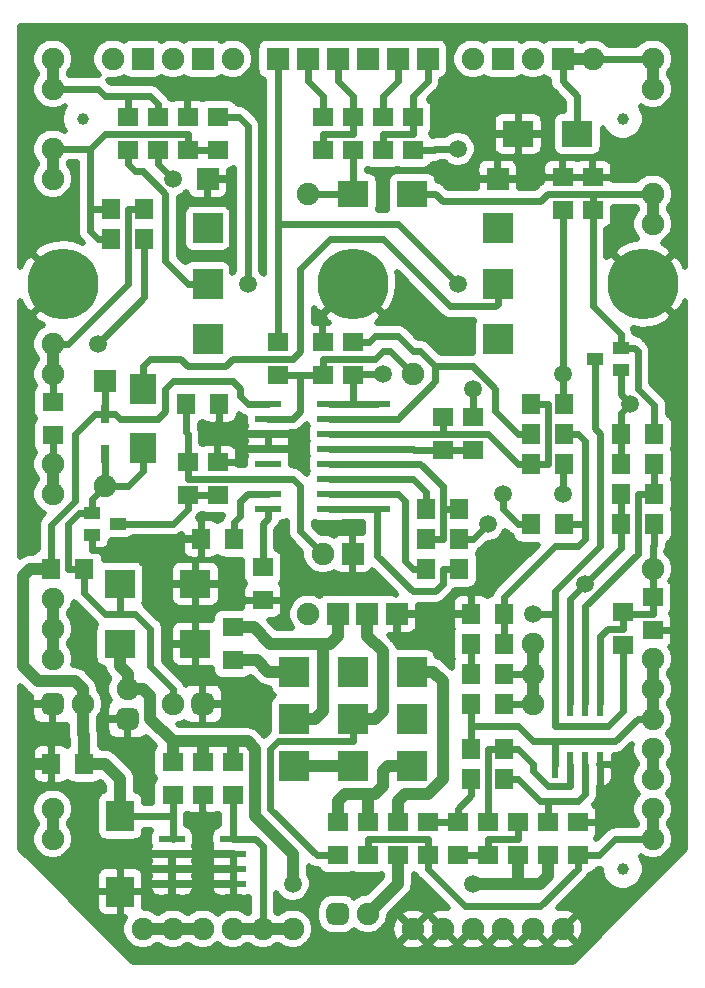
<source format=gbr>
G04 #@! TF.GenerationSoftware,KiCad,Pcbnew,5.1.6-c6e7f7d~87~ubuntu19.10.1*
G04 #@! TF.CreationDate,2023-03-21T23:34:36+06:00*
G04 #@! TF.ProjectId,little_angel_chorus_r2a,6c697474-6c65-45f6-916e-67656c5f6368,2A*
G04 #@! TF.SameCoordinates,Original*
G04 #@! TF.FileFunction,Copper,L1,Top*
G04 #@! TF.FilePolarity,Positive*
%FSLAX46Y46*%
G04 Gerber Fmt 4.6, Leading zero omitted, Abs format (unit mm)*
G04 Created by KiCad (PCBNEW 5.1.6-c6e7f7d~87~ubuntu19.10.1) date 2023-03-21 23:34:36*
%MOMM*%
%LPD*%
G01*
G04 APERTURE LIST*
G04 #@! TA.AperFunction,ComponentPad*
%ADD10R,1.900000X1.900000*%
G04 #@! TD*
G04 #@! TA.AperFunction,ComponentPad*
%ADD11C,1.900000*%
G04 #@! TD*
G04 #@! TA.AperFunction,ComponentPad*
%ADD12R,2.500000X2.500000*%
G04 #@! TD*
G04 #@! TA.AperFunction,SMDPad,CuDef*
%ADD13C,1.000000*%
G04 #@! TD*
G04 #@! TA.AperFunction,SMDPad,CuDef*
%ADD14R,1.800000X1.600000*%
G04 #@! TD*
G04 #@! TA.AperFunction,SMDPad,CuDef*
%ADD15R,2.200000X0.600000*%
G04 #@! TD*
G04 #@! TA.AperFunction,SMDPad,CuDef*
%ADD16R,2.600000X2.400000*%
G04 #@! TD*
G04 #@! TA.AperFunction,SMDPad,CuDef*
%ADD17R,1.600000X1.800000*%
G04 #@! TD*
G04 #@! TA.AperFunction,SMDPad,CuDef*
%ADD18R,2.400000X2.600000*%
G04 #@! TD*
G04 #@! TA.AperFunction,SMDPad,CuDef*
%ADD19R,1.400000X1.000000*%
G04 #@! TD*
G04 #@! TA.AperFunction,SMDPad,CuDef*
%ADD20R,2.600000X2.200000*%
G04 #@! TD*
G04 #@! TA.AperFunction,SMDPad,CuDef*
%ADD21R,0.600000X2.200000*%
G04 #@! TD*
G04 #@! TA.AperFunction,SMDPad,CuDef*
%ADD22R,2.200000X2.600000*%
G04 #@! TD*
G04 #@! TA.AperFunction,SMDPad,CuDef*
%ADD23R,0.800000X1.600000*%
G04 #@! TD*
G04 #@! TA.AperFunction,ComponentPad*
%ADD24C,6.000000*%
G04 #@! TD*
G04 #@! TA.AperFunction,ViaPad*
%ADD25C,1.500000*%
G04 #@! TD*
G04 #@! TA.AperFunction,Conductor*
%ADD26C,0.600000*%
G04 #@! TD*
G04 #@! TA.AperFunction,Conductor*
%ADD27C,1.000000*%
G04 #@! TD*
G04 #@! TA.AperFunction,Conductor*
%ADD28C,0.500000*%
G04 #@! TD*
G04 APERTURE END LIST*
D10*
X123190000Y-128270000D03*
X118110000Y-128270000D03*
X92710000Y-128270000D03*
X87630000Y-128270000D03*
X106680000Y-128270000D03*
X99060000Y-128270000D03*
X104140000Y-128270000D03*
X101600000Y-128270000D03*
X109220000Y-128270000D03*
X111760000Y-128270000D03*
D11*
X95250000Y-128270000D03*
X90170000Y-128270000D03*
X85090000Y-128270000D03*
X125730000Y-128270000D03*
X120650000Y-128270000D03*
X115570000Y-128270000D03*
D12*
X117695000Y-152020000D03*
X117695000Y-147320000D03*
X117695000Y-142620000D03*
X93125000Y-152020000D03*
X93125000Y-147320000D03*
X93125000Y-142620000D03*
D13*
X128270000Y-196850000D03*
X128270000Y-133350000D03*
X82550000Y-133350000D03*
D11*
X80010000Y-191770000D03*
X80010000Y-194310000D03*
X80010000Y-138430000D03*
X80010000Y-135890000D03*
X80010000Y-154940000D03*
X80010000Y-152400000D03*
X80010000Y-165100000D03*
X80010000Y-162560000D03*
X102870000Y-170180000D03*
X110490000Y-154940000D03*
X80010000Y-128270000D03*
X80010000Y-130810000D03*
X120650000Y-177800000D03*
X120650000Y-180340000D03*
X120650000Y-182880000D03*
X130810000Y-184150000D03*
X130810000Y-181610000D03*
X130810000Y-179070000D03*
X101600000Y-139700000D03*
X130810000Y-142240000D03*
X130810000Y-139700000D03*
X130810000Y-128270000D03*
X130810000Y-130810000D03*
X130810000Y-171450000D03*
X130810000Y-194310000D03*
X130810000Y-191770000D03*
X130810000Y-189230000D03*
X130810000Y-186690000D03*
X80010000Y-179070000D03*
X80010000Y-176530000D03*
X80010000Y-173990000D03*
X92710000Y-201930000D03*
X90170000Y-201930000D03*
X87630000Y-201930000D03*
X100330000Y-201930000D03*
X97790000Y-201930000D03*
X95250000Y-201930000D03*
X110490000Y-201930000D03*
X113030000Y-201930000D03*
X115570000Y-201930000D03*
X118110000Y-201930000D03*
X120650000Y-201930000D03*
X123190000Y-201930000D03*
D14*
X92710000Y-190630000D03*
X92710000Y-187830000D03*
X95250000Y-190630000D03*
X95250000Y-187830000D03*
D15*
X95310000Y-194310000D03*
X95310000Y-195580000D03*
X95310000Y-196850000D03*
X95310000Y-198120000D03*
X90110000Y-198120000D03*
X90110000Y-196850000D03*
X90110000Y-195580000D03*
X90110000Y-194310000D03*
G04 #@! TA.AperFunction,ComponentPad*
G36*
G01*
X85980000Y-183200000D02*
X86740000Y-183200000D01*
G75*
G02*
X87310000Y-183770000I0J-570000D01*
G01*
X87310000Y-184530000D01*
G75*
G02*
X86740000Y-185100000I-570000J0D01*
G01*
X85980000Y-185100000D01*
G75*
G02*
X85410000Y-184530000I0J570000D01*
G01*
X85410000Y-183770000D01*
G75*
G02*
X85980000Y-183200000I570000J0D01*
G01*
G37*
G04 #@! TD.AperFunction*
D11*
X86360000Y-181610000D03*
D16*
X92100000Y-177800000D03*
X85700000Y-177800000D03*
D17*
X79880000Y-187960000D03*
X82680000Y-187960000D03*
G04 #@! TA.AperFunction,ComponentPad*
G36*
G01*
X80960000Y-182500000D02*
X80960000Y-183260000D01*
G75*
G02*
X80390000Y-183830000I-570000J0D01*
G01*
X79630000Y-183830000D01*
G75*
G02*
X79060000Y-183260000I0J570000D01*
G01*
X79060000Y-182500000D01*
G75*
G02*
X79630000Y-181930000I570000J0D01*
G01*
X80390000Y-181930000D01*
G75*
G02*
X80960000Y-182500000I0J-570000D01*
G01*
G37*
G04 #@! TD.AperFunction*
D11*
X82550000Y-182880000D03*
D18*
X85725000Y-192380000D03*
X85725000Y-198780000D03*
D14*
X91440000Y-136020000D03*
X91440000Y-133220000D03*
X86360000Y-136020000D03*
X86360000Y-133220000D03*
D17*
X84960000Y-140970000D03*
X87760000Y-140970000D03*
D14*
X93980000Y-136020000D03*
X93980000Y-133220000D03*
D19*
X128100000Y-154620000D03*
X128100000Y-152720000D03*
X125900000Y-153670000D03*
D14*
X125730000Y-138300000D03*
X125730000Y-141100000D03*
X107950000Y-133220000D03*
X107950000Y-136020000D03*
X110490000Y-133220000D03*
X110490000Y-136020000D03*
D17*
X130940000Y-167640000D03*
X128140000Y-167640000D03*
X128140000Y-162560000D03*
X130940000Y-162560000D03*
D14*
X130810000Y-173860000D03*
X130810000Y-176660000D03*
X128270000Y-177930000D03*
X128270000Y-175130000D03*
D20*
X105450000Y-139700000D03*
X110450000Y-139700000D03*
X124420000Y-134620000D03*
X119420000Y-134620000D03*
D17*
X128140000Y-165100000D03*
X130940000Y-165100000D03*
D14*
X95250000Y-176400000D03*
X95250000Y-179200000D03*
D17*
X84960000Y-143510000D03*
X87760000Y-143510000D03*
D14*
X80010000Y-160150000D03*
X80010000Y-157350000D03*
X88900000Y-133220000D03*
X88900000Y-136020000D03*
D17*
X118240000Y-182880000D03*
X115440000Y-182880000D03*
D14*
X105410000Y-136020000D03*
X105410000Y-133220000D03*
D17*
X128140000Y-160020000D03*
X130940000Y-160020000D03*
D14*
X90170000Y-190630000D03*
X90170000Y-187830000D03*
X106680000Y-192910000D03*
X106680000Y-195710000D03*
X104140000Y-192910000D03*
X104140000Y-195710000D03*
X109220000Y-195710000D03*
X109220000Y-192910000D03*
D21*
X122555000Y-188020000D03*
X123825000Y-188020000D03*
X125095000Y-188020000D03*
X126365000Y-188020000D03*
X126365000Y-182820000D03*
X125095000Y-182820000D03*
X123825000Y-182820000D03*
X122555000Y-182820000D03*
D17*
X118240000Y-186690000D03*
X115440000Y-186690000D03*
D14*
X121920000Y-195710000D03*
X121920000Y-192910000D03*
X116840000Y-192910000D03*
X116840000Y-195710000D03*
X124460000Y-192910000D03*
X124460000Y-195710000D03*
X119380000Y-192910000D03*
X119380000Y-195710000D03*
D17*
X115440000Y-189230000D03*
X118240000Y-189230000D03*
D14*
X114300000Y-195710000D03*
X114300000Y-192910000D03*
X111760000Y-192910000D03*
X111760000Y-195710000D03*
X99060000Y-152270000D03*
X99060000Y-155070000D03*
X102870000Y-136020000D03*
X102870000Y-133220000D03*
D22*
X87630000Y-156250000D03*
X87630000Y-161250000D03*
D17*
X123320000Y-162560000D03*
X120520000Y-162560000D03*
X118240000Y-177800000D03*
X115440000Y-177800000D03*
X111630000Y-168910000D03*
X114430000Y-168910000D03*
D14*
X115570000Y-158620000D03*
X115570000Y-161420000D03*
D17*
X123320000Y-157480000D03*
X120520000Y-157480000D03*
X123320000Y-160020000D03*
X120520000Y-160020000D03*
X123320000Y-167640000D03*
X120520000Y-167640000D03*
D15*
X103470000Y-166370000D03*
X103470000Y-165100000D03*
X103470000Y-158750000D03*
X103470000Y-160020000D03*
X103470000Y-157480000D03*
X103470000Y-162560000D03*
X103470000Y-161290000D03*
X103470000Y-163830000D03*
X107470000Y-166370000D03*
X107470000Y-165100000D03*
X107470000Y-163830000D03*
X107470000Y-162560000D03*
X98270000Y-166370000D03*
X98270000Y-165100000D03*
X98270000Y-163830000D03*
X98270000Y-162560000D03*
X107470000Y-157480000D03*
X107470000Y-158750000D03*
X107470000Y-160020000D03*
X107470000Y-161290000D03*
X98270000Y-161290000D03*
X98270000Y-160020000D03*
X98270000Y-158750000D03*
X98270000Y-157480000D03*
D17*
X118240000Y-180340000D03*
X115440000Y-180340000D03*
D14*
X123190000Y-138300000D03*
X123190000Y-141100000D03*
D17*
X115440000Y-175260000D03*
X118240000Y-175260000D03*
X114430000Y-171450000D03*
X111630000Y-171450000D03*
X111630000Y-166370000D03*
X114430000Y-166370000D03*
D14*
X113030000Y-161420000D03*
X113030000Y-158620000D03*
X105410000Y-152270000D03*
X105410000Y-155070000D03*
X97790000Y-174120000D03*
X97790000Y-171320000D03*
D17*
X92580000Y-168910000D03*
X95380000Y-168910000D03*
D14*
X102870000Y-152270000D03*
X102870000Y-155070000D03*
D19*
X83355000Y-166690000D03*
X83355000Y-168590000D03*
X85555000Y-167640000D03*
D10*
X84455000Y-155575000D03*
D11*
X84455000Y-164465000D03*
D23*
X84455000Y-158320000D03*
X84455000Y-161720000D03*
D17*
X94110000Y-157480000D03*
X91310000Y-157480000D03*
D14*
X91440000Y-162430000D03*
X91440000Y-165230000D03*
X93980000Y-165230000D03*
X93980000Y-162430000D03*
D17*
X79880000Y-171450000D03*
X82680000Y-171450000D03*
G04 #@! TA.AperFunction,ComponentPad*
G36*
G01*
X91760000Y-183260000D02*
X91760000Y-182500000D01*
G75*
G02*
X92330000Y-181930000I570000J0D01*
G01*
X93090000Y-181930000D01*
G75*
G02*
X93660000Y-182500000I0J-570000D01*
G01*
X93660000Y-183260000D01*
G75*
G02*
X93090000Y-183830000I-570000J0D01*
G01*
X92330000Y-183830000D01*
G75*
G02*
X91760000Y-183260000I0J570000D01*
G01*
G37*
G04 #@! TD.AperFunction*
D11*
X90170000Y-182880000D03*
D16*
X85700000Y-172720000D03*
X92100000Y-172720000D03*
D24*
X129980000Y-147320000D03*
X80840000Y-147320000D03*
X105410000Y-147320000D03*
D10*
X117695000Y-138430000D03*
X105410000Y-170180000D03*
X93125000Y-138430000D03*
D11*
X106680000Y-200660000D03*
G04 #@! TA.AperFunction,ComponentPad*
G36*
G01*
X105090000Y-200280000D02*
X105090000Y-201040000D01*
G75*
G02*
X104520000Y-201610000I-570000J0D01*
G01*
X103760000Y-201610000D01*
G75*
G02*
X103190000Y-201040000I0J570000D01*
G01*
X103190000Y-200280000D01*
G75*
G02*
X103760000Y-199710000I570000J0D01*
G01*
X104520000Y-199710000D01*
G75*
G02*
X105090000Y-200280000I0J-570000D01*
G01*
G37*
G04 #@! TD.AperFunction*
D12*
X100410000Y-188150000D03*
X100410000Y-184150000D03*
X100410000Y-180150000D03*
X105410000Y-180150000D03*
X105410000Y-188150000D03*
X105410000Y-184150000D03*
X110410000Y-180150000D03*
X110410000Y-188150000D03*
X110410000Y-184150000D03*
D10*
X109160000Y-175260000D03*
X106660000Y-175260000D03*
X104160000Y-175260000D03*
D11*
X101660000Y-175260000D03*
D25*
X100965000Y-161290000D03*
X127000000Y-191770000D03*
X120650000Y-175260000D03*
X107950000Y-154940000D03*
X118110000Y-165100000D03*
X123190000Y-154940000D03*
X115570000Y-156210000D03*
X116840000Y-167640000D03*
X123190000Y-165100000D03*
X114300000Y-147320000D03*
X100330000Y-198120000D03*
X115570000Y-198120000D03*
X90170000Y-138430000D03*
X128905000Y-157480000D03*
X83820000Y-152400000D03*
X96520000Y-147320000D03*
X125095000Y-172720000D03*
X114300000Y-135890000D03*
D26*
X83355000Y-169862500D02*
X84455000Y-169862500D01*
D27*
X80010000Y-187960000D02*
X77975000Y-187960000D01*
D26*
X83355000Y-168590000D02*
X83355000Y-169862500D01*
D27*
X109220000Y-195710000D02*
X109220000Y-198120000D01*
X109220000Y-198120000D02*
X106680000Y-200660000D01*
X111760000Y-190500000D02*
X113030000Y-189230000D01*
X109855000Y-190500000D02*
X111760000Y-190500000D01*
X109220000Y-191135000D02*
X109855000Y-190500000D01*
X109220000Y-192910000D02*
X109220000Y-191135000D01*
X110410000Y-180150000D02*
X112205000Y-180150000D01*
X112205000Y-180150000D02*
X113030000Y-180975000D01*
X113030000Y-180975000D02*
X113030000Y-189230000D01*
X95250000Y-201930000D02*
X97790000Y-201930000D01*
X97790000Y-201930000D02*
X100330000Y-201930000D01*
D26*
X95310000Y-194310000D02*
X97155000Y-194310000D01*
X97155000Y-194310000D02*
X97790000Y-194945000D01*
X97790000Y-194945000D02*
X97790000Y-201930000D01*
X122555000Y-184785000D02*
X127000000Y-184785000D01*
X122555000Y-182820000D02*
X122555000Y-184785000D01*
X128270000Y-183515000D02*
X127000000Y-184785000D01*
X128270000Y-177930000D02*
X128270000Y-183515000D01*
X122555000Y-182820000D02*
X122555000Y-175260000D01*
X120650000Y-175260000D02*
X122555000Y-175260000D01*
X95310000Y-192980000D02*
X95310000Y-194310000D01*
X95250000Y-192920000D02*
X95310000Y-192980000D01*
X95250000Y-190630000D02*
X95250000Y-192920000D01*
X125900000Y-159555000D02*
X125900000Y-153670000D01*
X126365000Y-169545000D02*
X126365000Y-160020000D01*
X126365000Y-160020000D02*
X125900000Y-159555000D01*
X122555000Y-173355000D02*
X126365000Y-169545000D01*
X122555000Y-175260000D02*
X122555000Y-173355000D01*
D27*
X100410000Y-188150000D02*
X105410000Y-188150000D01*
D26*
X90170000Y-181610000D02*
X90170000Y-182880000D01*
X88265000Y-179705000D02*
X90170000Y-181610000D01*
X88265000Y-176530000D02*
X88265000Y-179705000D01*
X88265000Y-176530000D02*
X86995000Y-175260000D01*
X85700000Y-172720000D02*
X85700000Y-175260000D01*
X85700000Y-175260000D02*
X86995000Y-175260000D01*
X84455000Y-175260000D02*
X85700000Y-175260000D01*
X82680000Y-173485000D02*
X84455000Y-175260000D01*
X82680000Y-171450000D02*
X82680000Y-173485000D01*
X84455000Y-161720000D02*
X84455000Y-164465000D01*
X87630000Y-161250000D02*
X87630000Y-163195000D01*
X87630000Y-163195000D02*
X86360000Y-164465000D01*
X84455000Y-164465000D02*
X86360000Y-164465000D01*
X83355000Y-166690000D02*
X83355000Y-165565000D01*
X83355000Y-165565000D02*
X84455000Y-164465000D01*
X81280000Y-167640000D02*
X81280000Y-171450000D01*
X82230000Y-166690000D02*
X81280000Y-167640000D01*
X81280000Y-171450000D02*
X82680000Y-171450000D01*
X83355000Y-166690000D02*
X82230000Y-166690000D01*
D27*
X87630000Y-201930000D02*
X90170000Y-201930000D01*
X90170000Y-201930000D02*
X92710000Y-201930000D01*
D26*
X90170000Y-190630000D02*
X90170000Y-192380000D01*
X85725000Y-192380000D02*
X90170000Y-192380000D01*
X90170000Y-192380000D02*
X90170000Y-194310000D01*
D27*
X79880000Y-171450000D02*
X78105000Y-171450000D01*
X81915000Y-180975000D02*
X78740000Y-180975000D01*
X78105000Y-171450000D02*
X77470000Y-172085000D01*
X77470000Y-179705000D02*
X77470000Y-172085000D01*
X77470000Y-179705000D02*
X78740000Y-180975000D01*
X81915000Y-180975000D02*
X82550000Y-181610000D01*
X82550000Y-182880000D02*
X82550000Y-181610000D01*
D26*
X79880000Y-171450000D02*
X79880000Y-167770000D01*
X79880000Y-167770000D02*
X81915000Y-165735000D01*
X84455000Y-158320000D02*
X84455000Y-155575000D01*
X84455000Y-158320000D02*
X83615000Y-158320000D01*
X83615000Y-158320000D02*
X81915000Y-160020000D01*
X81915000Y-165735000D02*
X81915000Y-160020000D01*
X98270000Y-157480000D02*
X96520000Y-157480000D01*
X96520000Y-157480000D02*
X95885000Y-156845000D01*
X95885000Y-156845000D02*
X95885000Y-156210000D01*
X95885000Y-156210000D02*
X95250000Y-155575000D01*
X95250000Y-155575000D02*
X90170000Y-155575000D01*
X90170000Y-155575000D02*
X89535000Y-156210000D01*
X89535000Y-156210000D02*
X89535000Y-158115000D01*
X89535000Y-158115000D02*
X88900000Y-158750000D01*
X84455000Y-158320000D02*
X85295000Y-158320000D01*
X85295000Y-158320000D02*
X85725000Y-158750000D01*
X85725000Y-158750000D02*
X88900000Y-158750000D01*
D27*
X85725000Y-192380000D02*
X85725000Y-189230000D01*
X85725000Y-189230000D02*
X84455000Y-187960000D01*
X82680000Y-187960000D02*
X84455000Y-187960000D01*
X82680000Y-187960000D02*
X82680000Y-185550000D01*
X82550000Y-185420000D02*
X82680000Y-185550000D01*
X82550000Y-182880000D02*
X82550000Y-185420000D01*
D26*
X91440000Y-165230000D02*
X93980000Y-165230000D01*
X91440000Y-166370000D02*
X91440000Y-165230000D01*
X90170000Y-167640000D02*
X91440000Y-166370000D01*
X85555000Y-167640000D02*
X90170000Y-167640000D01*
X98270000Y-163830000D02*
X91440000Y-163830000D01*
X91440000Y-162430000D02*
X91440000Y-163830000D01*
X98270000Y-163830000D02*
X100330000Y-163830000D01*
X100330000Y-163830000D02*
X100965000Y-164465000D01*
X100965000Y-164465000D02*
X100965000Y-168275000D01*
X100965000Y-168275000D02*
X102870000Y-170180000D01*
X91310000Y-157480000D02*
X91310000Y-159890000D01*
X91440000Y-160020000D02*
X91310000Y-159890000D01*
X91440000Y-162430000D02*
X91440000Y-160020000D01*
X98270000Y-158750000D02*
X100330000Y-158750000D01*
X100330000Y-158750000D02*
X100965000Y-158115000D01*
X100965000Y-158115000D02*
X100965000Y-155070000D01*
X99060000Y-155070000D02*
X100965000Y-155070000D01*
X102870000Y-155070000D02*
X100965000Y-155070000D01*
X107950000Y-153035000D02*
X108585000Y-153035000D01*
X107315000Y-153670000D02*
X107950000Y-153035000D01*
X102870000Y-153670000D02*
X107315000Y-153670000D01*
X108585000Y-153035000D02*
X110490000Y-154940000D01*
X102870000Y-155070000D02*
X102870000Y-153670000D01*
X96520000Y-165100000D02*
X98270000Y-165100000D01*
X95885000Y-165735000D02*
X96520000Y-165100000D01*
X95885000Y-167005000D02*
X95885000Y-165735000D01*
X95380000Y-167510000D02*
X95885000Y-167005000D01*
X95380000Y-168910000D02*
X95380000Y-167510000D01*
X98270000Y-166370000D02*
X98270000Y-167160000D01*
X98270000Y-167160000D02*
X97790000Y-167640000D01*
X97790000Y-171320000D02*
X97790000Y-167640000D01*
X103470000Y-158750000D02*
X107470000Y-158750000D01*
X120520000Y-160020000D02*
X119380000Y-160020000D01*
X119380000Y-160020000D02*
X117475000Y-158115000D01*
X117475000Y-158115000D02*
X117475000Y-156210000D01*
X117475000Y-156210000D02*
X115570000Y-154305000D01*
X105410000Y-152270000D02*
X106810000Y-152270000D01*
X106810000Y-152270000D02*
X107315000Y-151765000D01*
X109220000Y-151765000D02*
X110490000Y-153035000D01*
X107315000Y-151765000D02*
X109220000Y-151765000D01*
X110490000Y-153035000D02*
X111125000Y-153035000D01*
X111125000Y-153035000D02*
X112395000Y-154305000D01*
X112395000Y-155575000D02*
X112395000Y-154305000D01*
X109220000Y-158750000D02*
X112395000Y-155575000D01*
X107470000Y-158750000D02*
X109220000Y-158750000D01*
X112395000Y-154305000D02*
X115570000Y-154305000D01*
X105410000Y-155070000D02*
X105410000Y-157480000D01*
X103470000Y-157480000D02*
X105410000Y-157480000D01*
X107470000Y-157480000D02*
X105410000Y-157480000D01*
X107950000Y-154940000D02*
X105410000Y-154940000D01*
X118110000Y-166370000D02*
X119380000Y-167640000D01*
X118110000Y-165100000D02*
X118110000Y-166370000D01*
X120520000Y-167640000D02*
X119380000Y-167640000D01*
X103470000Y-161290000D02*
X107470000Y-161290000D01*
X113030000Y-161420000D02*
X115570000Y-161420000D01*
X113030000Y-161420000D02*
X110620000Y-161420000D01*
X107470000Y-161290000D02*
X110490000Y-161290000D01*
X110620000Y-161420000D02*
X110490000Y-161290000D01*
X120520000Y-157480000D02*
X121920000Y-157480000D01*
X120520000Y-162560000D02*
X121920000Y-162560000D01*
X121920000Y-157480000D02*
X121920000Y-162560000D01*
X103470000Y-160020000D02*
X107470000Y-160020000D01*
X107470000Y-160020000D02*
X113030000Y-160020000D01*
X113030000Y-158620000D02*
X113030000Y-160020000D01*
X113030000Y-160020000D02*
X116840000Y-160020000D01*
X116840000Y-160020000D02*
X119380000Y-162560000D01*
X120520000Y-162560000D02*
X119380000Y-162560000D01*
X111630000Y-166370000D02*
X111630000Y-164970000D01*
X111630000Y-164970000D02*
X110490000Y-163830000D01*
X107470000Y-163830000D02*
X110490000Y-163830000D01*
X103470000Y-163830000D02*
X107470000Y-163830000D01*
X103470000Y-162560000D02*
X107470000Y-162560000D01*
X111630000Y-168910000D02*
X113030000Y-168910000D01*
X114430000Y-166370000D02*
X113030000Y-166370000D01*
X113030000Y-166370000D02*
X113030000Y-168910000D01*
X107470000Y-162560000D02*
X111125000Y-162560000D01*
X111125000Y-162560000D02*
X113030000Y-164465000D01*
X113030000Y-164465000D02*
X113030000Y-166370000D01*
X103470000Y-166370000D02*
X107470000Y-166370000D01*
X107470000Y-170335000D02*
X110490000Y-173355000D01*
X107470000Y-166370000D02*
X107470000Y-170335000D01*
X114430000Y-171450000D02*
X113030000Y-171450000D01*
X113030000Y-172720000D02*
X112395000Y-173355000D01*
X113030000Y-171450000D02*
X113030000Y-172720000D01*
X110490000Y-173355000D02*
X112395000Y-173355000D01*
X103470000Y-165100000D02*
X107470000Y-165100000D01*
X107470000Y-165100000D02*
X109220000Y-165100000D01*
X109220000Y-165100000D02*
X109855000Y-165735000D01*
X111630000Y-171450000D02*
X110490000Y-171450000D01*
X110490000Y-171450000D02*
X109855000Y-170815000D01*
X109855000Y-165735000D02*
X109855000Y-170815000D01*
X118240000Y-175260000D02*
X118240000Y-177800000D01*
X124460000Y-160020000D02*
X123320000Y-160020000D01*
X125095000Y-160655000D02*
X124460000Y-160020000D01*
X125095000Y-167640000D02*
X125095000Y-160655000D01*
X123320000Y-167640000D02*
X125095000Y-167640000D01*
X125095000Y-168910000D02*
X125095000Y-167640000D01*
X124460000Y-169545000D02*
X125095000Y-168910000D01*
X122555000Y-169545000D02*
X124460000Y-169545000D01*
X118240000Y-173860000D02*
X122555000Y-169545000D01*
X118240000Y-175260000D02*
X118240000Y-173860000D01*
X115570000Y-158620000D02*
X115570000Y-156210000D01*
X123190000Y-141100000D02*
X123190000Y-154940000D01*
X115570000Y-168910000D02*
X116840000Y-167640000D01*
X114430000Y-168910000D02*
X115570000Y-168910000D01*
X123190000Y-154940000D02*
X123190000Y-157480000D01*
D27*
X120650000Y-177800000D02*
X120650000Y-180340000D01*
X120650000Y-180340000D02*
X120650000Y-182880000D01*
D26*
X118240000Y-180340000D02*
X120650000Y-180340000D01*
X118240000Y-182880000D02*
X120650000Y-182880000D01*
X115440000Y-177800000D02*
X115440000Y-180340000D01*
D27*
X80010000Y-162560000D02*
X80010000Y-165100000D01*
D26*
X123190000Y-165100000D02*
X123190000Y-162560000D01*
X80010000Y-160150000D02*
X80010000Y-162560000D01*
X117695000Y-149005000D02*
X117695000Y-147320000D01*
X95250000Y-153670000D02*
X100330000Y-153670000D01*
X88265000Y-153670000D02*
X90805000Y-153670000D01*
X90805000Y-153670000D02*
X91440000Y-154305000D01*
X91440000Y-154305000D02*
X94615000Y-154305000D01*
X87630000Y-154305000D02*
X88265000Y-153670000D01*
X100330000Y-153670000D02*
X100965000Y-153035000D01*
X94615000Y-154305000D02*
X95250000Y-153670000D01*
X100965000Y-153035000D02*
X100965000Y-146050000D01*
X117475000Y-149225000D02*
X117695000Y-149005000D01*
X100965000Y-146050000D02*
X103505000Y-143510000D01*
X87630000Y-156250000D02*
X87630000Y-154305000D01*
X103505000Y-143510000D02*
X107950000Y-143510000D01*
X107950000Y-143510000D02*
X113665000Y-149225000D01*
X113665000Y-149225000D02*
X117475000Y-149225000D01*
X114300000Y-147320000D02*
X109220000Y-142240000D01*
X99060000Y-152270000D02*
X99060000Y-142240000D01*
X99060000Y-142240000D02*
X109220000Y-142240000D01*
X99060000Y-142240000D02*
X99060000Y-128270000D01*
X104140000Y-128270000D02*
X104140000Y-130175000D01*
X105410000Y-131445000D02*
X104140000Y-130175000D01*
X105410000Y-133220000D02*
X105410000Y-131445000D01*
X105410000Y-133220000D02*
X105410000Y-134620000D01*
X102870000Y-136020000D02*
X102870000Y-134620000D01*
X102870000Y-134620000D02*
X105410000Y-134620000D01*
X115440000Y-189230000D02*
X115440000Y-190630000D01*
X115440000Y-190630000D02*
X114300000Y-191770000D01*
X114300000Y-192910000D02*
X114300000Y-191770000D01*
X111760000Y-192910000D02*
X114300000Y-192910000D01*
D27*
X130810000Y-191770000D02*
X130810000Y-194310000D01*
D26*
X106680000Y-195710000D02*
X106680000Y-194310000D01*
X111760000Y-195710000D02*
X111760000Y-194310000D01*
X106680000Y-194310000D02*
X111760000Y-194310000D01*
X124460000Y-195710000D02*
X126235000Y-195710000D01*
X126235000Y-195710000D02*
X127635000Y-194310000D01*
X127635000Y-194310000D02*
X130810000Y-194310000D01*
X124460000Y-196850000D02*
X124460000Y-195710000D01*
X121285000Y-200025000D02*
X124460000Y-196850000D01*
X114935000Y-200025000D02*
X121285000Y-200025000D01*
X111760000Y-196850000D02*
X114935000Y-200025000D01*
X111760000Y-195710000D02*
X111760000Y-196850000D01*
X116840000Y-195710000D02*
X116840000Y-194310000D01*
X119380000Y-192910000D02*
X119380000Y-194310000D01*
X116840000Y-194310000D02*
X119380000Y-194310000D01*
X114300000Y-195710000D02*
X116840000Y-195710000D01*
X121920000Y-192910000D02*
X121920000Y-191135000D01*
X119380000Y-189230000D02*
X121285000Y-191135000D01*
X118240000Y-189230000D02*
X119380000Y-189230000D01*
X121285000Y-191135000D02*
X121920000Y-191135000D01*
X125095000Y-188020000D02*
X125095000Y-190500000D01*
X125095000Y-190500000D02*
X124460000Y-191135000D01*
X121920000Y-191135000D02*
X124460000Y-191135000D01*
D27*
X80010000Y-173990000D02*
X80010000Y-176530000D01*
X80010000Y-176530000D02*
X80010000Y-179070000D01*
X121920000Y-195710000D02*
X121920000Y-197485000D01*
X121920000Y-197485000D02*
X121285000Y-198120000D01*
X119380000Y-195710000D02*
X119380000Y-198120000D01*
X115570000Y-198120000D02*
X119380000Y-198120000D01*
X119380000Y-198120000D02*
X121285000Y-198120000D01*
X100330000Y-195580000D02*
X100330000Y-198120000D01*
X97155000Y-192405000D02*
X100330000Y-195580000D01*
X97155000Y-186690000D02*
X97155000Y-192405000D01*
X96520000Y-186055000D02*
X97155000Y-186690000D01*
X95250000Y-187830000D02*
X95250000Y-186055000D01*
X95250000Y-186055000D02*
X96520000Y-186055000D01*
X92710000Y-187830000D02*
X92710000Y-186055000D01*
X92710000Y-186055000D02*
X95250000Y-186055000D01*
X90170000Y-186055000D02*
X92710000Y-186055000D01*
X90170000Y-187830000D02*
X90170000Y-186055000D01*
X88265000Y-184150000D02*
X90170000Y-186055000D01*
X85700000Y-179680000D02*
X86360000Y-180340000D01*
X85700000Y-177800000D02*
X85700000Y-179680000D01*
X86360000Y-180340000D02*
X86360000Y-181610000D01*
X87630000Y-181610000D02*
X88265000Y-182245000D01*
X88265000Y-182245000D02*
X88265000Y-184150000D01*
X86360000Y-181610000D02*
X87630000Y-181610000D01*
D26*
X118240000Y-186690000D02*
X116840000Y-186690000D01*
X116840000Y-192910000D02*
X116840000Y-186690000D01*
X123825000Y-189865000D02*
X123825000Y-188020000D01*
X121920000Y-189865000D02*
X123825000Y-189865000D01*
X120650000Y-188595000D02*
X121920000Y-189865000D01*
X120650000Y-187960000D02*
X120650000Y-188595000D01*
X119380000Y-186690000D02*
X120650000Y-187960000D01*
X118240000Y-186690000D02*
X119380000Y-186690000D01*
D27*
X130810000Y-179070000D02*
X130810000Y-181610000D01*
X130810000Y-181610000D02*
X130810000Y-184150000D01*
D26*
X115440000Y-182880000D02*
X115440000Y-184785000D01*
X122555000Y-188020000D02*
X122555000Y-186055000D01*
X130810000Y-184150000D02*
X129540000Y-184150000D01*
X129540000Y-184150000D02*
X127635000Y-186055000D01*
X122555000Y-186055000D02*
X127635000Y-186055000D01*
X122555000Y-186055000D02*
X120650000Y-186055000D01*
X120650000Y-186055000D02*
X119380000Y-184785000D01*
X115440000Y-184785000D02*
X119380000Y-184785000D01*
X115440000Y-186690000D02*
X115440000Y-184785000D01*
X88900000Y-137160000D02*
X90170000Y-138430000D01*
X88900000Y-136020000D02*
X88900000Y-137160000D01*
X126365000Y-182820000D02*
X126365000Y-177165000D01*
X130810000Y-173860000D02*
X130810000Y-175260000D01*
X130810000Y-175260000D02*
X128270000Y-175260000D01*
X130810000Y-173860000D02*
X130810000Y-171450000D01*
X130940000Y-167640000D02*
X130940000Y-169415000D01*
X130810000Y-169545000D02*
X130940000Y-169415000D01*
X130810000Y-171450000D02*
X130810000Y-169545000D01*
X126365000Y-177165000D02*
X127000000Y-176530000D01*
X127000000Y-176530000D02*
X128270000Y-176530000D01*
X128270000Y-175130000D02*
X128270000Y-176530000D01*
D27*
X110410000Y-188150000D02*
X108395000Y-188150000D01*
X108395000Y-188150000D02*
X107950000Y-188595000D01*
X107950000Y-188595000D02*
X107950000Y-189865000D01*
X104140000Y-192910000D02*
X104140000Y-191135000D01*
X104140000Y-191135000D02*
X104775000Y-190500000D01*
X106680000Y-192910000D02*
X106680000Y-190500000D01*
X104775000Y-190500000D02*
X106680000Y-190500000D01*
X107315000Y-190500000D02*
X107950000Y-189865000D01*
X106680000Y-190500000D02*
X107315000Y-190500000D01*
X105410000Y-184150000D02*
X107315000Y-184150000D01*
X107315000Y-184150000D02*
X107950000Y-183515000D01*
X107950000Y-183515000D02*
X107950000Y-178435000D01*
X106660000Y-177145000D02*
X107950000Y-178435000D01*
X106660000Y-175260000D02*
X106660000Y-177145000D01*
X130810000Y-186690000D02*
X130810000Y-189230000D01*
D26*
X98425000Y-191770000D02*
X102365000Y-195710000D01*
X98425000Y-186690000D02*
X98425000Y-191770000D01*
X99060000Y-186055000D02*
X98425000Y-186690000D01*
X105410000Y-186055000D02*
X99060000Y-186055000D01*
X102365000Y-195710000D02*
X104140000Y-195710000D01*
X105410000Y-184150000D02*
X105410000Y-186055000D01*
D27*
X130810000Y-139700000D02*
X130810000Y-142240000D01*
D26*
X125730000Y-141100000D02*
X125730000Y-139700000D01*
X125730000Y-139700000D02*
X130810000Y-139700000D01*
X125730000Y-139700000D02*
X121920000Y-139700000D01*
X121920000Y-139700000D02*
X121285000Y-140335000D01*
X110450000Y-139700000D02*
X112395000Y-139700000D01*
X112395000Y-139700000D02*
X113030000Y-140335000D01*
X113030000Y-140335000D02*
X121285000Y-140335000D01*
X125730000Y-149225000D02*
X125730000Y-141100000D01*
X128100000Y-151595000D02*
X125730000Y-149225000D01*
X128100000Y-152720000D02*
X128100000Y-151595000D01*
X129540000Y-156210000D02*
X130940000Y-157610000D01*
X130940000Y-157610000D02*
X130940000Y-160020000D01*
X129540000Y-153035000D02*
X129540000Y-156210000D01*
X129225000Y-152720000D02*
X129540000Y-153035000D01*
X128100000Y-152720000D02*
X129225000Y-152720000D01*
D27*
X130810000Y-128270000D02*
X130810000Y-130810000D01*
X123190000Y-128270000D02*
X125730000Y-128270000D01*
D26*
X128140000Y-160020000D02*
X128140000Y-162560000D01*
X125730000Y-128270000D02*
X130810000Y-128270000D01*
X124420000Y-134620000D02*
X124420000Y-131405000D01*
X124420000Y-131405000D02*
X123190000Y-130175000D01*
X123190000Y-128270000D02*
X123190000Y-130175000D01*
X128100000Y-156675000D02*
X128905000Y-157480000D01*
X128100000Y-154620000D02*
X128100000Y-156675000D01*
X128140000Y-158245000D02*
X128905000Y-157480000D01*
X128140000Y-160020000D02*
X128140000Y-158245000D01*
X105450000Y-139700000D02*
X101600000Y-139700000D01*
X105450000Y-139700000D02*
X105450000Y-137835000D01*
X105410000Y-137795000D02*
X105450000Y-137835000D01*
X105410000Y-136020000D02*
X105410000Y-137795000D01*
D27*
X80010000Y-128270000D02*
X80010000Y-130810000D01*
D26*
X88900000Y-133220000D02*
X88900000Y-132080000D01*
X88900000Y-132080000D02*
X88265000Y-131445000D01*
X86360000Y-133220000D02*
X86360000Y-131445000D01*
X86360000Y-131445000D02*
X88265000Y-131445000D01*
X84455000Y-131445000D02*
X86360000Y-131445000D01*
X83820000Y-130810000D02*
X84455000Y-131445000D01*
X80010000Y-130810000D02*
X83820000Y-130810000D01*
D27*
X80010000Y-152400000D02*
X80010000Y-154940000D01*
D26*
X80010000Y-157350000D02*
X80010000Y-154940000D01*
X87760000Y-140970000D02*
X86360000Y-140970000D01*
X80010000Y-152400000D02*
X81280000Y-152400000D01*
X81280000Y-152400000D02*
X86360000Y-147320000D01*
X86360000Y-147320000D02*
X86360000Y-140970000D01*
D27*
X100410000Y-180150000D02*
X98235000Y-180150000D01*
X97285000Y-179200000D02*
X98235000Y-180150000D01*
X95250000Y-179200000D02*
X97285000Y-179200000D01*
D26*
X87760000Y-148460000D02*
X83820000Y-152400000D01*
X87760000Y-143510000D02*
X87760000Y-148460000D01*
D27*
X80010000Y-135890000D02*
X80010000Y-138430000D01*
D26*
X91440000Y-136020000D02*
X93980000Y-136020000D01*
X84960000Y-143510000D02*
X83820000Y-143510000D01*
X83820000Y-143510000D02*
X83185000Y-142875000D01*
X84960000Y-140970000D02*
X83185000Y-140970000D01*
X83185000Y-140970000D02*
X83185000Y-142875000D01*
X91440000Y-134620000D02*
X91440000Y-136020000D01*
X84455000Y-134620000D02*
X91440000Y-134620000D01*
X83185000Y-135890000D02*
X84455000Y-134620000D01*
X80010000Y-135890000D02*
X83185000Y-135890000D01*
X83185000Y-135890000D02*
X83185000Y-140970000D01*
D27*
X104160000Y-175260000D02*
X104160000Y-177145000D01*
X80010000Y-191770000D02*
X80010000Y-194310000D01*
X104160000Y-177145000D02*
X103505000Y-177800000D01*
X102235000Y-184150000D02*
X100410000Y-184150000D01*
X102870000Y-183515000D02*
X102235000Y-184150000D01*
X103505000Y-177800000D02*
X102870000Y-177800000D01*
X102870000Y-177800000D02*
X102870000Y-183515000D01*
X98425000Y-177800000D02*
X102870000Y-177800000D01*
X97025000Y-176400000D02*
X98425000Y-177800000D01*
X95250000Y-176400000D02*
X97025000Y-176400000D01*
D26*
X107950000Y-136020000D02*
X107950000Y-134620000D01*
X110490000Y-133220000D02*
X110490000Y-134620000D01*
X107950000Y-134620000D02*
X110490000Y-134620000D01*
X110490000Y-133220000D02*
X110490000Y-131445000D01*
X111760000Y-130175000D02*
X110490000Y-131445000D01*
X111760000Y-128270000D02*
X111760000Y-130175000D01*
X93980000Y-133220000D02*
X95755000Y-133220000D01*
X95755000Y-133220000D02*
X96520000Y-133985000D01*
X96520000Y-133985000D02*
X96520000Y-147320000D01*
X86995000Y-137795000D02*
X86360000Y-137160000D01*
X89535000Y-139700000D02*
X87630000Y-137795000D01*
X87630000Y-137795000D02*
X86995000Y-137795000D01*
X89535000Y-145415000D02*
X89535000Y-139700000D01*
X86360000Y-137160000D02*
X86360000Y-136020000D01*
X91440000Y-147320000D02*
X89535000Y-145415000D01*
X93125000Y-147320000D02*
X91440000Y-147320000D01*
X114300000Y-135890000D02*
X112395000Y-135890000D01*
X112395000Y-135890000D02*
X112265000Y-136020000D01*
X110490000Y-136020000D02*
X112265000Y-136020000D01*
X128140000Y-169675000D02*
X125095000Y-172720000D01*
X128140000Y-167640000D02*
X128140000Y-169675000D01*
X128140000Y-165100000D02*
X128140000Y-167640000D01*
X123825000Y-173990000D02*
X125095000Y-172720000D01*
X123825000Y-182820000D02*
X123825000Y-173990000D01*
X130940000Y-162560000D02*
X130940000Y-165100000D01*
X129540000Y-165100000D02*
X130940000Y-165100000D01*
X129540000Y-170180000D02*
X129540000Y-165100000D01*
X125095000Y-174625000D02*
X129540000Y-170180000D01*
X125095000Y-182820000D02*
X125095000Y-174625000D01*
X102870000Y-133220000D02*
X102870000Y-131445000D01*
X101600000Y-130175000D02*
X102870000Y-131445000D01*
X101600000Y-128270000D02*
X101600000Y-130175000D01*
X107950000Y-133220000D02*
X107950000Y-131445000D01*
X109220000Y-130175000D02*
X107950000Y-131445000D01*
X109220000Y-128270000D02*
X109220000Y-130175000D01*
D28*
G36*
X133570000Y-145890491D02*
G01*
X133252148Y-145256184D01*
X133138915Y-145086718D01*
X132600387Y-144770324D01*
X130050711Y-147320000D01*
X132600387Y-149869676D01*
X133138915Y-149553282D01*
X133513908Y-148894097D01*
X133570000Y-148725324D01*
X133570001Y-195145075D01*
X124025077Y-204690000D01*
X86794924Y-204690000D01*
X82184924Y-200080000D01*
X83670887Y-200080000D01*
X83687299Y-200246629D01*
X83735902Y-200406855D01*
X83814831Y-200554520D01*
X83921051Y-200683949D01*
X84050480Y-200790169D01*
X84198145Y-200869098D01*
X84358371Y-200917701D01*
X84525000Y-200934113D01*
X85462500Y-200930000D01*
X85675000Y-200717500D01*
X85675000Y-198830000D01*
X83887500Y-198830000D01*
X83675000Y-199042500D01*
X83670887Y-200080000D01*
X82184924Y-200080000D01*
X79584924Y-197480000D01*
X83670887Y-197480000D01*
X83675000Y-198517500D01*
X83887500Y-198730000D01*
X85675000Y-198730000D01*
X85675000Y-196842500D01*
X85775000Y-196842500D01*
X85775000Y-198730000D01*
X87562500Y-198730000D01*
X87775000Y-198517500D01*
X87775386Y-198420000D01*
X88155887Y-198420000D01*
X88172299Y-198586629D01*
X88220902Y-198746855D01*
X88299831Y-198894520D01*
X88406051Y-199023949D01*
X88535480Y-199130169D01*
X88683145Y-199209098D01*
X88843371Y-199257701D01*
X89010000Y-199274113D01*
X89847500Y-199270000D01*
X90060000Y-199057500D01*
X90060000Y-198170000D01*
X90160000Y-198170000D01*
X90160000Y-199057500D01*
X90372500Y-199270000D01*
X91210000Y-199274113D01*
X91376629Y-199257701D01*
X91536855Y-199209098D01*
X91684520Y-199130169D01*
X91813949Y-199023949D01*
X91920169Y-198894520D01*
X91999098Y-198746855D01*
X92047701Y-198586629D01*
X92064113Y-198420000D01*
X93355887Y-198420000D01*
X93372299Y-198586629D01*
X93420902Y-198746855D01*
X93499831Y-198894520D01*
X93606051Y-199023949D01*
X93735480Y-199130169D01*
X93883145Y-199209098D01*
X94043371Y-199257701D01*
X94210000Y-199274113D01*
X95047500Y-199270000D01*
X95260000Y-199057500D01*
X95260000Y-198170000D01*
X93572500Y-198170000D01*
X93360000Y-198382500D01*
X93355887Y-198420000D01*
X92064113Y-198420000D01*
X92060000Y-198382500D01*
X91847500Y-198170000D01*
X90160000Y-198170000D01*
X90060000Y-198170000D01*
X88372500Y-198170000D01*
X88160000Y-198382500D01*
X88155887Y-198420000D01*
X87775386Y-198420000D01*
X87779113Y-197480000D01*
X87762701Y-197313371D01*
X87714098Y-197153145D01*
X87712417Y-197150000D01*
X88155887Y-197150000D01*
X88172299Y-197316629D01*
X88220902Y-197476855D01*
X88225256Y-197485000D01*
X88220902Y-197493145D01*
X88172299Y-197653371D01*
X88155887Y-197820000D01*
X88160000Y-197857500D01*
X88372500Y-198070000D01*
X90060000Y-198070000D01*
X90060000Y-196900000D01*
X90160000Y-196900000D01*
X90160000Y-198070000D01*
X91847500Y-198070000D01*
X92060000Y-197857500D01*
X92064113Y-197820000D01*
X92047701Y-197653371D01*
X91999098Y-197493145D01*
X91994744Y-197485000D01*
X91999098Y-197476855D01*
X92047701Y-197316629D01*
X92064113Y-197150000D01*
X93355887Y-197150000D01*
X93372299Y-197316629D01*
X93420902Y-197476855D01*
X93425256Y-197485000D01*
X93420902Y-197493145D01*
X93372299Y-197653371D01*
X93355887Y-197820000D01*
X93360000Y-197857500D01*
X93572500Y-198070000D01*
X95260000Y-198070000D01*
X95260000Y-196900000D01*
X93572500Y-196900000D01*
X93360000Y-197112500D01*
X93355887Y-197150000D01*
X92064113Y-197150000D01*
X92060000Y-197112500D01*
X91847500Y-196900000D01*
X90160000Y-196900000D01*
X90060000Y-196900000D01*
X88372500Y-196900000D01*
X88160000Y-197112500D01*
X88155887Y-197150000D01*
X87712417Y-197150000D01*
X87635169Y-197005480D01*
X87528949Y-196876051D01*
X87399520Y-196769831D01*
X87251855Y-196690902D01*
X87091629Y-196642299D01*
X86925000Y-196625887D01*
X85987500Y-196630000D01*
X85775000Y-196842500D01*
X85675000Y-196842500D01*
X85462500Y-196630000D01*
X84525000Y-196625887D01*
X84358371Y-196642299D01*
X84198145Y-196690902D01*
X84050480Y-196769831D01*
X83921051Y-196876051D01*
X83814831Y-197005480D01*
X83735902Y-197153145D01*
X83687299Y-197313371D01*
X83670887Y-197480000D01*
X79584924Y-197480000D01*
X77250000Y-195145077D01*
X77250000Y-191592716D01*
X78210000Y-191592716D01*
X78210000Y-191947284D01*
X78279173Y-192295041D01*
X78414861Y-192622620D01*
X78611849Y-192917433D01*
X78660000Y-192965584D01*
X78660001Y-193114415D01*
X78611849Y-193162567D01*
X78414861Y-193457380D01*
X78279173Y-193784959D01*
X78210000Y-194132716D01*
X78210000Y-194487284D01*
X78279173Y-194835041D01*
X78414861Y-195162620D01*
X78611849Y-195457433D01*
X78862567Y-195708151D01*
X79157380Y-195905139D01*
X79484959Y-196040827D01*
X79832716Y-196110000D01*
X80187284Y-196110000D01*
X80535041Y-196040827D01*
X80862620Y-195905139D01*
X80900243Y-195880000D01*
X88155887Y-195880000D01*
X88172299Y-196046629D01*
X88220902Y-196206855D01*
X88225256Y-196215000D01*
X88220902Y-196223145D01*
X88172299Y-196383371D01*
X88155887Y-196550000D01*
X88160000Y-196587500D01*
X88372500Y-196800000D01*
X90060000Y-196800000D01*
X90060000Y-195630000D01*
X90160000Y-195630000D01*
X90160000Y-196800000D01*
X91847500Y-196800000D01*
X92060000Y-196587500D01*
X92064113Y-196550000D01*
X92047701Y-196383371D01*
X91999098Y-196223145D01*
X91994744Y-196215000D01*
X91999098Y-196206855D01*
X92047701Y-196046629D01*
X92064113Y-195880000D01*
X93355887Y-195880000D01*
X93372299Y-196046629D01*
X93420902Y-196206855D01*
X93425256Y-196215000D01*
X93420902Y-196223145D01*
X93372299Y-196383371D01*
X93355887Y-196550000D01*
X93360000Y-196587500D01*
X93572500Y-196800000D01*
X95260000Y-196800000D01*
X95260000Y-195630000D01*
X93572500Y-195630000D01*
X93360000Y-195842500D01*
X93355887Y-195880000D01*
X92064113Y-195880000D01*
X92060000Y-195842500D01*
X91847500Y-195630000D01*
X90160000Y-195630000D01*
X90060000Y-195630000D01*
X88372500Y-195630000D01*
X88160000Y-195842500D01*
X88155887Y-195880000D01*
X80900243Y-195880000D01*
X81157433Y-195708151D01*
X81408151Y-195457433D01*
X81605139Y-195162620D01*
X81740827Y-194835041D01*
X81810000Y-194487284D01*
X81810000Y-194132716D01*
X81740827Y-193784959D01*
X81605139Y-193457380D01*
X81408151Y-193162567D01*
X81360000Y-193114416D01*
X81360000Y-192965584D01*
X81408151Y-192917433D01*
X81605139Y-192622620D01*
X81740827Y-192295041D01*
X81810000Y-191947284D01*
X81810000Y-191592716D01*
X81740827Y-191244959D01*
X81605139Y-190917380D01*
X81408151Y-190622567D01*
X81157433Y-190371849D01*
X80862620Y-190174861D01*
X80535041Y-190039173D01*
X80187284Y-189970000D01*
X79832716Y-189970000D01*
X79484959Y-190039173D01*
X79157380Y-190174861D01*
X78862567Y-190371849D01*
X78611849Y-190622567D01*
X78414861Y-190917380D01*
X78279173Y-191244959D01*
X78210000Y-191592716D01*
X77250000Y-191592716D01*
X77250000Y-188860000D01*
X78225887Y-188860000D01*
X78242299Y-189026629D01*
X78290902Y-189186855D01*
X78369831Y-189334520D01*
X78476051Y-189463949D01*
X78605480Y-189570169D01*
X78753145Y-189649098D01*
X78913371Y-189697701D01*
X79080000Y-189714113D01*
X79617500Y-189710000D01*
X79830000Y-189497500D01*
X79830000Y-188010000D01*
X78442500Y-188010000D01*
X78230000Y-188222500D01*
X78225887Y-188860000D01*
X77250000Y-188860000D01*
X77250000Y-187060000D01*
X78225887Y-187060000D01*
X78230000Y-187697500D01*
X78442500Y-187910000D01*
X79830000Y-187910000D01*
X79830000Y-186422500D01*
X79617500Y-186210000D01*
X79080000Y-186205887D01*
X78913371Y-186222299D01*
X78753145Y-186270902D01*
X78605480Y-186349831D01*
X78476051Y-186456051D01*
X78369831Y-186585480D01*
X78290902Y-186733145D01*
X78242299Y-186893371D01*
X78225887Y-187060000D01*
X77250000Y-187060000D01*
X77250000Y-183830000D01*
X78205887Y-183830000D01*
X78222299Y-183996629D01*
X78270902Y-184156855D01*
X78349831Y-184304520D01*
X78456051Y-184433949D01*
X78585480Y-184540169D01*
X78733145Y-184619098D01*
X78893371Y-184667701D01*
X79060000Y-184684113D01*
X79747500Y-184680000D01*
X79960000Y-184467500D01*
X79960000Y-182930000D01*
X78422500Y-182930000D01*
X78210000Y-183142500D01*
X78205887Y-183830000D01*
X77250000Y-183830000D01*
X77250000Y-181394189D01*
X77738513Y-181882702D01*
X77780787Y-181934213D01*
X77832298Y-181976487D01*
X77832301Y-181976490D01*
X77986350Y-182102915D01*
X78111707Y-182169919D01*
X78207629Y-182221190D01*
X78210000Y-182617500D01*
X78422500Y-182830000D01*
X79960000Y-182830000D01*
X79960000Y-182810000D01*
X80060000Y-182810000D01*
X80060000Y-182830000D01*
X80080000Y-182830000D01*
X80080000Y-182930000D01*
X80060000Y-182930000D01*
X80060000Y-184467500D01*
X80272500Y-184680000D01*
X80960000Y-184684113D01*
X81126629Y-184667701D01*
X81200001Y-184645444D01*
X81200001Y-185353671D01*
X81193468Y-185420000D01*
X81219534Y-185684646D01*
X81296729Y-185939122D01*
X81330001Y-186001370D01*
X81330001Y-186411777D01*
X81280001Y-186452811D01*
X81154520Y-186349831D01*
X81006855Y-186270902D01*
X80846629Y-186222299D01*
X80680000Y-186205887D01*
X80142500Y-186210000D01*
X79930000Y-186422500D01*
X79930000Y-187910000D01*
X79950000Y-187910000D01*
X79950000Y-188010000D01*
X79930000Y-188010000D01*
X79930000Y-189497500D01*
X80142500Y-189710000D01*
X80680000Y-189714113D01*
X80846629Y-189697701D01*
X81006855Y-189649098D01*
X81154520Y-189570169D01*
X81280001Y-189467189D01*
X81405481Y-189570168D01*
X81553145Y-189649097D01*
X81713371Y-189697700D01*
X81880000Y-189714112D01*
X83480000Y-189714112D01*
X83646629Y-189697700D01*
X83806855Y-189649097D01*
X83954519Y-189570168D01*
X84065170Y-189479359D01*
X84375001Y-189789189D01*
X84375001Y-190240662D01*
X84358371Y-190242300D01*
X84198145Y-190290903D01*
X84050481Y-190369832D01*
X83921052Y-190476052D01*
X83814832Y-190605481D01*
X83735903Y-190753145D01*
X83687300Y-190913371D01*
X83670888Y-191080000D01*
X83670888Y-193680000D01*
X83687300Y-193846629D01*
X83735903Y-194006855D01*
X83814832Y-194154519D01*
X83921052Y-194283948D01*
X84050481Y-194390168D01*
X84198145Y-194469097D01*
X84358371Y-194517700D01*
X84525000Y-194534112D01*
X86925000Y-194534112D01*
X87091629Y-194517700D01*
X87251855Y-194469097D01*
X87399519Y-194390168D01*
X87528948Y-194283948D01*
X87635168Y-194154519D01*
X87714097Y-194006855D01*
X87762700Y-193846629D01*
X87779112Y-193680000D01*
X87779112Y-193530000D01*
X88304330Y-193530000D01*
X88299832Y-193535481D01*
X88220903Y-193683145D01*
X88172300Y-193843371D01*
X88155888Y-194010000D01*
X88155888Y-194610000D01*
X88172300Y-194776629D01*
X88220903Y-194936855D01*
X88225256Y-194944999D01*
X88220902Y-194953145D01*
X88172299Y-195113371D01*
X88155887Y-195280000D01*
X88160000Y-195317500D01*
X88372500Y-195530000D01*
X90060000Y-195530000D01*
X90060000Y-195510000D01*
X90160000Y-195510000D01*
X90160000Y-195530000D01*
X91847500Y-195530000D01*
X92060000Y-195317500D01*
X92064113Y-195280000D01*
X92047701Y-195113371D01*
X91999098Y-194953145D01*
X91994744Y-194944999D01*
X91999097Y-194936855D01*
X92047700Y-194776629D01*
X92064112Y-194610000D01*
X92064112Y-194010000D01*
X92047700Y-193843371D01*
X91999097Y-193683145D01*
X91920168Y-193535481D01*
X91813948Y-193406052D01*
X91684519Y-193299832D01*
X91536855Y-193220903D01*
X91376629Y-193172300D01*
X91320000Y-193166722D01*
X91320000Y-192436492D01*
X91325564Y-192380000D01*
X91320000Y-192323508D01*
X91320000Y-192242410D01*
X91396855Y-192219097D01*
X91439999Y-192196036D01*
X91483145Y-192219098D01*
X91643371Y-192267701D01*
X91810000Y-192284113D01*
X92447500Y-192280000D01*
X92660000Y-192067500D01*
X92660000Y-190680000D01*
X92640000Y-190680000D01*
X92640000Y-190580000D01*
X92660000Y-190580000D01*
X92660000Y-190560000D01*
X92760000Y-190560000D01*
X92760000Y-190580000D01*
X92780000Y-190580000D01*
X92780000Y-190680000D01*
X92760000Y-190680000D01*
X92760000Y-192067500D01*
X92972500Y-192280000D01*
X93610000Y-192284113D01*
X93776629Y-192267701D01*
X93936855Y-192219098D01*
X93980001Y-192196036D01*
X94023145Y-192219097D01*
X94100001Y-192242410D01*
X94100001Y-192863509D01*
X94094437Y-192920000D01*
X94100001Y-192976492D01*
X94116641Y-193145439D01*
X94122427Y-193164513D01*
X94043371Y-193172300D01*
X93883145Y-193220903D01*
X93735481Y-193299832D01*
X93606052Y-193406052D01*
X93499832Y-193535481D01*
X93420903Y-193683145D01*
X93372300Y-193843371D01*
X93355888Y-194010000D01*
X93355888Y-194610000D01*
X93372300Y-194776629D01*
X93420903Y-194936855D01*
X93425256Y-194944999D01*
X93420902Y-194953145D01*
X93372299Y-195113371D01*
X93355887Y-195280000D01*
X93360000Y-195317500D01*
X93572500Y-195530000D01*
X95260000Y-195530000D01*
X95260000Y-195510000D01*
X95360000Y-195510000D01*
X95360000Y-195530000D01*
X95380000Y-195530000D01*
X95380000Y-195630000D01*
X95360000Y-195630000D01*
X95360000Y-196800000D01*
X95380000Y-196800000D01*
X95380000Y-196900000D01*
X95360000Y-196900000D01*
X95360000Y-198070000D01*
X95380000Y-198070000D01*
X95380000Y-198170000D01*
X95360000Y-198170000D01*
X95360000Y-199057500D01*
X95572500Y-199270000D01*
X96410000Y-199274113D01*
X96576629Y-199257701D01*
X96640001Y-199238478D01*
X96640001Y-200534415D01*
X96594416Y-200580000D01*
X96445584Y-200580000D01*
X96397433Y-200531849D01*
X96102620Y-200334861D01*
X95775041Y-200199173D01*
X95427284Y-200130000D01*
X95072716Y-200130000D01*
X94724959Y-200199173D01*
X94397380Y-200334861D01*
X94102567Y-200531849D01*
X93980000Y-200654416D01*
X93857433Y-200531849D01*
X93562620Y-200334861D01*
X93235041Y-200199173D01*
X92887284Y-200130000D01*
X92532716Y-200130000D01*
X92184959Y-200199173D01*
X91857380Y-200334861D01*
X91562567Y-200531849D01*
X91514416Y-200580000D01*
X91365584Y-200580000D01*
X91317433Y-200531849D01*
X91022620Y-200334861D01*
X90695041Y-200199173D01*
X90347284Y-200130000D01*
X89992716Y-200130000D01*
X89644959Y-200199173D01*
X89317380Y-200334861D01*
X89022567Y-200531849D01*
X88974416Y-200580000D01*
X88825584Y-200580000D01*
X88777433Y-200531849D01*
X88482620Y-200334861D01*
X88155041Y-200199173D01*
X87807284Y-200130000D01*
X87774188Y-200130000D01*
X87779113Y-200080000D01*
X87775000Y-199042500D01*
X87562500Y-198830000D01*
X85775000Y-198830000D01*
X85775000Y-200717500D01*
X85987500Y-200930000D01*
X86132911Y-200930638D01*
X86034861Y-201077380D01*
X85899173Y-201404959D01*
X85830000Y-201752716D01*
X85830000Y-202107284D01*
X85899173Y-202455041D01*
X86034861Y-202782620D01*
X86231849Y-203077433D01*
X86482567Y-203328151D01*
X86777380Y-203525139D01*
X87104959Y-203660827D01*
X87452716Y-203730000D01*
X87807284Y-203730000D01*
X88155041Y-203660827D01*
X88482620Y-203525139D01*
X88777433Y-203328151D01*
X88825584Y-203280000D01*
X88974416Y-203280000D01*
X89022567Y-203328151D01*
X89317380Y-203525139D01*
X89644959Y-203660827D01*
X89992716Y-203730000D01*
X90347284Y-203730000D01*
X90695041Y-203660827D01*
X91022620Y-203525139D01*
X91317433Y-203328151D01*
X91365584Y-203280000D01*
X91514416Y-203280000D01*
X91562567Y-203328151D01*
X91857380Y-203525139D01*
X92184959Y-203660827D01*
X92532716Y-203730000D01*
X92887284Y-203730000D01*
X93235041Y-203660827D01*
X93562620Y-203525139D01*
X93857433Y-203328151D01*
X93980000Y-203205584D01*
X94102567Y-203328151D01*
X94397380Y-203525139D01*
X94724959Y-203660827D01*
X95072716Y-203730000D01*
X95427284Y-203730000D01*
X95775041Y-203660827D01*
X96102620Y-203525139D01*
X96397433Y-203328151D01*
X96445584Y-203280000D01*
X96594416Y-203280000D01*
X96642567Y-203328151D01*
X96937380Y-203525139D01*
X97264959Y-203660827D01*
X97612716Y-203730000D01*
X97967284Y-203730000D01*
X98315041Y-203660827D01*
X98642620Y-203525139D01*
X98937433Y-203328151D01*
X98985584Y-203280000D01*
X99134416Y-203280000D01*
X99182567Y-203328151D01*
X99477380Y-203525139D01*
X99804959Y-203660827D01*
X100152716Y-203730000D01*
X100507284Y-203730000D01*
X100855041Y-203660827D01*
X101182620Y-203525139D01*
X101477433Y-203328151D01*
X101712092Y-203093492D01*
X109397219Y-203093492D01*
X109467724Y-203422107D01*
X109778463Y-203592873D01*
X110116545Y-203699735D01*
X110468979Y-203738587D01*
X110822221Y-203707936D01*
X111162695Y-203608961D01*
X111477318Y-203445463D01*
X111512276Y-203422107D01*
X111582781Y-203093492D01*
X111937219Y-203093492D01*
X112007724Y-203422107D01*
X112318463Y-203592873D01*
X112656545Y-203699735D01*
X113008979Y-203738587D01*
X113362221Y-203707936D01*
X113702695Y-203608961D01*
X114017318Y-203445463D01*
X114052276Y-203422107D01*
X114122781Y-203093492D01*
X114477219Y-203093492D01*
X114547724Y-203422107D01*
X114858463Y-203592873D01*
X115196545Y-203699735D01*
X115548979Y-203738587D01*
X115902221Y-203707936D01*
X116242695Y-203608961D01*
X116557318Y-203445463D01*
X116592276Y-203422107D01*
X116662781Y-203093492D01*
X117017219Y-203093492D01*
X117087724Y-203422107D01*
X117398463Y-203592873D01*
X117736545Y-203699735D01*
X118088979Y-203738587D01*
X118442221Y-203707936D01*
X118782695Y-203608961D01*
X119097318Y-203445463D01*
X119132276Y-203422107D01*
X119202781Y-203093492D01*
X119557219Y-203093492D01*
X119627724Y-203422107D01*
X119938463Y-203592873D01*
X120276545Y-203699735D01*
X120628979Y-203738587D01*
X120982221Y-203707936D01*
X121322695Y-203608961D01*
X121637318Y-203445463D01*
X121672276Y-203422107D01*
X121742781Y-203093492D01*
X122097219Y-203093492D01*
X122167724Y-203422107D01*
X122478463Y-203592873D01*
X122816545Y-203699735D01*
X123168979Y-203738587D01*
X123522221Y-203707936D01*
X123862695Y-203608961D01*
X124177318Y-203445463D01*
X124212276Y-203422107D01*
X124282781Y-203093492D01*
X123190000Y-202000711D01*
X122097219Y-203093492D01*
X121742781Y-203093492D01*
X120650000Y-202000711D01*
X119557219Y-203093492D01*
X119202781Y-203093492D01*
X118110000Y-202000711D01*
X117017219Y-203093492D01*
X116662781Y-203093492D01*
X115570000Y-202000711D01*
X114477219Y-203093492D01*
X114122781Y-203093492D01*
X113030000Y-202000711D01*
X111937219Y-203093492D01*
X111582781Y-203093492D01*
X110490000Y-202000711D01*
X109397219Y-203093492D01*
X101712092Y-203093492D01*
X101728151Y-203077433D01*
X101925139Y-202782620D01*
X102060827Y-202455041D01*
X102130000Y-202107284D01*
X102130000Y-201752716D01*
X102060827Y-201404959D01*
X101925139Y-201077380D01*
X101728151Y-200782567D01*
X101477433Y-200531849D01*
X101182620Y-200334861D01*
X100855041Y-200199173D01*
X100507284Y-200130000D01*
X100152716Y-200130000D01*
X99804959Y-200199173D01*
X99477380Y-200334861D01*
X99182567Y-200531849D01*
X99134416Y-200580000D01*
X98985584Y-200580000D01*
X98940000Y-200534416D01*
X98940000Y-198919642D01*
X99087199Y-199139941D01*
X99310059Y-199362801D01*
X99572116Y-199537902D01*
X99863297Y-199658513D01*
X100172414Y-199720000D01*
X100487586Y-199720000D01*
X100796703Y-199658513D01*
X101087884Y-199537902D01*
X101349941Y-199362801D01*
X101572801Y-199139941D01*
X101747902Y-198877884D01*
X101868513Y-198586703D01*
X101930000Y-198277586D01*
X101930000Y-197962414D01*
X101868513Y-197653297D01*
X101747902Y-197362116D01*
X101680000Y-197260494D01*
X101680000Y-196635524D01*
X101723003Y-196670816D01*
X101922785Y-196777602D01*
X102139561Y-196843360D01*
X102308508Y-196860000D01*
X102308517Y-196860000D01*
X102364999Y-196865563D01*
X102421481Y-196860000D01*
X102463274Y-196860000D01*
X102529832Y-196984519D01*
X102636052Y-197113948D01*
X102765481Y-197220168D01*
X102913145Y-197299097D01*
X103073371Y-197347700D01*
X103240000Y-197364112D01*
X105040000Y-197364112D01*
X105206629Y-197347700D01*
X105366855Y-197299097D01*
X105410000Y-197276035D01*
X105453145Y-197299097D01*
X105613371Y-197347700D01*
X105780000Y-197364112D01*
X107580000Y-197364112D01*
X107746629Y-197347700D01*
X107870001Y-197310276D01*
X107870001Y-197560811D01*
X106570812Y-198860000D01*
X106502716Y-198860000D01*
X106154959Y-198929173D01*
X105827380Y-199064861D01*
X105532567Y-199261849D01*
X105523932Y-199270484D01*
X105311194Y-199095894D01*
X105064984Y-198964292D01*
X104797830Y-198883252D01*
X104520000Y-198855888D01*
X103760000Y-198855888D01*
X103482170Y-198883252D01*
X103215016Y-198964292D01*
X102968806Y-199095894D01*
X102753001Y-199273001D01*
X102575894Y-199488806D01*
X102444292Y-199735016D01*
X102363252Y-200002170D01*
X102335888Y-200280000D01*
X102335888Y-201040000D01*
X102363252Y-201317830D01*
X102444292Y-201584984D01*
X102575894Y-201831194D01*
X102753001Y-202046999D01*
X102968806Y-202224106D01*
X103215016Y-202355708D01*
X103482170Y-202436748D01*
X103760000Y-202464112D01*
X104520000Y-202464112D01*
X104797830Y-202436748D01*
X105064984Y-202355708D01*
X105311194Y-202224106D01*
X105523932Y-202049516D01*
X105532567Y-202058151D01*
X105827380Y-202255139D01*
X106154959Y-202390827D01*
X106502716Y-202460000D01*
X106857284Y-202460000D01*
X107205041Y-202390827D01*
X107532620Y-202255139D01*
X107827433Y-202058151D01*
X107976605Y-201908979D01*
X108681413Y-201908979D01*
X108712064Y-202262221D01*
X108811039Y-202602695D01*
X108974537Y-202917318D01*
X108997893Y-202952276D01*
X109326508Y-203022781D01*
X110419289Y-201930000D01*
X110560711Y-201930000D01*
X111478303Y-202847592D01*
X111514537Y-202917318D01*
X111537893Y-202952276D01*
X111595305Y-202964594D01*
X111653492Y-203022781D01*
X111760000Y-202999929D01*
X111866508Y-203022781D01*
X111924695Y-202964594D01*
X111982107Y-202952276D01*
X112037121Y-202852168D01*
X112959289Y-201930000D01*
X112041697Y-201012408D01*
X112005463Y-200942682D01*
X111982107Y-200907724D01*
X111924695Y-200895406D01*
X111866508Y-200837219D01*
X111760000Y-200860071D01*
X111653492Y-200837219D01*
X111595305Y-200895406D01*
X111537893Y-200907724D01*
X111482879Y-201007832D01*
X110560711Y-201930000D01*
X110419289Y-201930000D01*
X109326508Y-200837219D01*
X108997893Y-200907724D01*
X108827127Y-201218463D01*
X108720265Y-201556545D01*
X108681413Y-201908979D01*
X107976605Y-201908979D01*
X108078151Y-201807433D01*
X108275139Y-201512620D01*
X108410827Y-201185041D01*
X108480000Y-200837284D01*
X108480000Y-200769188D01*
X108482680Y-200766508D01*
X109397219Y-200766508D01*
X110490000Y-201859289D01*
X111582781Y-200766508D01*
X111512276Y-200437893D01*
X111201537Y-200267127D01*
X110863455Y-200160265D01*
X110511021Y-200121413D01*
X110157779Y-200152064D01*
X109817305Y-200251039D01*
X109502682Y-200414537D01*
X109467724Y-200437893D01*
X109397219Y-200766508D01*
X108482680Y-200766508D01*
X110127698Y-199121490D01*
X110179213Y-199079213D01*
X110347915Y-198873649D01*
X110473272Y-198639122D01*
X110550467Y-198384646D01*
X110570000Y-198186321D01*
X110570000Y-198186312D01*
X110576531Y-198120001D01*
X110570000Y-198053690D01*
X110570000Y-197310277D01*
X110693371Y-197347700D01*
X110723650Y-197350682D01*
X110799185Y-197491997D01*
X110942894Y-197667107D01*
X110986776Y-197703120D01*
X113462622Y-200178967D01*
X113403455Y-200160265D01*
X113051021Y-200121413D01*
X112697779Y-200152064D01*
X112357305Y-200251039D01*
X112042682Y-200414537D01*
X112007724Y-200437893D01*
X111937219Y-200766508D01*
X113030000Y-201859289D01*
X113044142Y-201845147D01*
X113114853Y-201915858D01*
X113100711Y-201930000D01*
X114018303Y-202847592D01*
X114054537Y-202917318D01*
X114077893Y-202952276D01*
X114135305Y-202964594D01*
X114193492Y-203022781D01*
X114300000Y-202999929D01*
X114406508Y-203022781D01*
X114464695Y-202964594D01*
X114522107Y-202952276D01*
X114577121Y-202852168D01*
X115499289Y-201930000D01*
X115485147Y-201915858D01*
X115555858Y-201845147D01*
X115570000Y-201859289D01*
X115584142Y-201845147D01*
X115654853Y-201915858D01*
X115640711Y-201930000D01*
X116558303Y-202847592D01*
X116594537Y-202917318D01*
X116617893Y-202952276D01*
X116675305Y-202964594D01*
X116733492Y-203022781D01*
X116840000Y-202999929D01*
X116946508Y-203022781D01*
X117004695Y-202964594D01*
X117062107Y-202952276D01*
X117117121Y-202852168D01*
X118039289Y-201930000D01*
X118025147Y-201915858D01*
X118095858Y-201845147D01*
X118110000Y-201859289D01*
X118124142Y-201845147D01*
X118194853Y-201915858D01*
X118180711Y-201930000D01*
X119098303Y-202847592D01*
X119134537Y-202917318D01*
X119157893Y-202952276D01*
X119215305Y-202964594D01*
X119273492Y-203022781D01*
X119380000Y-202999929D01*
X119486508Y-203022781D01*
X119544695Y-202964594D01*
X119602107Y-202952276D01*
X119657121Y-202852168D01*
X120579289Y-201930000D01*
X120565147Y-201915858D01*
X120635858Y-201845147D01*
X120650000Y-201859289D01*
X120664142Y-201845147D01*
X120734853Y-201915858D01*
X120720711Y-201930000D01*
X121638303Y-202847592D01*
X121674537Y-202917318D01*
X121697893Y-202952276D01*
X121755305Y-202964594D01*
X121813492Y-203022781D01*
X121920000Y-202999929D01*
X122026508Y-203022781D01*
X122084695Y-202964594D01*
X122142107Y-202952276D01*
X122197121Y-202852168D01*
X123119289Y-201930000D01*
X123260711Y-201930000D01*
X124353492Y-203022781D01*
X124682107Y-202952276D01*
X124852873Y-202641537D01*
X124959735Y-202303455D01*
X124998587Y-201951021D01*
X124967936Y-201597779D01*
X124868961Y-201257305D01*
X124705463Y-200942682D01*
X124682107Y-200907724D01*
X124353492Y-200837219D01*
X123260711Y-201930000D01*
X123119289Y-201930000D01*
X123105147Y-201915858D01*
X123175858Y-201845147D01*
X123190000Y-201859289D01*
X124282781Y-200766508D01*
X124212276Y-200437893D01*
X123901537Y-200267127D01*
X123563455Y-200160265D01*
X123211021Y-200121413D01*
X122857779Y-200152064D01*
X122754158Y-200182186D01*
X125233226Y-197703119D01*
X125277107Y-197667107D01*
X125420816Y-197491997D01*
X125496351Y-197350682D01*
X125526629Y-197347700D01*
X125686855Y-197299097D01*
X125834519Y-197220168D01*
X125963948Y-197113948D01*
X126070168Y-196984519D01*
X126136726Y-196860000D01*
X126178518Y-196860000D01*
X126235000Y-196865563D01*
X126291482Y-196860000D01*
X126291492Y-196860000D01*
X126420000Y-196847343D01*
X126420000Y-197032209D01*
X126491095Y-197389625D01*
X126630552Y-197726303D01*
X126833011Y-198029306D01*
X127090694Y-198286989D01*
X127393697Y-198489448D01*
X127730375Y-198628905D01*
X128087791Y-198700000D01*
X128452209Y-198700000D01*
X128809625Y-198628905D01*
X129146303Y-198489448D01*
X129449306Y-198286989D01*
X129706989Y-198029306D01*
X129909448Y-197726303D01*
X130048905Y-197389625D01*
X130120000Y-197032209D01*
X130120000Y-196667791D01*
X130048905Y-196310375D01*
X129909448Y-195973697D01*
X129788032Y-195791984D01*
X129957380Y-195905139D01*
X130284959Y-196040827D01*
X130632716Y-196110000D01*
X130987284Y-196110000D01*
X131335041Y-196040827D01*
X131662620Y-195905139D01*
X131957433Y-195708151D01*
X132208151Y-195457433D01*
X132405139Y-195162620D01*
X132540827Y-194835041D01*
X132610000Y-194487284D01*
X132610000Y-194132716D01*
X132540827Y-193784959D01*
X132405139Y-193457380D01*
X132208151Y-193162567D01*
X132160000Y-193114416D01*
X132160000Y-192965584D01*
X132208151Y-192917433D01*
X132405139Y-192622620D01*
X132540827Y-192295041D01*
X132610000Y-191947284D01*
X132610000Y-191592716D01*
X132540827Y-191244959D01*
X132405139Y-190917380D01*
X132208151Y-190622567D01*
X132085584Y-190500000D01*
X132208151Y-190377433D01*
X132405139Y-190082620D01*
X132540827Y-189755041D01*
X132610000Y-189407284D01*
X132610000Y-189052716D01*
X132540827Y-188704959D01*
X132405139Y-188377380D01*
X132208151Y-188082567D01*
X132160000Y-188034416D01*
X132160000Y-187885584D01*
X132208151Y-187837433D01*
X132405139Y-187542620D01*
X132540827Y-187215041D01*
X132610000Y-186867284D01*
X132610000Y-186512716D01*
X132540827Y-186164959D01*
X132405139Y-185837380D01*
X132208151Y-185542567D01*
X132085584Y-185420000D01*
X132208151Y-185297433D01*
X132405139Y-185002620D01*
X132540827Y-184675041D01*
X132610000Y-184327284D01*
X132610000Y-183972716D01*
X132540827Y-183624959D01*
X132405139Y-183297380D01*
X132208151Y-183002567D01*
X132160000Y-182954416D01*
X132160000Y-182805584D01*
X132208151Y-182757433D01*
X132405139Y-182462620D01*
X132540827Y-182135041D01*
X132610000Y-181787284D01*
X132610000Y-181432716D01*
X132540827Y-181084959D01*
X132405139Y-180757380D01*
X132208151Y-180462567D01*
X132160000Y-180414416D01*
X132160000Y-180265584D01*
X132208151Y-180217433D01*
X132405139Y-179922620D01*
X132540827Y-179595041D01*
X132610000Y-179247284D01*
X132610000Y-178892716D01*
X132540827Y-178544959D01*
X132405139Y-178217380D01*
X132306632Y-178069954D01*
X132313949Y-178063949D01*
X132420169Y-177934520D01*
X132499098Y-177786855D01*
X132547701Y-177626629D01*
X132564113Y-177460000D01*
X132560000Y-176922500D01*
X132347500Y-176710000D01*
X130860000Y-176710000D01*
X130860000Y-176730000D01*
X130760000Y-176730000D01*
X130760000Y-176710000D01*
X130740000Y-176710000D01*
X130740000Y-176610000D01*
X130760000Y-176610000D01*
X130760000Y-176590000D01*
X130860000Y-176590000D01*
X130860000Y-176610000D01*
X132347500Y-176610000D01*
X132560000Y-176397500D01*
X132564113Y-175860000D01*
X132547701Y-175693371D01*
X132499098Y-175533145D01*
X132420169Y-175385480D01*
X132317189Y-175259999D01*
X132420168Y-175134519D01*
X132499097Y-174986855D01*
X132547700Y-174826629D01*
X132564112Y-174660000D01*
X132564112Y-173060000D01*
X132547700Y-172893371D01*
X132499097Y-172733145D01*
X132420168Y-172585481D01*
X132313948Y-172456052D01*
X132306631Y-172450047D01*
X132405139Y-172302620D01*
X132540827Y-171975041D01*
X132610000Y-171627284D01*
X132610000Y-171272716D01*
X132540827Y-170924959D01*
X132405139Y-170597380D01*
X132208151Y-170302567D01*
X131960000Y-170054416D01*
X131960000Y-169946272D01*
X132007602Y-169857215D01*
X132073360Y-169640439D01*
X132090000Y-169471492D01*
X132090000Y-169471484D01*
X132095563Y-169415000D01*
X132090000Y-169358516D01*
X132090000Y-169316726D01*
X132214519Y-169250168D01*
X132343948Y-169143948D01*
X132450168Y-169014519D01*
X132529097Y-168866855D01*
X132577700Y-168706629D01*
X132594112Y-168540000D01*
X132594112Y-166740000D01*
X132577700Y-166573371D01*
X132529097Y-166413145D01*
X132506035Y-166370000D01*
X132529097Y-166326855D01*
X132577700Y-166166629D01*
X132594112Y-166000000D01*
X132594112Y-164200000D01*
X132577700Y-164033371D01*
X132529097Y-163873145D01*
X132506035Y-163830000D01*
X132529097Y-163786855D01*
X132577700Y-163626629D01*
X132594112Y-163460000D01*
X132594112Y-161660000D01*
X132577700Y-161493371D01*
X132529097Y-161333145D01*
X132506035Y-161290000D01*
X132529097Y-161246855D01*
X132577700Y-161086629D01*
X132594112Y-160920000D01*
X132594112Y-159120000D01*
X132577700Y-158953371D01*
X132529097Y-158793145D01*
X132450168Y-158645481D01*
X132343948Y-158516052D01*
X132214519Y-158409832D01*
X132090000Y-158343274D01*
X132090000Y-157666482D01*
X132095563Y-157610000D01*
X132090000Y-157553518D01*
X132090000Y-157553508D01*
X132073360Y-157384561D01*
X132007602Y-157167785D01*
X131900816Y-156968003D01*
X131757107Y-156792893D01*
X131713226Y-156756881D01*
X130690000Y-155733656D01*
X130690000Y-153091481D01*
X130695563Y-153034999D01*
X130690000Y-152978517D01*
X130690000Y-152978508D01*
X130673360Y-152809561D01*
X130607602Y-152592785D01*
X130500816Y-152393003D01*
X130357107Y-152217893D01*
X130313225Y-152181880D01*
X130078124Y-151946780D01*
X130042107Y-151902893D01*
X129866997Y-151759184D01*
X129667215Y-151652398D01*
X129450439Y-151586640D01*
X129356881Y-151577425D01*
X129274519Y-151509832D01*
X129245656Y-151494404D01*
X129233360Y-151369561D01*
X129167602Y-151152785D01*
X129136423Y-151094453D01*
X129878092Y-151187286D01*
X130634521Y-151132858D01*
X131365796Y-150931905D01*
X132043816Y-150592148D01*
X132213282Y-150478915D01*
X132529676Y-149940387D01*
X129980000Y-147390711D01*
X129965858Y-147404853D01*
X129895147Y-147334142D01*
X129909289Y-147320000D01*
X127359613Y-144770324D01*
X126880000Y-145052104D01*
X126880000Y-142712410D01*
X126956855Y-142689097D01*
X127104519Y-142610168D01*
X127233948Y-142503948D01*
X127340168Y-142374519D01*
X127419097Y-142226855D01*
X127467700Y-142066629D01*
X127484112Y-141900000D01*
X127484112Y-140850000D01*
X129414416Y-140850000D01*
X129460000Y-140895584D01*
X129460001Y-141044415D01*
X129411849Y-141092567D01*
X129214861Y-141387380D01*
X129079173Y-141714959D01*
X129010000Y-142062716D01*
X129010000Y-142417284D01*
X129079173Y-142765041D01*
X129214861Y-143092620D01*
X129411849Y-143387433D01*
X129517725Y-143493309D01*
X129325479Y-143507142D01*
X128594204Y-143708095D01*
X127916184Y-144047852D01*
X127746718Y-144161085D01*
X127430324Y-144699613D01*
X129980000Y-147249289D01*
X132529676Y-144699613D01*
X132213282Y-144161085D01*
X131649713Y-143840485D01*
X131662620Y-143835139D01*
X131957433Y-143638151D01*
X132208151Y-143387433D01*
X132405139Y-143092620D01*
X132540827Y-142765041D01*
X132610000Y-142417284D01*
X132610000Y-142062716D01*
X132540827Y-141714959D01*
X132405139Y-141387380D01*
X132208151Y-141092567D01*
X132160000Y-141044416D01*
X132160000Y-140895584D01*
X132208151Y-140847433D01*
X132405139Y-140552620D01*
X132540827Y-140225041D01*
X132610000Y-139877284D01*
X132610000Y-139522716D01*
X132540827Y-139174959D01*
X132405139Y-138847380D01*
X132208151Y-138552567D01*
X131957433Y-138301849D01*
X131662620Y-138104861D01*
X131335041Y-137969173D01*
X130987284Y-137900000D01*
X130632716Y-137900000D01*
X130284959Y-137969173D01*
X129957380Y-138104861D01*
X129662567Y-138301849D01*
X129414416Y-138550000D01*
X127467500Y-138550000D01*
X127267500Y-138350000D01*
X125780000Y-138350000D01*
X125780000Y-138370000D01*
X125680000Y-138370000D01*
X125680000Y-138350000D01*
X123240000Y-138350000D01*
X123240000Y-138370000D01*
X123140000Y-138370000D01*
X123140000Y-138350000D01*
X121652500Y-138350000D01*
X121440000Y-138562500D01*
X121439308Y-138652965D01*
X121278003Y-138739184D01*
X121102893Y-138882893D01*
X121066875Y-138926781D01*
X120808656Y-139185000D01*
X119497946Y-139185000D01*
X119495000Y-138692500D01*
X119282500Y-138480000D01*
X117745000Y-138480000D01*
X117745000Y-138500000D01*
X117645000Y-138500000D01*
X117645000Y-138480000D01*
X116107500Y-138480000D01*
X115895000Y-138692500D01*
X115892054Y-139185000D01*
X113506344Y-139185000D01*
X113248125Y-138926781D01*
X113212107Y-138882893D01*
X113036997Y-138739184D01*
X112837215Y-138632398D01*
X112620439Y-138566640D01*
X112600634Y-138564689D01*
X112587700Y-138433371D01*
X112539097Y-138273145D01*
X112460168Y-138125481D01*
X112353948Y-137996052D01*
X112224519Y-137889832D01*
X112076855Y-137810903D01*
X111916629Y-137762300D01*
X111750000Y-137745888D01*
X109150000Y-137745888D01*
X108983371Y-137762300D01*
X108823145Y-137810903D01*
X108675481Y-137889832D01*
X108546052Y-137996052D01*
X108439832Y-138125481D01*
X108360903Y-138273145D01*
X108312300Y-138433371D01*
X108295888Y-138600000D01*
X108295888Y-140800000D01*
X108312300Y-140966629D01*
X108349723Y-141090000D01*
X107550277Y-141090000D01*
X107587700Y-140966629D01*
X107604112Y-140800000D01*
X107604112Y-138600000D01*
X107587700Y-138433371D01*
X107539097Y-138273145D01*
X107460168Y-138125481D01*
X107353948Y-137996052D01*
X107224519Y-137889832D01*
X107076855Y-137810903D01*
X106916629Y-137762300D01*
X106750000Y-137745888D01*
X106596787Y-137745888D01*
X106584867Y-137624867D01*
X106636855Y-137609097D01*
X106680000Y-137586035D01*
X106723145Y-137609097D01*
X106883371Y-137657700D01*
X107050000Y-137674112D01*
X108850000Y-137674112D01*
X109016629Y-137657700D01*
X109176855Y-137609097D01*
X109220000Y-137586035D01*
X109263145Y-137609097D01*
X109423371Y-137657700D01*
X109590000Y-137674112D01*
X111390000Y-137674112D01*
X111556629Y-137657700D01*
X111716855Y-137609097D01*
X111864519Y-137530168D01*
X111993948Y-137423948D01*
X112100168Y-137294519D01*
X112166726Y-137170000D01*
X112208518Y-137170000D01*
X112265000Y-137175563D01*
X112321482Y-137170000D01*
X112321492Y-137170000D01*
X112490439Y-137153360D01*
X112707215Y-137087602D01*
X112796272Y-137040000D01*
X113187258Y-137040000D01*
X113280059Y-137132801D01*
X113542116Y-137307902D01*
X113833297Y-137428513D01*
X114142414Y-137490000D01*
X114457586Y-137490000D01*
X114507859Y-137480000D01*
X115890887Y-137480000D01*
X115895000Y-138167500D01*
X116107500Y-138380000D01*
X117645000Y-138380000D01*
X117645000Y-136842500D01*
X117745000Y-136842500D01*
X117745000Y-138380000D01*
X119282500Y-138380000D01*
X119495000Y-138167500D01*
X119498993Y-137500000D01*
X121435887Y-137500000D01*
X121440000Y-138037500D01*
X121652500Y-138250000D01*
X123140000Y-138250000D01*
X123140000Y-136862500D01*
X123240000Y-136862500D01*
X123240000Y-138250000D01*
X125680000Y-138250000D01*
X125680000Y-136862500D01*
X125780000Y-136862500D01*
X125780000Y-138250000D01*
X127267500Y-138250000D01*
X127480000Y-138037500D01*
X127484113Y-137500000D01*
X127467701Y-137333371D01*
X127419098Y-137173145D01*
X127340169Y-137025480D01*
X127233949Y-136896051D01*
X127104520Y-136789831D01*
X126956855Y-136710902D01*
X126796629Y-136662299D01*
X126630000Y-136645887D01*
X125992500Y-136650000D01*
X125780000Y-136862500D01*
X125680000Y-136862500D01*
X125467500Y-136650000D01*
X124830000Y-136645887D01*
X124663371Y-136662299D01*
X124503145Y-136710902D01*
X124460000Y-136733964D01*
X124416855Y-136710902D01*
X124256629Y-136662299D01*
X124090000Y-136645887D01*
X123452500Y-136650000D01*
X123240000Y-136862500D01*
X123140000Y-136862500D01*
X122927500Y-136650000D01*
X122290000Y-136645887D01*
X122123371Y-136662299D01*
X121963145Y-136710902D01*
X121815480Y-136789831D01*
X121686051Y-136896051D01*
X121579831Y-137025480D01*
X121500902Y-137173145D01*
X121452299Y-137333371D01*
X121435887Y-137500000D01*
X119498993Y-137500000D01*
X119499113Y-137480000D01*
X119482701Y-137313371D01*
X119434098Y-137153145D01*
X119355169Y-137005480D01*
X119248949Y-136876051D01*
X119119520Y-136769831D01*
X118971855Y-136690902D01*
X118811629Y-136642299D01*
X118645000Y-136625887D01*
X117957500Y-136630000D01*
X117745000Y-136842500D01*
X117645000Y-136842500D01*
X117432500Y-136630000D01*
X116745000Y-136625887D01*
X116578371Y-136642299D01*
X116418145Y-136690902D01*
X116270480Y-136769831D01*
X116141051Y-136876051D01*
X116034831Y-137005480D01*
X115955902Y-137153145D01*
X115907299Y-137313371D01*
X115890887Y-137480000D01*
X114507859Y-137480000D01*
X114766703Y-137428513D01*
X115057884Y-137307902D01*
X115319941Y-137132801D01*
X115542801Y-136909941D01*
X115717902Y-136647884D01*
X115838513Y-136356703D01*
X115900000Y-136047586D01*
X115900000Y-135732414D01*
X115897531Y-135720000D01*
X117265887Y-135720000D01*
X117282299Y-135886629D01*
X117330902Y-136046855D01*
X117409831Y-136194520D01*
X117516051Y-136323949D01*
X117645480Y-136430169D01*
X117793145Y-136509098D01*
X117953371Y-136557701D01*
X118120000Y-136574113D01*
X119157500Y-136570000D01*
X119370000Y-136357500D01*
X119370000Y-134670000D01*
X119470000Y-134670000D01*
X119470000Y-136357500D01*
X119682500Y-136570000D01*
X120720000Y-136574113D01*
X120886629Y-136557701D01*
X121046855Y-136509098D01*
X121194520Y-136430169D01*
X121323949Y-136323949D01*
X121430169Y-136194520D01*
X121509098Y-136046855D01*
X121557701Y-135886629D01*
X121574113Y-135720000D01*
X121570000Y-134882500D01*
X121357500Y-134670000D01*
X119470000Y-134670000D01*
X119370000Y-134670000D01*
X117482500Y-134670000D01*
X117270000Y-134882500D01*
X117265887Y-135720000D01*
X115897531Y-135720000D01*
X115838513Y-135423297D01*
X115717902Y-135132116D01*
X115542801Y-134870059D01*
X115319941Y-134647199D01*
X115057884Y-134472098D01*
X114766703Y-134351487D01*
X114457586Y-134290000D01*
X114142414Y-134290000D01*
X113833297Y-134351487D01*
X113542116Y-134472098D01*
X113280059Y-134647199D01*
X113187258Y-134740000D01*
X112451484Y-134740000D01*
X112395000Y-134734437D01*
X112338516Y-134740000D01*
X112338508Y-134740000D01*
X112169561Y-134756640D01*
X112114982Y-134773196D01*
X112100168Y-134745481D01*
X111997188Y-134620000D01*
X112100168Y-134494519D01*
X112179097Y-134346855D01*
X112227700Y-134186629D01*
X112244112Y-134020000D01*
X112244112Y-133520000D01*
X117265887Y-133520000D01*
X117270000Y-134357500D01*
X117482500Y-134570000D01*
X119370000Y-134570000D01*
X119370000Y-132882500D01*
X119470000Y-132882500D01*
X119470000Y-134570000D01*
X121357500Y-134570000D01*
X121570000Y-134357500D01*
X121574113Y-133520000D01*
X121557701Y-133353371D01*
X121509098Y-133193145D01*
X121430169Y-133045480D01*
X121323949Y-132916051D01*
X121194520Y-132809831D01*
X121046855Y-132730902D01*
X120886629Y-132682299D01*
X120720000Y-132665887D01*
X119682500Y-132670000D01*
X119470000Y-132882500D01*
X119370000Y-132882500D01*
X119157500Y-132670000D01*
X118120000Y-132665887D01*
X117953371Y-132682299D01*
X117793145Y-132730902D01*
X117645480Y-132809831D01*
X117516051Y-132916051D01*
X117409831Y-133045480D01*
X117330902Y-133193145D01*
X117282299Y-133353371D01*
X117265887Y-133520000D01*
X112244112Y-133520000D01*
X112244112Y-132420000D01*
X112227700Y-132253371D01*
X112179097Y-132093145D01*
X112100168Y-131945481D01*
X111993948Y-131816052D01*
X111864519Y-131709832D01*
X111856043Y-131705302D01*
X112533230Y-131028116D01*
X112577107Y-130992107D01*
X112613120Y-130948226D01*
X112720815Y-130816998D01*
X112728296Y-130803003D01*
X112827602Y-130617215D01*
X112893360Y-130400439D01*
X112910000Y-130231492D01*
X112910000Y-130231483D01*
X112915563Y-130175001D01*
X112910000Y-130118519D01*
X112910000Y-130047577D01*
X113036855Y-130009097D01*
X113184519Y-129930168D01*
X113313948Y-129823948D01*
X113420168Y-129694519D01*
X113499097Y-129546855D01*
X113547700Y-129386629D01*
X113564112Y-129220000D01*
X113564112Y-128092716D01*
X113770000Y-128092716D01*
X113770000Y-128447284D01*
X113839173Y-128795041D01*
X113974861Y-129122620D01*
X114171849Y-129417433D01*
X114422567Y-129668151D01*
X114717380Y-129865139D01*
X115044959Y-130000827D01*
X115392716Y-130070000D01*
X115747284Y-130070000D01*
X116095041Y-130000827D01*
X116422620Y-129865139D01*
X116530629Y-129792970D01*
X116556052Y-129823948D01*
X116685481Y-129930168D01*
X116833145Y-130009097D01*
X116993371Y-130057700D01*
X117160000Y-130074112D01*
X119060000Y-130074112D01*
X119226629Y-130057700D01*
X119386855Y-130009097D01*
X119534519Y-129930168D01*
X119663948Y-129823948D01*
X119689371Y-129792970D01*
X119797380Y-129865139D01*
X120124959Y-130000827D01*
X120472716Y-130070000D01*
X120827284Y-130070000D01*
X121175041Y-130000827D01*
X121502620Y-129865139D01*
X121610629Y-129792970D01*
X121636052Y-129823948D01*
X121765481Y-129930168D01*
X121913145Y-130009097D01*
X122040001Y-130047578D01*
X122040001Y-130118509D01*
X122034437Y-130175000D01*
X122040001Y-130231492D01*
X122056641Y-130400439D01*
X122122399Y-130617215D01*
X122229185Y-130816997D01*
X122372894Y-130992107D01*
X122416776Y-131028120D01*
X123270001Y-131881346D01*
X123270001Y-132665888D01*
X123120000Y-132665888D01*
X122953371Y-132682300D01*
X122793145Y-132730903D01*
X122645481Y-132809832D01*
X122516052Y-132916052D01*
X122409832Y-133045481D01*
X122330903Y-133193145D01*
X122282300Y-133353371D01*
X122265888Y-133520000D01*
X122265888Y-135720000D01*
X122282300Y-135886629D01*
X122330903Y-136046855D01*
X122409832Y-136194519D01*
X122516052Y-136323948D01*
X122645481Y-136430168D01*
X122793145Y-136509097D01*
X122953371Y-136557700D01*
X123120000Y-136574112D01*
X125720000Y-136574112D01*
X125886629Y-136557700D01*
X126046855Y-136509097D01*
X126194519Y-136430168D01*
X126323948Y-136323948D01*
X126430168Y-136194519D01*
X126509097Y-136046855D01*
X126557700Y-135886629D01*
X126574112Y-135720000D01*
X126574112Y-134090045D01*
X126630552Y-134226303D01*
X126833011Y-134529306D01*
X127090694Y-134786989D01*
X127393697Y-134989448D01*
X127730375Y-135128905D01*
X128087791Y-135200000D01*
X128452209Y-135200000D01*
X128809625Y-135128905D01*
X129146303Y-134989448D01*
X129449306Y-134786989D01*
X129706989Y-134529306D01*
X129909448Y-134226303D01*
X130048905Y-133889625D01*
X130120000Y-133532209D01*
X130120000Y-133167791D01*
X130048905Y-132810375D01*
X129909448Y-132473697D01*
X129788032Y-132291984D01*
X129957380Y-132405139D01*
X130284959Y-132540827D01*
X130632716Y-132610000D01*
X130987284Y-132610000D01*
X131335041Y-132540827D01*
X131662620Y-132405139D01*
X131957433Y-132208151D01*
X132208151Y-131957433D01*
X132405139Y-131662620D01*
X132540827Y-131335041D01*
X132610000Y-130987284D01*
X132610000Y-130632716D01*
X132540827Y-130284959D01*
X132405139Y-129957380D01*
X132208151Y-129662567D01*
X132160000Y-129614416D01*
X132160000Y-129465584D01*
X132208151Y-129417433D01*
X132405139Y-129122620D01*
X132540827Y-128795041D01*
X132610000Y-128447284D01*
X132610000Y-128092716D01*
X132540827Y-127744959D01*
X132405139Y-127417380D01*
X132208151Y-127122567D01*
X131957433Y-126871849D01*
X131662620Y-126674861D01*
X131335041Y-126539173D01*
X130987284Y-126470000D01*
X130632716Y-126470000D01*
X130284959Y-126539173D01*
X129957380Y-126674861D01*
X129662567Y-126871849D01*
X129414416Y-127120000D01*
X127125584Y-127120000D01*
X126877433Y-126871849D01*
X126582620Y-126674861D01*
X126255041Y-126539173D01*
X125907284Y-126470000D01*
X125552716Y-126470000D01*
X125204959Y-126539173D01*
X124877380Y-126674861D01*
X124769371Y-126747030D01*
X124743948Y-126716052D01*
X124614519Y-126609832D01*
X124466855Y-126530903D01*
X124306629Y-126482300D01*
X124140000Y-126465888D01*
X122240000Y-126465888D01*
X122073371Y-126482300D01*
X121913145Y-126530903D01*
X121765481Y-126609832D01*
X121636052Y-126716052D01*
X121610629Y-126747030D01*
X121502620Y-126674861D01*
X121175041Y-126539173D01*
X120827284Y-126470000D01*
X120472716Y-126470000D01*
X120124959Y-126539173D01*
X119797380Y-126674861D01*
X119689371Y-126747030D01*
X119663948Y-126716052D01*
X119534519Y-126609832D01*
X119386855Y-126530903D01*
X119226629Y-126482300D01*
X119060000Y-126465888D01*
X117160000Y-126465888D01*
X116993371Y-126482300D01*
X116833145Y-126530903D01*
X116685481Y-126609832D01*
X116556052Y-126716052D01*
X116530629Y-126747030D01*
X116422620Y-126674861D01*
X116095041Y-126539173D01*
X115747284Y-126470000D01*
X115392716Y-126470000D01*
X115044959Y-126539173D01*
X114717380Y-126674861D01*
X114422567Y-126871849D01*
X114171849Y-127122567D01*
X113974861Y-127417380D01*
X113839173Y-127744959D01*
X113770000Y-128092716D01*
X113564112Y-128092716D01*
X113564112Y-127320000D01*
X113547700Y-127153371D01*
X113499097Y-126993145D01*
X113420168Y-126845481D01*
X113313948Y-126716052D01*
X113184519Y-126609832D01*
X113036855Y-126530903D01*
X112876629Y-126482300D01*
X112710000Y-126465888D01*
X110810000Y-126465888D01*
X110643371Y-126482300D01*
X110490000Y-126528824D01*
X110336629Y-126482300D01*
X110170000Y-126465888D01*
X108270000Y-126465888D01*
X108103371Y-126482300D01*
X107950000Y-126528824D01*
X107796629Y-126482300D01*
X107630000Y-126465888D01*
X105730000Y-126465888D01*
X105563371Y-126482300D01*
X105410000Y-126528824D01*
X105256629Y-126482300D01*
X105090000Y-126465888D01*
X103190000Y-126465888D01*
X103023371Y-126482300D01*
X102870000Y-126528824D01*
X102716629Y-126482300D01*
X102550000Y-126465888D01*
X100650000Y-126465888D01*
X100483371Y-126482300D01*
X100330000Y-126528824D01*
X100176629Y-126482300D01*
X100010000Y-126465888D01*
X98110000Y-126465888D01*
X97943371Y-126482300D01*
X97783145Y-126530903D01*
X97635481Y-126609832D01*
X97506052Y-126716052D01*
X97399832Y-126845481D01*
X97320903Y-126993145D01*
X97272300Y-127153371D01*
X97255888Y-127320000D01*
X97255888Y-129220000D01*
X97272300Y-129386629D01*
X97320903Y-129546855D01*
X97399832Y-129694519D01*
X97506052Y-129823948D01*
X97635481Y-129930168D01*
X97783145Y-130009097D01*
X97910001Y-130047577D01*
X97910000Y-142183508D01*
X97904436Y-142240000D01*
X97910001Y-142296502D01*
X97910001Y-146520359D01*
X97762801Y-146300059D01*
X97670000Y-146207258D01*
X97670000Y-134041481D01*
X97675563Y-133984999D01*
X97670000Y-133928517D01*
X97670000Y-133928508D01*
X97653360Y-133759561D01*
X97587602Y-133542785D01*
X97480816Y-133343003D01*
X97337107Y-133167893D01*
X97293226Y-133131881D01*
X96608124Y-132446780D01*
X96572107Y-132402893D01*
X96396997Y-132259184D01*
X96197215Y-132152398D01*
X95980439Y-132086640D01*
X95811492Y-132070000D01*
X95811482Y-132070000D01*
X95755000Y-132064437D01*
X95698518Y-132070000D01*
X95656726Y-132070000D01*
X95590168Y-131945481D01*
X95483948Y-131816052D01*
X95354519Y-131709832D01*
X95206855Y-131630903D01*
X95046629Y-131582300D01*
X94880000Y-131565888D01*
X93080000Y-131565888D01*
X92913371Y-131582300D01*
X92753145Y-131630903D01*
X92710001Y-131653964D01*
X92666855Y-131630902D01*
X92506629Y-131582299D01*
X92340000Y-131565887D01*
X91702500Y-131570000D01*
X91490000Y-131782500D01*
X91490000Y-133170000D01*
X91510000Y-133170000D01*
X91510000Y-133270000D01*
X91490000Y-133270000D01*
X91490000Y-133290000D01*
X91390000Y-133290000D01*
X91390000Y-133270000D01*
X91370000Y-133270000D01*
X91370000Y-133170000D01*
X91390000Y-133170000D01*
X91390000Y-131782500D01*
X91177500Y-131570000D01*
X90540000Y-131565887D01*
X90373371Y-131582299D01*
X90213145Y-131630902D01*
X90169999Y-131653964D01*
X90126855Y-131630903D01*
X89966629Y-131582300D01*
X89936351Y-131579318D01*
X89868296Y-131451997D01*
X89860816Y-131438003D01*
X89717107Y-131262893D01*
X89673219Y-131226875D01*
X89118125Y-130671781D01*
X89082107Y-130627893D01*
X88906997Y-130484184D01*
X88707215Y-130377398D01*
X88490439Y-130311640D01*
X88321492Y-130295000D01*
X88321482Y-130295000D01*
X88265000Y-130289437D01*
X88208518Y-130295000D01*
X86416492Y-130295000D01*
X86360000Y-130289436D01*
X86303509Y-130295000D01*
X84931344Y-130295000D01*
X84673125Y-130036781D01*
X84658964Y-130019526D01*
X84912716Y-130070000D01*
X85267284Y-130070000D01*
X85615041Y-130000827D01*
X85942620Y-129865139D01*
X86050629Y-129792970D01*
X86076052Y-129823948D01*
X86205481Y-129930168D01*
X86353145Y-130009097D01*
X86513371Y-130057700D01*
X86680000Y-130074112D01*
X88580000Y-130074112D01*
X88746629Y-130057700D01*
X88906855Y-130009097D01*
X89054519Y-129930168D01*
X89183948Y-129823948D01*
X89209371Y-129792970D01*
X89317380Y-129865139D01*
X89644959Y-130000827D01*
X89992716Y-130070000D01*
X90347284Y-130070000D01*
X90695041Y-130000827D01*
X91022620Y-129865139D01*
X91130629Y-129792970D01*
X91156052Y-129823948D01*
X91285481Y-129930168D01*
X91433145Y-130009097D01*
X91593371Y-130057700D01*
X91760000Y-130074112D01*
X93660000Y-130074112D01*
X93826629Y-130057700D01*
X93986855Y-130009097D01*
X94134519Y-129930168D01*
X94263948Y-129823948D01*
X94289371Y-129792970D01*
X94397380Y-129865139D01*
X94724959Y-130000827D01*
X95072716Y-130070000D01*
X95427284Y-130070000D01*
X95775041Y-130000827D01*
X96102620Y-129865139D01*
X96397433Y-129668151D01*
X96648151Y-129417433D01*
X96845139Y-129122620D01*
X96980827Y-128795041D01*
X97050000Y-128447284D01*
X97050000Y-128092716D01*
X96980827Y-127744959D01*
X96845139Y-127417380D01*
X96648151Y-127122567D01*
X96397433Y-126871849D01*
X96102620Y-126674861D01*
X95775041Y-126539173D01*
X95427284Y-126470000D01*
X95072716Y-126470000D01*
X94724959Y-126539173D01*
X94397380Y-126674861D01*
X94289371Y-126747030D01*
X94263948Y-126716052D01*
X94134519Y-126609832D01*
X93986855Y-126530903D01*
X93826629Y-126482300D01*
X93660000Y-126465888D01*
X91760000Y-126465888D01*
X91593371Y-126482300D01*
X91433145Y-126530903D01*
X91285481Y-126609832D01*
X91156052Y-126716052D01*
X91130629Y-126747030D01*
X91022620Y-126674861D01*
X90695041Y-126539173D01*
X90347284Y-126470000D01*
X89992716Y-126470000D01*
X89644959Y-126539173D01*
X89317380Y-126674861D01*
X89209371Y-126747030D01*
X89183948Y-126716052D01*
X89054519Y-126609832D01*
X88906855Y-126530903D01*
X88746629Y-126482300D01*
X88580000Y-126465888D01*
X86680000Y-126465888D01*
X86513371Y-126482300D01*
X86353145Y-126530903D01*
X86205481Y-126609832D01*
X86076052Y-126716052D01*
X86050629Y-126747030D01*
X85942620Y-126674861D01*
X85615041Y-126539173D01*
X85267284Y-126470000D01*
X84912716Y-126470000D01*
X84564959Y-126539173D01*
X84237380Y-126674861D01*
X83942567Y-126871849D01*
X83691849Y-127122567D01*
X83494861Y-127417380D01*
X83359173Y-127744959D01*
X83290000Y-128092716D01*
X83290000Y-128447284D01*
X83359173Y-128795041D01*
X83494861Y-129122620D01*
X83691849Y-129417433D01*
X83940744Y-129666328D01*
X83876492Y-129660000D01*
X83876482Y-129660000D01*
X83820000Y-129654437D01*
X83763518Y-129660000D01*
X81405584Y-129660000D01*
X81360000Y-129614416D01*
X81360000Y-129465584D01*
X81408151Y-129417433D01*
X81605139Y-129122620D01*
X81740827Y-128795041D01*
X81810000Y-128447284D01*
X81810000Y-128092716D01*
X81740827Y-127744959D01*
X81605139Y-127417380D01*
X81408151Y-127122567D01*
X81157433Y-126871849D01*
X80862620Y-126674861D01*
X80535041Y-126539173D01*
X80187284Y-126470000D01*
X79832716Y-126470000D01*
X79484959Y-126539173D01*
X79157380Y-126674861D01*
X78862567Y-126871849D01*
X78611849Y-127122567D01*
X78414861Y-127417380D01*
X78279173Y-127744959D01*
X78210000Y-128092716D01*
X78210000Y-128447284D01*
X78279173Y-128795041D01*
X78414861Y-129122620D01*
X78611849Y-129417433D01*
X78660000Y-129465584D01*
X78660001Y-129614415D01*
X78611849Y-129662567D01*
X78414861Y-129957380D01*
X78279173Y-130284959D01*
X78210000Y-130632716D01*
X78210000Y-130987284D01*
X78279173Y-131335041D01*
X78414861Y-131662620D01*
X78611849Y-131957433D01*
X78862567Y-132208151D01*
X79157380Y-132405139D01*
X79484959Y-132540827D01*
X79832716Y-132610000D01*
X80187284Y-132610000D01*
X80535041Y-132540827D01*
X80862620Y-132405139D01*
X81031968Y-132291984D01*
X80910552Y-132473697D01*
X80771095Y-132810375D01*
X80700000Y-133167791D01*
X80700000Y-133532209D01*
X80771095Y-133889625D01*
X80910552Y-134226303D01*
X81031968Y-134408016D01*
X80862620Y-134294861D01*
X80535041Y-134159173D01*
X80187284Y-134090000D01*
X79832716Y-134090000D01*
X79484959Y-134159173D01*
X79157380Y-134294861D01*
X78862567Y-134491849D01*
X78611849Y-134742567D01*
X78414861Y-135037380D01*
X78279173Y-135364959D01*
X78210000Y-135712716D01*
X78210000Y-136067284D01*
X78279173Y-136415041D01*
X78414861Y-136742620D01*
X78611849Y-137037433D01*
X78660000Y-137085584D01*
X78660001Y-137234415D01*
X78611849Y-137282567D01*
X78414861Y-137577380D01*
X78279173Y-137904959D01*
X78210000Y-138252716D01*
X78210000Y-138607284D01*
X78279173Y-138955041D01*
X78414861Y-139282620D01*
X78611849Y-139577433D01*
X78862567Y-139828151D01*
X79157380Y-140025139D01*
X79484959Y-140160827D01*
X79832716Y-140230000D01*
X80187284Y-140230000D01*
X80535041Y-140160827D01*
X80862620Y-140025139D01*
X81157433Y-139828151D01*
X81408151Y-139577433D01*
X81605139Y-139282620D01*
X81740827Y-138955041D01*
X81810000Y-138607284D01*
X81810000Y-138252716D01*
X81740827Y-137904959D01*
X81605139Y-137577380D01*
X81408151Y-137282567D01*
X81360000Y-137234416D01*
X81360000Y-137085584D01*
X81405584Y-137040000D01*
X82035000Y-137040000D01*
X82035001Y-140913498D01*
X82029436Y-140970000D01*
X82035000Y-141026492D01*
X82035001Y-142818509D01*
X82029437Y-142875000D01*
X82035001Y-142931492D01*
X82051641Y-143100439D01*
X82117399Y-143317215D01*
X82224185Y-143516997D01*
X82367894Y-143692107D01*
X82411776Y-143728120D01*
X82543180Y-143859524D01*
X82414097Y-143786092D01*
X81694420Y-143546904D01*
X80941908Y-143452714D01*
X80185479Y-143507142D01*
X79454204Y-143708095D01*
X78776184Y-144047852D01*
X78606718Y-144161085D01*
X78290324Y-144699613D01*
X80840000Y-147249289D01*
X80854142Y-147235147D01*
X80924853Y-147305858D01*
X80910711Y-147320000D01*
X80924853Y-147334142D01*
X80854142Y-147404853D01*
X80840000Y-147390711D01*
X78290324Y-149940387D01*
X78606718Y-150478915D01*
X79170287Y-150799515D01*
X79157380Y-150804861D01*
X78862567Y-151001849D01*
X78611849Y-151252567D01*
X78414861Y-151547380D01*
X78279173Y-151874959D01*
X78210000Y-152222716D01*
X78210000Y-152577284D01*
X78279173Y-152925041D01*
X78414861Y-153252620D01*
X78611849Y-153547433D01*
X78660000Y-153595584D01*
X78660001Y-153744415D01*
X78611849Y-153792567D01*
X78414861Y-154087380D01*
X78279173Y-154414959D01*
X78210000Y-154762716D01*
X78210000Y-155117284D01*
X78279173Y-155465041D01*
X78414861Y-155792620D01*
X78513369Y-155940047D01*
X78506052Y-155946052D01*
X78399832Y-156075481D01*
X78320903Y-156223145D01*
X78272300Y-156383371D01*
X78255888Y-156550000D01*
X78255888Y-158150000D01*
X78272300Y-158316629D01*
X78320903Y-158476855D01*
X78399832Y-158624519D01*
X78502812Y-158750000D01*
X78399832Y-158875481D01*
X78320903Y-159023145D01*
X78272300Y-159183371D01*
X78255888Y-159350000D01*
X78255888Y-160950000D01*
X78272300Y-161116629D01*
X78320903Y-161276855D01*
X78399832Y-161424519D01*
X78506052Y-161553948D01*
X78513369Y-161559953D01*
X78414861Y-161707380D01*
X78279173Y-162034959D01*
X78210000Y-162382716D01*
X78210000Y-162737284D01*
X78279173Y-163085041D01*
X78414861Y-163412620D01*
X78611849Y-163707433D01*
X78660000Y-163755584D01*
X78660001Y-163904415D01*
X78611849Y-163952567D01*
X78414861Y-164247380D01*
X78279173Y-164574959D01*
X78210000Y-164922716D01*
X78210000Y-165277284D01*
X78279173Y-165625041D01*
X78414861Y-165952620D01*
X78611849Y-166247433D01*
X78862567Y-166498151D01*
X79157380Y-166695139D01*
X79278392Y-166745264D01*
X79106776Y-166916880D01*
X79062894Y-166952893D01*
X79014389Y-167011997D01*
X78919185Y-167128003D01*
X78812399Y-167327785D01*
X78746641Y-167544561D01*
X78724437Y-167770000D01*
X78730001Y-167826491D01*
X78730000Y-169773274D01*
X78605481Y-169839832D01*
X78476052Y-169946052D01*
X78369832Y-170075481D01*
X78356726Y-170100000D01*
X78171319Y-170100000D01*
X78105000Y-170093468D01*
X78038681Y-170100000D01*
X78038679Y-170100000D01*
X77840354Y-170119533D01*
X77645105Y-170178761D01*
X77585877Y-170196728D01*
X77468614Y-170259407D01*
X77351351Y-170322085D01*
X77250000Y-170405262D01*
X77250000Y-148749510D01*
X77567852Y-149383816D01*
X77681085Y-149553282D01*
X78219613Y-149869676D01*
X80769289Y-147320000D01*
X78219613Y-144770324D01*
X77681085Y-145086718D01*
X77306092Y-145745903D01*
X77250000Y-145914675D01*
X77250000Y-125510000D01*
X133570000Y-125510000D01*
X133570000Y-145890491D01*
G37*
X133570000Y-145890491D02*
X133252148Y-145256184D01*
X133138915Y-145086718D01*
X132600387Y-144770324D01*
X130050711Y-147320000D01*
X132600387Y-149869676D01*
X133138915Y-149553282D01*
X133513908Y-148894097D01*
X133570000Y-148725324D01*
X133570001Y-195145075D01*
X124025077Y-204690000D01*
X86794924Y-204690000D01*
X82184924Y-200080000D01*
X83670887Y-200080000D01*
X83687299Y-200246629D01*
X83735902Y-200406855D01*
X83814831Y-200554520D01*
X83921051Y-200683949D01*
X84050480Y-200790169D01*
X84198145Y-200869098D01*
X84358371Y-200917701D01*
X84525000Y-200934113D01*
X85462500Y-200930000D01*
X85675000Y-200717500D01*
X85675000Y-198830000D01*
X83887500Y-198830000D01*
X83675000Y-199042500D01*
X83670887Y-200080000D01*
X82184924Y-200080000D01*
X79584924Y-197480000D01*
X83670887Y-197480000D01*
X83675000Y-198517500D01*
X83887500Y-198730000D01*
X85675000Y-198730000D01*
X85675000Y-196842500D01*
X85775000Y-196842500D01*
X85775000Y-198730000D01*
X87562500Y-198730000D01*
X87775000Y-198517500D01*
X87775386Y-198420000D01*
X88155887Y-198420000D01*
X88172299Y-198586629D01*
X88220902Y-198746855D01*
X88299831Y-198894520D01*
X88406051Y-199023949D01*
X88535480Y-199130169D01*
X88683145Y-199209098D01*
X88843371Y-199257701D01*
X89010000Y-199274113D01*
X89847500Y-199270000D01*
X90060000Y-199057500D01*
X90060000Y-198170000D01*
X90160000Y-198170000D01*
X90160000Y-199057500D01*
X90372500Y-199270000D01*
X91210000Y-199274113D01*
X91376629Y-199257701D01*
X91536855Y-199209098D01*
X91684520Y-199130169D01*
X91813949Y-199023949D01*
X91920169Y-198894520D01*
X91999098Y-198746855D01*
X92047701Y-198586629D01*
X92064113Y-198420000D01*
X93355887Y-198420000D01*
X93372299Y-198586629D01*
X93420902Y-198746855D01*
X93499831Y-198894520D01*
X93606051Y-199023949D01*
X93735480Y-199130169D01*
X93883145Y-199209098D01*
X94043371Y-199257701D01*
X94210000Y-199274113D01*
X95047500Y-199270000D01*
X95260000Y-199057500D01*
X95260000Y-198170000D01*
X93572500Y-198170000D01*
X93360000Y-198382500D01*
X93355887Y-198420000D01*
X92064113Y-198420000D01*
X92060000Y-198382500D01*
X91847500Y-198170000D01*
X90160000Y-198170000D01*
X90060000Y-198170000D01*
X88372500Y-198170000D01*
X88160000Y-198382500D01*
X88155887Y-198420000D01*
X87775386Y-198420000D01*
X87779113Y-197480000D01*
X87762701Y-197313371D01*
X87714098Y-197153145D01*
X87712417Y-197150000D01*
X88155887Y-197150000D01*
X88172299Y-197316629D01*
X88220902Y-197476855D01*
X88225256Y-197485000D01*
X88220902Y-197493145D01*
X88172299Y-197653371D01*
X88155887Y-197820000D01*
X88160000Y-197857500D01*
X88372500Y-198070000D01*
X90060000Y-198070000D01*
X90060000Y-196900000D01*
X90160000Y-196900000D01*
X90160000Y-198070000D01*
X91847500Y-198070000D01*
X92060000Y-197857500D01*
X92064113Y-197820000D01*
X92047701Y-197653371D01*
X91999098Y-197493145D01*
X91994744Y-197485000D01*
X91999098Y-197476855D01*
X92047701Y-197316629D01*
X92064113Y-197150000D01*
X93355887Y-197150000D01*
X93372299Y-197316629D01*
X93420902Y-197476855D01*
X93425256Y-197485000D01*
X93420902Y-197493145D01*
X93372299Y-197653371D01*
X93355887Y-197820000D01*
X93360000Y-197857500D01*
X93572500Y-198070000D01*
X95260000Y-198070000D01*
X95260000Y-196900000D01*
X93572500Y-196900000D01*
X93360000Y-197112500D01*
X93355887Y-197150000D01*
X92064113Y-197150000D01*
X92060000Y-197112500D01*
X91847500Y-196900000D01*
X90160000Y-196900000D01*
X90060000Y-196900000D01*
X88372500Y-196900000D01*
X88160000Y-197112500D01*
X88155887Y-197150000D01*
X87712417Y-197150000D01*
X87635169Y-197005480D01*
X87528949Y-196876051D01*
X87399520Y-196769831D01*
X87251855Y-196690902D01*
X87091629Y-196642299D01*
X86925000Y-196625887D01*
X85987500Y-196630000D01*
X85775000Y-196842500D01*
X85675000Y-196842500D01*
X85462500Y-196630000D01*
X84525000Y-196625887D01*
X84358371Y-196642299D01*
X84198145Y-196690902D01*
X84050480Y-196769831D01*
X83921051Y-196876051D01*
X83814831Y-197005480D01*
X83735902Y-197153145D01*
X83687299Y-197313371D01*
X83670887Y-197480000D01*
X79584924Y-197480000D01*
X77250000Y-195145077D01*
X77250000Y-191592716D01*
X78210000Y-191592716D01*
X78210000Y-191947284D01*
X78279173Y-192295041D01*
X78414861Y-192622620D01*
X78611849Y-192917433D01*
X78660000Y-192965584D01*
X78660001Y-193114415D01*
X78611849Y-193162567D01*
X78414861Y-193457380D01*
X78279173Y-193784959D01*
X78210000Y-194132716D01*
X78210000Y-194487284D01*
X78279173Y-194835041D01*
X78414861Y-195162620D01*
X78611849Y-195457433D01*
X78862567Y-195708151D01*
X79157380Y-195905139D01*
X79484959Y-196040827D01*
X79832716Y-196110000D01*
X80187284Y-196110000D01*
X80535041Y-196040827D01*
X80862620Y-195905139D01*
X80900243Y-195880000D01*
X88155887Y-195880000D01*
X88172299Y-196046629D01*
X88220902Y-196206855D01*
X88225256Y-196215000D01*
X88220902Y-196223145D01*
X88172299Y-196383371D01*
X88155887Y-196550000D01*
X88160000Y-196587500D01*
X88372500Y-196800000D01*
X90060000Y-196800000D01*
X90060000Y-195630000D01*
X90160000Y-195630000D01*
X90160000Y-196800000D01*
X91847500Y-196800000D01*
X92060000Y-196587500D01*
X92064113Y-196550000D01*
X92047701Y-196383371D01*
X91999098Y-196223145D01*
X91994744Y-196215000D01*
X91999098Y-196206855D01*
X92047701Y-196046629D01*
X92064113Y-195880000D01*
X93355887Y-195880000D01*
X93372299Y-196046629D01*
X93420902Y-196206855D01*
X93425256Y-196215000D01*
X93420902Y-196223145D01*
X93372299Y-196383371D01*
X93355887Y-196550000D01*
X93360000Y-196587500D01*
X93572500Y-196800000D01*
X95260000Y-196800000D01*
X95260000Y-195630000D01*
X93572500Y-195630000D01*
X93360000Y-195842500D01*
X93355887Y-195880000D01*
X92064113Y-195880000D01*
X92060000Y-195842500D01*
X91847500Y-195630000D01*
X90160000Y-195630000D01*
X90060000Y-195630000D01*
X88372500Y-195630000D01*
X88160000Y-195842500D01*
X88155887Y-195880000D01*
X80900243Y-195880000D01*
X81157433Y-195708151D01*
X81408151Y-195457433D01*
X81605139Y-195162620D01*
X81740827Y-194835041D01*
X81810000Y-194487284D01*
X81810000Y-194132716D01*
X81740827Y-193784959D01*
X81605139Y-193457380D01*
X81408151Y-193162567D01*
X81360000Y-193114416D01*
X81360000Y-192965584D01*
X81408151Y-192917433D01*
X81605139Y-192622620D01*
X81740827Y-192295041D01*
X81810000Y-191947284D01*
X81810000Y-191592716D01*
X81740827Y-191244959D01*
X81605139Y-190917380D01*
X81408151Y-190622567D01*
X81157433Y-190371849D01*
X80862620Y-190174861D01*
X80535041Y-190039173D01*
X80187284Y-189970000D01*
X79832716Y-189970000D01*
X79484959Y-190039173D01*
X79157380Y-190174861D01*
X78862567Y-190371849D01*
X78611849Y-190622567D01*
X78414861Y-190917380D01*
X78279173Y-191244959D01*
X78210000Y-191592716D01*
X77250000Y-191592716D01*
X77250000Y-188860000D01*
X78225887Y-188860000D01*
X78242299Y-189026629D01*
X78290902Y-189186855D01*
X78369831Y-189334520D01*
X78476051Y-189463949D01*
X78605480Y-189570169D01*
X78753145Y-189649098D01*
X78913371Y-189697701D01*
X79080000Y-189714113D01*
X79617500Y-189710000D01*
X79830000Y-189497500D01*
X79830000Y-188010000D01*
X78442500Y-188010000D01*
X78230000Y-188222500D01*
X78225887Y-188860000D01*
X77250000Y-188860000D01*
X77250000Y-187060000D01*
X78225887Y-187060000D01*
X78230000Y-187697500D01*
X78442500Y-187910000D01*
X79830000Y-187910000D01*
X79830000Y-186422500D01*
X79617500Y-186210000D01*
X79080000Y-186205887D01*
X78913371Y-186222299D01*
X78753145Y-186270902D01*
X78605480Y-186349831D01*
X78476051Y-186456051D01*
X78369831Y-186585480D01*
X78290902Y-186733145D01*
X78242299Y-186893371D01*
X78225887Y-187060000D01*
X77250000Y-187060000D01*
X77250000Y-183830000D01*
X78205887Y-183830000D01*
X78222299Y-183996629D01*
X78270902Y-184156855D01*
X78349831Y-184304520D01*
X78456051Y-184433949D01*
X78585480Y-184540169D01*
X78733145Y-184619098D01*
X78893371Y-184667701D01*
X79060000Y-184684113D01*
X79747500Y-184680000D01*
X79960000Y-184467500D01*
X79960000Y-182930000D01*
X78422500Y-182930000D01*
X78210000Y-183142500D01*
X78205887Y-183830000D01*
X77250000Y-183830000D01*
X77250000Y-181394189D01*
X77738513Y-181882702D01*
X77780787Y-181934213D01*
X77832298Y-181976487D01*
X77832301Y-181976490D01*
X77986350Y-182102915D01*
X78111707Y-182169919D01*
X78207629Y-182221190D01*
X78210000Y-182617500D01*
X78422500Y-182830000D01*
X79960000Y-182830000D01*
X79960000Y-182810000D01*
X80060000Y-182810000D01*
X80060000Y-182830000D01*
X80080000Y-182830000D01*
X80080000Y-182930000D01*
X80060000Y-182930000D01*
X80060000Y-184467500D01*
X80272500Y-184680000D01*
X80960000Y-184684113D01*
X81126629Y-184667701D01*
X81200001Y-184645444D01*
X81200001Y-185353671D01*
X81193468Y-185420000D01*
X81219534Y-185684646D01*
X81296729Y-185939122D01*
X81330001Y-186001370D01*
X81330001Y-186411777D01*
X81280001Y-186452811D01*
X81154520Y-186349831D01*
X81006855Y-186270902D01*
X80846629Y-186222299D01*
X80680000Y-186205887D01*
X80142500Y-186210000D01*
X79930000Y-186422500D01*
X79930000Y-187910000D01*
X79950000Y-187910000D01*
X79950000Y-188010000D01*
X79930000Y-188010000D01*
X79930000Y-189497500D01*
X80142500Y-189710000D01*
X80680000Y-189714113D01*
X80846629Y-189697701D01*
X81006855Y-189649098D01*
X81154520Y-189570169D01*
X81280001Y-189467189D01*
X81405481Y-189570168D01*
X81553145Y-189649097D01*
X81713371Y-189697700D01*
X81880000Y-189714112D01*
X83480000Y-189714112D01*
X83646629Y-189697700D01*
X83806855Y-189649097D01*
X83954519Y-189570168D01*
X84065170Y-189479359D01*
X84375001Y-189789189D01*
X84375001Y-190240662D01*
X84358371Y-190242300D01*
X84198145Y-190290903D01*
X84050481Y-190369832D01*
X83921052Y-190476052D01*
X83814832Y-190605481D01*
X83735903Y-190753145D01*
X83687300Y-190913371D01*
X83670888Y-191080000D01*
X83670888Y-193680000D01*
X83687300Y-193846629D01*
X83735903Y-194006855D01*
X83814832Y-194154519D01*
X83921052Y-194283948D01*
X84050481Y-194390168D01*
X84198145Y-194469097D01*
X84358371Y-194517700D01*
X84525000Y-194534112D01*
X86925000Y-194534112D01*
X87091629Y-194517700D01*
X87251855Y-194469097D01*
X87399519Y-194390168D01*
X87528948Y-194283948D01*
X87635168Y-194154519D01*
X87714097Y-194006855D01*
X87762700Y-193846629D01*
X87779112Y-193680000D01*
X87779112Y-193530000D01*
X88304330Y-193530000D01*
X88299832Y-193535481D01*
X88220903Y-193683145D01*
X88172300Y-193843371D01*
X88155888Y-194010000D01*
X88155888Y-194610000D01*
X88172300Y-194776629D01*
X88220903Y-194936855D01*
X88225256Y-194944999D01*
X88220902Y-194953145D01*
X88172299Y-195113371D01*
X88155887Y-195280000D01*
X88160000Y-195317500D01*
X88372500Y-195530000D01*
X90060000Y-195530000D01*
X90060000Y-195510000D01*
X90160000Y-195510000D01*
X90160000Y-195530000D01*
X91847500Y-195530000D01*
X92060000Y-195317500D01*
X92064113Y-195280000D01*
X92047701Y-195113371D01*
X91999098Y-194953145D01*
X91994744Y-194944999D01*
X91999097Y-194936855D01*
X92047700Y-194776629D01*
X92064112Y-194610000D01*
X92064112Y-194010000D01*
X92047700Y-193843371D01*
X91999097Y-193683145D01*
X91920168Y-193535481D01*
X91813948Y-193406052D01*
X91684519Y-193299832D01*
X91536855Y-193220903D01*
X91376629Y-193172300D01*
X91320000Y-193166722D01*
X91320000Y-192436492D01*
X91325564Y-192380000D01*
X91320000Y-192323508D01*
X91320000Y-192242410D01*
X91396855Y-192219097D01*
X91439999Y-192196036D01*
X91483145Y-192219098D01*
X91643371Y-192267701D01*
X91810000Y-192284113D01*
X92447500Y-192280000D01*
X92660000Y-192067500D01*
X92660000Y-190680000D01*
X92640000Y-190680000D01*
X92640000Y-190580000D01*
X92660000Y-190580000D01*
X92660000Y-190560000D01*
X92760000Y-190560000D01*
X92760000Y-190580000D01*
X92780000Y-190580000D01*
X92780000Y-190680000D01*
X92760000Y-190680000D01*
X92760000Y-192067500D01*
X92972500Y-192280000D01*
X93610000Y-192284113D01*
X93776629Y-192267701D01*
X93936855Y-192219098D01*
X93980001Y-192196036D01*
X94023145Y-192219097D01*
X94100001Y-192242410D01*
X94100001Y-192863509D01*
X94094437Y-192920000D01*
X94100001Y-192976492D01*
X94116641Y-193145439D01*
X94122427Y-193164513D01*
X94043371Y-193172300D01*
X93883145Y-193220903D01*
X93735481Y-193299832D01*
X93606052Y-193406052D01*
X93499832Y-193535481D01*
X93420903Y-193683145D01*
X93372300Y-193843371D01*
X93355888Y-194010000D01*
X93355888Y-194610000D01*
X93372300Y-194776629D01*
X93420903Y-194936855D01*
X93425256Y-194944999D01*
X93420902Y-194953145D01*
X93372299Y-195113371D01*
X93355887Y-195280000D01*
X93360000Y-195317500D01*
X93572500Y-195530000D01*
X95260000Y-195530000D01*
X95260000Y-195510000D01*
X95360000Y-195510000D01*
X95360000Y-195530000D01*
X95380000Y-195530000D01*
X95380000Y-195630000D01*
X95360000Y-195630000D01*
X95360000Y-196800000D01*
X95380000Y-196800000D01*
X95380000Y-196900000D01*
X95360000Y-196900000D01*
X95360000Y-198070000D01*
X95380000Y-198070000D01*
X95380000Y-198170000D01*
X95360000Y-198170000D01*
X95360000Y-199057500D01*
X95572500Y-199270000D01*
X96410000Y-199274113D01*
X96576629Y-199257701D01*
X96640001Y-199238478D01*
X96640001Y-200534415D01*
X96594416Y-200580000D01*
X96445584Y-200580000D01*
X96397433Y-200531849D01*
X96102620Y-200334861D01*
X95775041Y-200199173D01*
X95427284Y-200130000D01*
X95072716Y-200130000D01*
X94724959Y-200199173D01*
X94397380Y-200334861D01*
X94102567Y-200531849D01*
X93980000Y-200654416D01*
X93857433Y-200531849D01*
X93562620Y-200334861D01*
X93235041Y-200199173D01*
X92887284Y-200130000D01*
X92532716Y-200130000D01*
X92184959Y-200199173D01*
X91857380Y-200334861D01*
X91562567Y-200531849D01*
X91514416Y-200580000D01*
X91365584Y-200580000D01*
X91317433Y-200531849D01*
X91022620Y-200334861D01*
X90695041Y-200199173D01*
X90347284Y-200130000D01*
X89992716Y-200130000D01*
X89644959Y-200199173D01*
X89317380Y-200334861D01*
X89022567Y-200531849D01*
X88974416Y-200580000D01*
X88825584Y-200580000D01*
X88777433Y-200531849D01*
X88482620Y-200334861D01*
X88155041Y-200199173D01*
X87807284Y-200130000D01*
X87774188Y-200130000D01*
X87779113Y-200080000D01*
X87775000Y-199042500D01*
X87562500Y-198830000D01*
X85775000Y-198830000D01*
X85775000Y-200717500D01*
X85987500Y-200930000D01*
X86132911Y-200930638D01*
X86034861Y-201077380D01*
X85899173Y-201404959D01*
X85830000Y-201752716D01*
X85830000Y-202107284D01*
X85899173Y-202455041D01*
X86034861Y-202782620D01*
X86231849Y-203077433D01*
X86482567Y-203328151D01*
X86777380Y-203525139D01*
X87104959Y-203660827D01*
X87452716Y-203730000D01*
X87807284Y-203730000D01*
X88155041Y-203660827D01*
X88482620Y-203525139D01*
X88777433Y-203328151D01*
X88825584Y-203280000D01*
X88974416Y-203280000D01*
X89022567Y-203328151D01*
X89317380Y-203525139D01*
X89644959Y-203660827D01*
X89992716Y-203730000D01*
X90347284Y-203730000D01*
X90695041Y-203660827D01*
X91022620Y-203525139D01*
X91317433Y-203328151D01*
X91365584Y-203280000D01*
X91514416Y-203280000D01*
X91562567Y-203328151D01*
X91857380Y-203525139D01*
X92184959Y-203660827D01*
X92532716Y-203730000D01*
X92887284Y-203730000D01*
X93235041Y-203660827D01*
X93562620Y-203525139D01*
X93857433Y-203328151D01*
X93980000Y-203205584D01*
X94102567Y-203328151D01*
X94397380Y-203525139D01*
X94724959Y-203660827D01*
X95072716Y-203730000D01*
X95427284Y-203730000D01*
X95775041Y-203660827D01*
X96102620Y-203525139D01*
X96397433Y-203328151D01*
X96445584Y-203280000D01*
X96594416Y-203280000D01*
X96642567Y-203328151D01*
X96937380Y-203525139D01*
X97264959Y-203660827D01*
X97612716Y-203730000D01*
X97967284Y-203730000D01*
X98315041Y-203660827D01*
X98642620Y-203525139D01*
X98937433Y-203328151D01*
X98985584Y-203280000D01*
X99134416Y-203280000D01*
X99182567Y-203328151D01*
X99477380Y-203525139D01*
X99804959Y-203660827D01*
X100152716Y-203730000D01*
X100507284Y-203730000D01*
X100855041Y-203660827D01*
X101182620Y-203525139D01*
X101477433Y-203328151D01*
X101712092Y-203093492D01*
X109397219Y-203093492D01*
X109467724Y-203422107D01*
X109778463Y-203592873D01*
X110116545Y-203699735D01*
X110468979Y-203738587D01*
X110822221Y-203707936D01*
X111162695Y-203608961D01*
X111477318Y-203445463D01*
X111512276Y-203422107D01*
X111582781Y-203093492D01*
X111937219Y-203093492D01*
X112007724Y-203422107D01*
X112318463Y-203592873D01*
X112656545Y-203699735D01*
X113008979Y-203738587D01*
X113362221Y-203707936D01*
X113702695Y-203608961D01*
X114017318Y-203445463D01*
X114052276Y-203422107D01*
X114122781Y-203093492D01*
X114477219Y-203093492D01*
X114547724Y-203422107D01*
X114858463Y-203592873D01*
X115196545Y-203699735D01*
X115548979Y-203738587D01*
X115902221Y-203707936D01*
X116242695Y-203608961D01*
X116557318Y-203445463D01*
X116592276Y-203422107D01*
X116662781Y-203093492D01*
X117017219Y-203093492D01*
X117087724Y-203422107D01*
X117398463Y-203592873D01*
X117736545Y-203699735D01*
X118088979Y-203738587D01*
X118442221Y-203707936D01*
X118782695Y-203608961D01*
X119097318Y-203445463D01*
X119132276Y-203422107D01*
X119202781Y-203093492D01*
X119557219Y-203093492D01*
X119627724Y-203422107D01*
X119938463Y-203592873D01*
X120276545Y-203699735D01*
X120628979Y-203738587D01*
X120982221Y-203707936D01*
X121322695Y-203608961D01*
X121637318Y-203445463D01*
X121672276Y-203422107D01*
X121742781Y-203093492D01*
X122097219Y-203093492D01*
X122167724Y-203422107D01*
X122478463Y-203592873D01*
X122816545Y-203699735D01*
X123168979Y-203738587D01*
X123522221Y-203707936D01*
X123862695Y-203608961D01*
X124177318Y-203445463D01*
X124212276Y-203422107D01*
X124282781Y-203093492D01*
X123190000Y-202000711D01*
X122097219Y-203093492D01*
X121742781Y-203093492D01*
X120650000Y-202000711D01*
X119557219Y-203093492D01*
X119202781Y-203093492D01*
X118110000Y-202000711D01*
X117017219Y-203093492D01*
X116662781Y-203093492D01*
X115570000Y-202000711D01*
X114477219Y-203093492D01*
X114122781Y-203093492D01*
X113030000Y-202000711D01*
X111937219Y-203093492D01*
X111582781Y-203093492D01*
X110490000Y-202000711D01*
X109397219Y-203093492D01*
X101712092Y-203093492D01*
X101728151Y-203077433D01*
X101925139Y-202782620D01*
X102060827Y-202455041D01*
X102130000Y-202107284D01*
X102130000Y-201752716D01*
X102060827Y-201404959D01*
X101925139Y-201077380D01*
X101728151Y-200782567D01*
X101477433Y-200531849D01*
X101182620Y-200334861D01*
X100855041Y-200199173D01*
X100507284Y-200130000D01*
X100152716Y-200130000D01*
X99804959Y-200199173D01*
X99477380Y-200334861D01*
X99182567Y-200531849D01*
X99134416Y-200580000D01*
X98985584Y-200580000D01*
X98940000Y-200534416D01*
X98940000Y-198919642D01*
X99087199Y-199139941D01*
X99310059Y-199362801D01*
X99572116Y-199537902D01*
X99863297Y-199658513D01*
X100172414Y-199720000D01*
X100487586Y-199720000D01*
X100796703Y-199658513D01*
X101087884Y-199537902D01*
X101349941Y-199362801D01*
X101572801Y-199139941D01*
X101747902Y-198877884D01*
X101868513Y-198586703D01*
X101930000Y-198277586D01*
X101930000Y-197962414D01*
X101868513Y-197653297D01*
X101747902Y-197362116D01*
X101680000Y-197260494D01*
X101680000Y-196635524D01*
X101723003Y-196670816D01*
X101922785Y-196777602D01*
X102139561Y-196843360D01*
X102308508Y-196860000D01*
X102308517Y-196860000D01*
X102364999Y-196865563D01*
X102421481Y-196860000D01*
X102463274Y-196860000D01*
X102529832Y-196984519D01*
X102636052Y-197113948D01*
X102765481Y-197220168D01*
X102913145Y-197299097D01*
X103073371Y-197347700D01*
X103240000Y-197364112D01*
X105040000Y-197364112D01*
X105206629Y-197347700D01*
X105366855Y-197299097D01*
X105410000Y-197276035D01*
X105453145Y-197299097D01*
X105613371Y-197347700D01*
X105780000Y-197364112D01*
X107580000Y-197364112D01*
X107746629Y-197347700D01*
X107870001Y-197310276D01*
X107870001Y-197560811D01*
X106570812Y-198860000D01*
X106502716Y-198860000D01*
X106154959Y-198929173D01*
X105827380Y-199064861D01*
X105532567Y-199261849D01*
X105523932Y-199270484D01*
X105311194Y-199095894D01*
X105064984Y-198964292D01*
X104797830Y-198883252D01*
X104520000Y-198855888D01*
X103760000Y-198855888D01*
X103482170Y-198883252D01*
X103215016Y-198964292D01*
X102968806Y-199095894D01*
X102753001Y-199273001D01*
X102575894Y-199488806D01*
X102444292Y-199735016D01*
X102363252Y-200002170D01*
X102335888Y-200280000D01*
X102335888Y-201040000D01*
X102363252Y-201317830D01*
X102444292Y-201584984D01*
X102575894Y-201831194D01*
X102753001Y-202046999D01*
X102968806Y-202224106D01*
X103215016Y-202355708D01*
X103482170Y-202436748D01*
X103760000Y-202464112D01*
X104520000Y-202464112D01*
X104797830Y-202436748D01*
X105064984Y-202355708D01*
X105311194Y-202224106D01*
X105523932Y-202049516D01*
X105532567Y-202058151D01*
X105827380Y-202255139D01*
X106154959Y-202390827D01*
X106502716Y-202460000D01*
X106857284Y-202460000D01*
X107205041Y-202390827D01*
X107532620Y-202255139D01*
X107827433Y-202058151D01*
X107976605Y-201908979D01*
X108681413Y-201908979D01*
X108712064Y-202262221D01*
X108811039Y-202602695D01*
X108974537Y-202917318D01*
X108997893Y-202952276D01*
X109326508Y-203022781D01*
X110419289Y-201930000D01*
X110560711Y-201930000D01*
X111478303Y-202847592D01*
X111514537Y-202917318D01*
X111537893Y-202952276D01*
X111595305Y-202964594D01*
X111653492Y-203022781D01*
X111760000Y-202999929D01*
X111866508Y-203022781D01*
X111924695Y-202964594D01*
X111982107Y-202952276D01*
X112037121Y-202852168D01*
X112959289Y-201930000D01*
X112041697Y-201012408D01*
X112005463Y-200942682D01*
X111982107Y-200907724D01*
X111924695Y-200895406D01*
X111866508Y-200837219D01*
X111760000Y-200860071D01*
X111653492Y-200837219D01*
X111595305Y-200895406D01*
X111537893Y-200907724D01*
X111482879Y-201007832D01*
X110560711Y-201930000D01*
X110419289Y-201930000D01*
X109326508Y-200837219D01*
X108997893Y-200907724D01*
X108827127Y-201218463D01*
X108720265Y-201556545D01*
X108681413Y-201908979D01*
X107976605Y-201908979D01*
X108078151Y-201807433D01*
X108275139Y-201512620D01*
X108410827Y-201185041D01*
X108480000Y-200837284D01*
X108480000Y-200769188D01*
X108482680Y-200766508D01*
X109397219Y-200766508D01*
X110490000Y-201859289D01*
X111582781Y-200766508D01*
X111512276Y-200437893D01*
X111201537Y-200267127D01*
X110863455Y-200160265D01*
X110511021Y-200121413D01*
X110157779Y-200152064D01*
X109817305Y-200251039D01*
X109502682Y-200414537D01*
X109467724Y-200437893D01*
X109397219Y-200766508D01*
X108482680Y-200766508D01*
X110127698Y-199121490D01*
X110179213Y-199079213D01*
X110347915Y-198873649D01*
X110473272Y-198639122D01*
X110550467Y-198384646D01*
X110570000Y-198186321D01*
X110570000Y-198186312D01*
X110576531Y-198120001D01*
X110570000Y-198053690D01*
X110570000Y-197310277D01*
X110693371Y-197347700D01*
X110723650Y-197350682D01*
X110799185Y-197491997D01*
X110942894Y-197667107D01*
X110986776Y-197703120D01*
X113462622Y-200178967D01*
X113403455Y-200160265D01*
X113051021Y-200121413D01*
X112697779Y-200152064D01*
X112357305Y-200251039D01*
X112042682Y-200414537D01*
X112007724Y-200437893D01*
X111937219Y-200766508D01*
X113030000Y-201859289D01*
X113044142Y-201845147D01*
X113114853Y-201915858D01*
X113100711Y-201930000D01*
X114018303Y-202847592D01*
X114054537Y-202917318D01*
X114077893Y-202952276D01*
X114135305Y-202964594D01*
X114193492Y-203022781D01*
X114300000Y-202999929D01*
X114406508Y-203022781D01*
X114464695Y-202964594D01*
X114522107Y-202952276D01*
X114577121Y-202852168D01*
X115499289Y-201930000D01*
X115485147Y-201915858D01*
X115555858Y-201845147D01*
X115570000Y-201859289D01*
X115584142Y-201845147D01*
X115654853Y-201915858D01*
X115640711Y-201930000D01*
X116558303Y-202847592D01*
X116594537Y-202917318D01*
X116617893Y-202952276D01*
X116675305Y-202964594D01*
X116733492Y-203022781D01*
X116840000Y-202999929D01*
X116946508Y-203022781D01*
X117004695Y-202964594D01*
X117062107Y-202952276D01*
X117117121Y-202852168D01*
X118039289Y-201930000D01*
X118025147Y-201915858D01*
X118095858Y-201845147D01*
X118110000Y-201859289D01*
X118124142Y-201845147D01*
X118194853Y-201915858D01*
X118180711Y-201930000D01*
X119098303Y-202847592D01*
X119134537Y-202917318D01*
X119157893Y-202952276D01*
X119215305Y-202964594D01*
X119273492Y-203022781D01*
X119380000Y-202999929D01*
X119486508Y-203022781D01*
X119544695Y-202964594D01*
X119602107Y-202952276D01*
X119657121Y-202852168D01*
X120579289Y-201930000D01*
X120565147Y-201915858D01*
X120635858Y-201845147D01*
X120650000Y-201859289D01*
X120664142Y-201845147D01*
X120734853Y-201915858D01*
X120720711Y-201930000D01*
X121638303Y-202847592D01*
X121674537Y-202917318D01*
X121697893Y-202952276D01*
X121755305Y-202964594D01*
X121813492Y-203022781D01*
X121920000Y-202999929D01*
X122026508Y-203022781D01*
X122084695Y-202964594D01*
X122142107Y-202952276D01*
X122197121Y-202852168D01*
X123119289Y-201930000D01*
X123260711Y-201930000D01*
X124353492Y-203022781D01*
X124682107Y-202952276D01*
X124852873Y-202641537D01*
X124959735Y-202303455D01*
X124998587Y-201951021D01*
X124967936Y-201597779D01*
X124868961Y-201257305D01*
X124705463Y-200942682D01*
X124682107Y-200907724D01*
X124353492Y-200837219D01*
X123260711Y-201930000D01*
X123119289Y-201930000D01*
X123105147Y-201915858D01*
X123175858Y-201845147D01*
X123190000Y-201859289D01*
X124282781Y-200766508D01*
X124212276Y-200437893D01*
X123901537Y-200267127D01*
X123563455Y-200160265D01*
X123211021Y-200121413D01*
X122857779Y-200152064D01*
X122754158Y-200182186D01*
X125233226Y-197703119D01*
X125277107Y-197667107D01*
X125420816Y-197491997D01*
X125496351Y-197350682D01*
X125526629Y-197347700D01*
X125686855Y-197299097D01*
X125834519Y-197220168D01*
X125963948Y-197113948D01*
X126070168Y-196984519D01*
X126136726Y-196860000D01*
X126178518Y-196860000D01*
X126235000Y-196865563D01*
X126291482Y-196860000D01*
X126291492Y-196860000D01*
X126420000Y-196847343D01*
X126420000Y-197032209D01*
X126491095Y-197389625D01*
X126630552Y-197726303D01*
X126833011Y-198029306D01*
X127090694Y-198286989D01*
X127393697Y-198489448D01*
X127730375Y-198628905D01*
X128087791Y-198700000D01*
X128452209Y-198700000D01*
X128809625Y-198628905D01*
X129146303Y-198489448D01*
X129449306Y-198286989D01*
X129706989Y-198029306D01*
X129909448Y-197726303D01*
X130048905Y-197389625D01*
X130120000Y-197032209D01*
X130120000Y-196667791D01*
X130048905Y-196310375D01*
X129909448Y-195973697D01*
X129788032Y-195791984D01*
X129957380Y-195905139D01*
X130284959Y-196040827D01*
X130632716Y-196110000D01*
X130987284Y-196110000D01*
X131335041Y-196040827D01*
X131662620Y-195905139D01*
X131957433Y-195708151D01*
X132208151Y-195457433D01*
X132405139Y-195162620D01*
X132540827Y-194835041D01*
X132610000Y-194487284D01*
X132610000Y-194132716D01*
X132540827Y-193784959D01*
X132405139Y-193457380D01*
X132208151Y-193162567D01*
X132160000Y-193114416D01*
X132160000Y-192965584D01*
X132208151Y-192917433D01*
X132405139Y-192622620D01*
X132540827Y-192295041D01*
X132610000Y-191947284D01*
X132610000Y-191592716D01*
X132540827Y-191244959D01*
X132405139Y-190917380D01*
X132208151Y-190622567D01*
X132085584Y-190500000D01*
X132208151Y-190377433D01*
X132405139Y-190082620D01*
X132540827Y-189755041D01*
X132610000Y-189407284D01*
X132610000Y-189052716D01*
X132540827Y-188704959D01*
X132405139Y-188377380D01*
X132208151Y-188082567D01*
X132160000Y-188034416D01*
X132160000Y-187885584D01*
X132208151Y-187837433D01*
X132405139Y-187542620D01*
X132540827Y-187215041D01*
X132610000Y-186867284D01*
X132610000Y-186512716D01*
X132540827Y-186164959D01*
X132405139Y-185837380D01*
X132208151Y-185542567D01*
X132085584Y-185420000D01*
X132208151Y-185297433D01*
X132405139Y-185002620D01*
X132540827Y-184675041D01*
X132610000Y-184327284D01*
X132610000Y-183972716D01*
X132540827Y-183624959D01*
X132405139Y-183297380D01*
X132208151Y-183002567D01*
X132160000Y-182954416D01*
X132160000Y-182805584D01*
X132208151Y-182757433D01*
X132405139Y-182462620D01*
X132540827Y-182135041D01*
X132610000Y-181787284D01*
X132610000Y-181432716D01*
X132540827Y-181084959D01*
X132405139Y-180757380D01*
X132208151Y-180462567D01*
X132160000Y-180414416D01*
X132160000Y-180265584D01*
X132208151Y-180217433D01*
X132405139Y-179922620D01*
X132540827Y-179595041D01*
X132610000Y-179247284D01*
X132610000Y-178892716D01*
X132540827Y-178544959D01*
X132405139Y-178217380D01*
X132306632Y-178069954D01*
X132313949Y-178063949D01*
X132420169Y-177934520D01*
X132499098Y-177786855D01*
X132547701Y-177626629D01*
X132564113Y-177460000D01*
X132560000Y-176922500D01*
X132347500Y-176710000D01*
X130860000Y-176710000D01*
X130860000Y-176730000D01*
X130760000Y-176730000D01*
X130760000Y-176710000D01*
X130740000Y-176710000D01*
X130740000Y-176610000D01*
X130760000Y-176610000D01*
X130760000Y-176590000D01*
X130860000Y-176590000D01*
X130860000Y-176610000D01*
X132347500Y-176610000D01*
X132560000Y-176397500D01*
X132564113Y-175860000D01*
X132547701Y-175693371D01*
X132499098Y-175533145D01*
X132420169Y-175385480D01*
X132317189Y-175259999D01*
X132420168Y-175134519D01*
X132499097Y-174986855D01*
X132547700Y-174826629D01*
X132564112Y-174660000D01*
X132564112Y-173060000D01*
X132547700Y-172893371D01*
X132499097Y-172733145D01*
X132420168Y-172585481D01*
X132313948Y-172456052D01*
X132306631Y-172450047D01*
X132405139Y-172302620D01*
X132540827Y-171975041D01*
X132610000Y-171627284D01*
X132610000Y-171272716D01*
X132540827Y-170924959D01*
X132405139Y-170597380D01*
X132208151Y-170302567D01*
X131960000Y-170054416D01*
X131960000Y-169946272D01*
X132007602Y-169857215D01*
X132073360Y-169640439D01*
X132090000Y-169471492D01*
X132090000Y-169471484D01*
X132095563Y-169415000D01*
X132090000Y-169358516D01*
X132090000Y-169316726D01*
X132214519Y-169250168D01*
X132343948Y-169143948D01*
X132450168Y-169014519D01*
X132529097Y-168866855D01*
X132577700Y-168706629D01*
X132594112Y-168540000D01*
X132594112Y-166740000D01*
X132577700Y-166573371D01*
X132529097Y-166413145D01*
X132506035Y-166370000D01*
X132529097Y-166326855D01*
X132577700Y-166166629D01*
X132594112Y-166000000D01*
X132594112Y-164200000D01*
X132577700Y-164033371D01*
X132529097Y-163873145D01*
X132506035Y-163830000D01*
X132529097Y-163786855D01*
X132577700Y-163626629D01*
X132594112Y-163460000D01*
X132594112Y-161660000D01*
X132577700Y-161493371D01*
X132529097Y-161333145D01*
X132506035Y-161290000D01*
X132529097Y-161246855D01*
X132577700Y-161086629D01*
X132594112Y-160920000D01*
X132594112Y-159120000D01*
X132577700Y-158953371D01*
X132529097Y-158793145D01*
X132450168Y-158645481D01*
X132343948Y-158516052D01*
X132214519Y-158409832D01*
X132090000Y-158343274D01*
X132090000Y-157666482D01*
X132095563Y-157610000D01*
X132090000Y-157553518D01*
X132090000Y-157553508D01*
X132073360Y-157384561D01*
X132007602Y-157167785D01*
X131900816Y-156968003D01*
X131757107Y-156792893D01*
X131713226Y-156756881D01*
X130690000Y-155733656D01*
X130690000Y-153091481D01*
X130695563Y-153034999D01*
X130690000Y-152978517D01*
X130690000Y-152978508D01*
X130673360Y-152809561D01*
X130607602Y-152592785D01*
X130500816Y-152393003D01*
X130357107Y-152217893D01*
X130313225Y-152181880D01*
X130078124Y-151946780D01*
X130042107Y-151902893D01*
X129866997Y-151759184D01*
X129667215Y-151652398D01*
X129450439Y-151586640D01*
X129356881Y-151577425D01*
X129274519Y-151509832D01*
X129245656Y-151494404D01*
X129233360Y-151369561D01*
X129167602Y-151152785D01*
X129136423Y-151094453D01*
X129878092Y-151187286D01*
X130634521Y-151132858D01*
X131365796Y-150931905D01*
X132043816Y-150592148D01*
X132213282Y-150478915D01*
X132529676Y-149940387D01*
X129980000Y-147390711D01*
X129965858Y-147404853D01*
X129895147Y-147334142D01*
X129909289Y-147320000D01*
X127359613Y-144770324D01*
X126880000Y-145052104D01*
X126880000Y-142712410D01*
X126956855Y-142689097D01*
X127104519Y-142610168D01*
X127233948Y-142503948D01*
X127340168Y-142374519D01*
X127419097Y-142226855D01*
X127467700Y-142066629D01*
X127484112Y-141900000D01*
X127484112Y-140850000D01*
X129414416Y-140850000D01*
X129460000Y-140895584D01*
X129460001Y-141044415D01*
X129411849Y-141092567D01*
X129214861Y-141387380D01*
X129079173Y-141714959D01*
X129010000Y-142062716D01*
X129010000Y-142417284D01*
X129079173Y-142765041D01*
X129214861Y-143092620D01*
X129411849Y-143387433D01*
X129517725Y-143493309D01*
X129325479Y-143507142D01*
X128594204Y-143708095D01*
X127916184Y-144047852D01*
X127746718Y-144161085D01*
X127430324Y-144699613D01*
X129980000Y-147249289D01*
X132529676Y-144699613D01*
X132213282Y-144161085D01*
X131649713Y-143840485D01*
X131662620Y-143835139D01*
X131957433Y-143638151D01*
X132208151Y-143387433D01*
X132405139Y-143092620D01*
X132540827Y-142765041D01*
X132610000Y-142417284D01*
X132610000Y-142062716D01*
X132540827Y-141714959D01*
X132405139Y-141387380D01*
X132208151Y-141092567D01*
X132160000Y-141044416D01*
X132160000Y-140895584D01*
X132208151Y-140847433D01*
X132405139Y-140552620D01*
X132540827Y-140225041D01*
X132610000Y-139877284D01*
X132610000Y-139522716D01*
X132540827Y-139174959D01*
X132405139Y-138847380D01*
X132208151Y-138552567D01*
X131957433Y-138301849D01*
X131662620Y-138104861D01*
X131335041Y-137969173D01*
X130987284Y-137900000D01*
X130632716Y-137900000D01*
X130284959Y-137969173D01*
X129957380Y-138104861D01*
X129662567Y-138301849D01*
X129414416Y-138550000D01*
X127467500Y-138550000D01*
X127267500Y-138350000D01*
X125780000Y-138350000D01*
X125780000Y-138370000D01*
X125680000Y-138370000D01*
X125680000Y-138350000D01*
X123240000Y-138350000D01*
X123240000Y-138370000D01*
X123140000Y-138370000D01*
X123140000Y-138350000D01*
X121652500Y-138350000D01*
X121440000Y-138562500D01*
X121439308Y-138652965D01*
X121278003Y-138739184D01*
X121102893Y-138882893D01*
X121066875Y-138926781D01*
X120808656Y-139185000D01*
X119497946Y-139185000D01*
X119495000Y-138692500D01*
X119282500Y-138480000D01*
X117745000Y-138480000D01*
X117745000Y-138500000D01*
X117645000Y-138500000D01*
X117645000Y-138480000D01*
X116107500Y-138480000D01*
X115895000Y-138692500D01*
X115892054Y-139185000D01*
X113506344Y-139185000D01*
X113248125Y-138926781D01*
X113212107Y-138882893D01*
X113036997Y-138739184D01*
X112837215Y-138632398D01*
X112620439Y-138566640D01*
X112600634Y-138564689D01*
X112587700Y-138433371D01*
X112539097Y-138273145D01*
X112460168Y-138125481D01*
X112353948Y-137996052D01*
X112224519Y-137889832D01*
X112076855Y-137810903D01*
X111916629Y-137762300D01*
X111750000Y-137745888D01*
X109150000Y-137745888D01*
X108983371Y-137762300D01*
X108823145Y-137810903D01*
X108675481Y-137889832D01*
X108546052Y-137996052D01*
X108439832Y-138125481D01*
X108360903Y-138273145D01*
X108312300Y-138433371D01*
X108295888Y-138600000D01*
X108295888Y-140800000D01*
X108312300Y-140966629D01*
X108349723Y-141090000D01*
X107550277Y-141090000D01*
X107587700Y-140966629D01*
X107604112Y-140800000D01*
X107604112Y-138600000D01*
X107587700Y-138433371D01*
X107539097Y-138273145D01*
X107460168Y-138125481D01*
X107353948Y-137996052D01*
X107224519Y-137889832D01*
X107076855Y-137810903D01*
X106916629Y-137762300D01*
X106750000Y-137745888D01*
X106596787Y-137745888D01*
X106584867Y-137624867D01*
X106636855Y-137609097D01*
X106680000Y-137586035D01*
X106723145Y-137609097D01*
X106883371Y-137657700D01*
X107050000Y-137674112D01*
X108850000Y-137674112D01*
X109016629Y-137657700D01*
X109176855Y-137609097D01*
X109220000Y-137586035D01*
X109263145Y-137609097D01*
X109423371Y-137657700D01*
X109590000Y-137674112D01*
X111390000Y-137674112D01*
X111556629Y-137657700D01*
X111716855Y-137609097D01*
X111864519Y-137530168D01*
X111993948Y-137423948D01*
X112100168Y-137294519D01*
X112166726Y-137170000D01*
X112208518Y-137170000D01*
X112265000Y-137175563D01*
X112321482Y-137170000D01*
X112321492Y-137170000D01*
X112490439Y-137153360D01*
X112707215Y-137087602D01*
X112796272Y-137040000D01*
X113187258Y-137040000D01*
X113280059Y-137132801D01*
X113542116Y-137307902D01*
X113833297Y-137428513D01*
X114142414Y-137490000D01*
X114457586Y-137490000D01*
X114507859Y-137480000D01*
X115890887Y-137480000D01*
X115895000Y-138167500D01*
X116107500Y-138380000D01*
X117645000Y-138380000D01*
X117645000Y-136842500D01*
X117745000Y-136842500D01*
X117745000Y-138380000D01*
X119282500Y-138380000D01*
X119495000Y-138167500D01*
X119498993Y-137500000D01*
X121435887Y-137500000D01*
X121440000Y-138037500D01*
X121652500Y-138250000D01*
X123140000Y-138250000D01*
X123140000Y-136862500D01*
X123240000Y-136862500D01*
X123240000Y-138250000D01*
X125680000Y-138250000D01*
X125680000Y-136862500D01*
X125780000Y-136862500D01*
X125780000Y-138250000D01*
X127267500Y-138250000D01*
X127480000Y-138037500D01*
X127484113Y-137500000D01*
X127467701Y-137333371D01*
X127419098Y-137173145D01*
X127340169Y-137025480D01*
X127233949Y-136896051D01*
X127104520Y-136789831D01*
X126956855Y-136710902D01*
X126796629Y-136662299D01*
X126630000Y-136645887D01*
X125992500Y-136650000D01*
X125780000Y-136862500D01*
X125680000Y-136862500D01*
X125467500Y-136650000D01*
X124830000Y-136645887D01*
X124663371Y-136662299D01*
X124503145Y-136710902D01*
X124460000Y-136733964D01*
X124416855Y-136710902D01*
X124256629Y-136662299D01*
X124090000Y-136645887D01*
X123452500Y-136650000D01*
X123240000Y-136862500D01*
X123140000Y-136862500D01*
X122927500Y-136650000D01*
X122290000Y-136645887D01*
X122123371Y-136662299D01*
X121963145Y-136710902D01*
X121815480Y-136789831D01*
X121686051Y-136896051D01*
X121579831Y-137025480D01*
X121500902Y-137173145D01*
X121452299Y-137333371D01*
X121435887Y-137500000D01*
X119498993Y-137500000D01*
X119499113Y-137480000D01*
X119482701Y-137313371D01*
X119434098Y-137153145D01*
X119355169Y-137005480D01*
X119248949Y-136876051D01*
X119119520Y-136769831D01*
X118971855Y-136690902D01*
X118811629Y-136642299D01*
X118645000Y-136625887D01*
X117957500Y-136630000D01*
X117745000Y-136842500D01*
X117645000Y-136842500D01*
X117432500Y-136630000D01*
X116745000Y-136625887D01*
X116578371Y-136642299D01*
X116418145Y-136690902D01*
X116270480Y-136769831D01*
X116141051Y-136876051D01*
X116034831Y-137005480D01*
X115955902Y-137153145D01*
X115907299Y-137313371D01*
X115890887Y-137480000D01*
X114507859Y-137480000D01*
X114766703Y-137428513D01*
X115057884Y-137307902D01*
X115319941Y-137132801D01*
X115542801Y-136909941D01*
X115717902Y-136647884D01*
X115838513Y-136356703D01*
X115900000Y-136047586D01*
X115900000Y-135732414D01*
X115897531Y-135720000D01*
X117265887Y-135720000D01*
X117282299Y-135886629D01*
X117330902Y-136046855D01*
X117409831Y-136194520D01*
X117516051Y-136323949D01*
X117645480Y-136430169D01*
X117793145Y-136509098D01*
X117953371Y-136557701D01*
X118120000Y-136574113D01*
X119157500Y-136570000D01*
X119370000Y-136357500D01*
X119370000Y-134670000D01*
X119470000Y-134670000D01*
X119470000Y-136357500D01*
X119682500Y-136570000D01*
X120720000Y-136574113D01*
X120886629Y-136557701D01*
X121046855Y-136509098D01*
X121194520Y-136430169D01*
X121323949Y-136323949D01*
X121430169Y-136194520D01*
X121509098Y-136046855D01*
X121557701Y-135886629D01*
X121574113Y-135720000D01*
X121570000Y-134882500D01*
X121357500Y-134670000D01*
X119470000Y-134670000D01*
X119370000Y-134670000D01*
X117482500Y-134670000D01*
X117270000Y-134882500D01*
X117265887Y-135720000D01*
X115897531Y-135720000D01*
X115838513Y-135423297D01*
X115717902Y-135132116D01*
X115542801Y-134870059D01*
X115319941Y-134647199D01*
X115057884Y-134472098D01*
X114766703Y-134351487D01*
X114457586Y-134290000D01*
X114142414Y-134290000D01*
X113833297Y-134351487D01*
X113542116Y-134472098D01*
X113280059Y-134647199D01*
X113187258Y-134740000D01*
X112451484Y-134740000D01*
X112395000Y-134734437D01*
X112338516Y-134740000D01*
X112338508Y-134740000D01*
X112169561Y-134756640D01*
X112114982Y-134773196D01*
X112100168Y-134745481D01*
X111997188Y-134620000D01*
X112100168Y-134494519D01*
X112179097Y-134346855D01*
X112227700Y-134186629D01*
X112244112Y-134020000D01*
X112244112Y-133520000D01*
X117265887Y-133520000D01*
X117270000Y-134357500D01*
X117482500Y-134570000D01*
X119370000Y-134570000D01*
X119370000Y-132882500D01*
X119470000Y-132882500D01*
X119470000Y-134570000D01*
X121357500Y-134570000D01*
X121570000Y-134357500D01*
X121574113Y-133520000D01*
X121557701Y-133353371D01*
X121509098Y-133193145D01*
X121430169Y-133045480D01*
X121323949Y-132916051D01*
X121194520Y-132809831D01*
X121046855Y-132730902D01*
X120886629Y-132682299D01*
X120720000Y-132665887D01*
X119682500Y-132670000D01*
X119470000Y-132882500D01*
X119370000Y-132882500D01*
X119157500Y-132670000D01*
X118120000Y-132665887D01*
X117953371Y-132682299D01*
X117793145Y-132730902D01*
X117645480Y-132809831D01*
X117516051Y-132916051D01*
X117409831Y-133045480D01*
X117330902Y-133193145D01*
X117282299Y-133353371D01*
X117265887Y-133520000D01*
X112244112Y-133520000D01*
X112244112Y-132420000D01*
X112227700Y-132253371D01*
X112179097Y-132093145D01*
X112100168Y-131945481D01*
X111993948Y-131816052D01*
X111864519Y-131709832D01*
X111856043Y-131705302D01*
X112533230Y-131028116D01*
X112577107Y-130992107D01*
X112613120Y-130948226D01*
X112720815Y-130816998D01*
X112728296Y-130803003D01*
X112827602Y-130617215D01*
X112893360Y-130400439D01*
X112910000Y-130231492D01*
X112910000Y-130231483D01*
X112915563Y-130175001D01*
X112910000Y-130118519D01*
X112910000Y-130047577D01*
X113036855Y-130009097D01*
X113184519Y-129930168D01*
X113313948Y-129823948D01*
X113420168Y-129694519D01*
X113499097Y-129546855D01*
X113547700Y-129386629D01*
X113564112Y-129220000D01*
X113564112Y-128092716D01*
X113770000Y-128092716D01*
X113770000Y-128447284D01*
X113839173Y-128795041D01*
X113974861Y-129122620D01*
X114171849Y-129417433D01*
X114422567Y-129668151D01*
X114717380Y-129865139D01*
X115044959Y-130000827D01*
X115392716Y-130070000D01*
X115747284Y-130070000D01*
X116095041Y-130000827D01*
X116422620Y-129865139D01*
X116530629Y-129792970D01*
X116556052Y-129823948D01*
X116685481Y-129930168D01*
X116833145Y-130009097D01*
X116993371Y-130057700D01*
X117160000Y-130074112D01*
X119060000Y-130074112D01*
X119226629Y-130057700D01*
X119386855Y-130009097D01*
X119534519Y-129930168D01*
X119663948Y-129823948D01*
X119689371Y-129792970D01*
X119797380Y-129865139D01*
X120124959Y-130000827D01*
X120472716Y-130070000D01*
X120827284Y-130070000D01*
X121175041Y-130000827D01*
X121502620Y-129865139D01*
X121610629Y-129792970D01*
X121636052Y-129823948D01*
X121765481Y-129930168D01*
X121913145Y-130009097D01*
X122040001Y-130047578D01*
X122040001Y-130118509D01*
X122034437Y-130175000D01*
X122040001Y-130231492D01*
X122056641Y-130400439D01*
X122122399Y-130617215D01*
X122229185Y-130816997D01*
X122372894Y-130992107D01*
X122416776Y-131028120D01*
X123270001Y-131881346D01*
X123270001Y-132665888D01*
X123120000Y-132665888D01*
X122953371Y-132682300D01*
X122793145Y-132730903D01*
X122645481Y-132809832D01*
X122516052Y-132916052D01*
X122409832Y-133045481D01*
X122330903Y-133193145D01*
X122282300Y-133353371D01*
X122265888Y-133520000D01*
X122265888Y-135720000D01*
X122282300Y-135886629D01*
X122330903Y-136046855D01*
X122409832Y-136194519D01*
X122516052Y-136323948D01*
X122645481Y-136430168D01*
X122793145Y-136509097D01*
X122953371Y-136557700D01*
X123120000Y-136574112D01*
X125720000Y-136574112D01*
X125886629Y-136557700D01*
X126046855Y-136509097D01*
X126194519Y-136430168D01*
X126323948Y-136323948D01*
X126430168Y-136194519D01*
X126509097Y-136046855D01*
X126557700Y-135886629D01*
X126574112Y-135720000D01*
X126574112Y-134090045D01*
X126630552Y-134226303D01*
X126833011Y-134529306D01*
X127090694Y-134786989D01*
X127393697Y-134989448D01*
X127730375Y-135128905D01*
X128087791Y-135200000D01*
X128452209Y-135200000D01*
X128809625Y-135128905D01*
X129146303Y-134989448D01*
X129449306Y-134786989D01*
X129706989Y-134529306D01*
X129909448Y-134226303D01*
X130048905Y-133889625D01*
X130120000Y-133532209D01*
X130120000Y-133167791D01*
X130048905Y-132810375D01*
X129909448Y-132473697D01*
X129788032Y-132291984D01*
X129957380Y-132405139D01*
X130284959Y-132540827D01*
X130632716Y-132610000D01*
X130987284Y-132610000D01*
X131335041Y-132540827D01*
X131662620Y-132405139D01*
X131957433Y-132208151D01*
X132208151Y-131957433D01*
X132405139Y-131662620D01*
X132540827Y-131335041D01*
X132610000Y-130987284D01*
X132610000Y-130632716D01*
X132540827Y-130284959D01*
X132405139Y-129957380D01*
X132208151Y-129662567D01*
X132160000Y-129614416D01*
X132160000Y-129465584D01*
X132208151Y-129417433D01*
X132405139Y-129122620D01*
X132540827Y-128795041D01*
X132610000Y-128447284D01*
X132610000Y-128092716D01*
X132540827Y-127744959D01*
X132405139Y-127417380D01*
X132208151Y-127122567D01*
X131957433Y-126871849D01*
X131662620Y-126674861D01*
X131335041Y-126539173D01*
X130987284Y-126470000D01*
X130632716Y-126470000D01*
X130284959Y-126539173D01*
X129957380Y-126674861D01*
X129662567Y-126871849D01*
X129414416Y-127120000D01*
X127125584Y-127120000D01*
X126877433Y-126871849D01*
X126582620Y-126674861D01*
X126255041Y-126539173D01*
X125907284Y-126470000D01*
X125552716Y-126470000D01*
X125204959Y-126539173D01*
X124877380Y-126674861D01*
X124769371Y-126747030D01*
X124743948Y-126716052D01*
X124614519Y-126609832D01*
X124466855Y-126530903D01*
X124306629Y-126482300D01*
X124140000Y-126465888D01*
X122240000Y-126465888D01*
X122073371Y-126482300D01*
X121913145Y-126530903D01*
X121765481Y-126609832D01*
X121636052Y-126716052D01*
X121610629Y-126747030D01*
X121502620Y-126674861D01*
X121175041Y-126539173D01*
X120827284Y-126470000D01*
X120472716Y-126470000D01*
X120124959Y-126539173D01*
X119797380Y-126674861D01*
X119689371Y-126747030D01*
X119663948Y-126716052D01*
X119534519Y-126609832D01*
X119386855Y-126530903D01*
X119226629Y-126482300D01*
X119060000Y-126465888D01*
X117160000Y-126465888D01*
X116993371Y-126482300D01*
X116833145Y-126530903D01*
X116685481Y-126609832D01*
X116556052Y-126716052D01*
X116530629Y-126747030D01*
X116422620Y-126674861D01*
X116095041Y-126539173D01*
X115747284Y-126470000D01*
X115392716Y-126470000D01*
X115044959Y-126539173D01*
X114717380Y-126674861D01*
X114422567Y-126871849D01*
X114171849Y-127122567D01*
X113974861Y-127417380D01*
X113839173Y-127744959D01*
X113770000Y-128092716D01*
X113564112Y-128092716D01*
X113564112Y-127320000D01*
X113547700Y-127153371D01*
X113499097Y-126993145D01*
X113420168Y-126845481D01*
X113313948Y-126716052D01*
X113184519Y-126609832D01*
X113036855Y-126530903D01*
X112876629Y-126482300D01*
X112710000Y-126465888D01*
X110810000Y-126465888D01*
X110643371Y-126482300D01*
X110490000Y-126528824D01*
X110336629Y-126482300D01*
X110170000Y-126465888D01*
X108270000Y-126465888D01*
X108103371Y-126482300D01*
X107950000Y-126528824D01*
X107796629Y-126482300D01*
X107630000Y-126465888D01*
X105730000Y-126465888D01*
X105563371Y-126482300D01*
X105410000Y-126528824D01*
X105256629Y-126482300D01*
X105090000Y-126465888D01*
X103190000Y-126465888D01*
X103023371Y-126482300D01*
X102870000Y-126528824D01*
X102716629Y-126482300D01*
X102550000Y-126465888D01*
X100650000Y-126465888D01*
X100483371Y-126482300D01*
X100330000Y-126528824D01*
X100176629Y-126482300D01*
X100010000Y-126465888D01*
X98110000Y-126465888D01*
X97943371Y-126482300D01*
X97783145Y-126530903D01*
X97635481Y-126609832D01*
X97506052Y-126716052D01*
X97399832Y-126845481D01*
X97320903Y-126993145D01*
X97272300Y-127153371D01*
X97255888Y-127320000D01*
X97255888Y-129220000D01*
X97272300Y-129386629D01*
X97320903Y-129546855D01*
X97399832Y-129694519D01*
X97506052Y-129823948D01*
X97635481Y-129930168D01*
X97783145Y-130009097D01*
X97910001Y-130047577D01*
X97910000Y-142183508D01*
X97904436Y-142240000D01*
X97910001Y-142296502D01*
X97910001Y-146520359D01*
X97762801Y-146300059D01*
X97670000Y-146207258D01*
X97670000Y-134041481D01*
X97675563Y-133984999D01*
X97670000Y-133928517D01*
X97670000Y-133928508D01*
X97653360Y-133759561D01*
X97587602Y-133542785D01*
X97480816Y-133343003D01*
X97337107Y-133167893D01*
X97293226Y-133131881D01*
X96608124Y-132446780D01*
X96572107Y-132402893D01*
X96396997Y-132259184D01*
X96197215Y-132152398D01*
X95980439Y-132086640D01*
X95811492Y-132070000D01*
X95811482Y-132070000D01*
X95755000Y-132064437D01*
X95698518Y-132070000D01*
X95656726Y-132070000D01*
X95590168Y-131945481D01*
X95483948Y-131816052D01*
X95354519Y-131709832D01*
X95206855Y-131630903D01*
X95046629Y-131582300D01*
X94880000Y-131565888D01*
X93080000Y-131565888D01*
X92913371Y-131582300D01*
X92753145Y-131630903D01*
X92710001Y-131653964D01*
X92666855Y-131630902D01*
X92506629Y-131582299D01*
X92340000Y-131565887D01*
X91702500Y-131570000D01*
X91490000Y-131782500D01*
X91490000Y-133170000D01*
X91510000Y-133170000D01*
X91510000Y-133270000D01*
X91490000Y-133270000D01*
X91490000Y-133290000D01*
X91390000Y-133290000D01*
X91390000Y-133270000D01*
X91370000Y-133270000D01*
X91370000Y-133170000D01*
X91390000Y-133170000D01*
X91390000Y-131782500D01*
X91177500Y-131570000D01*
X90540000Y-131565887D01*
X90373371Y-131582299D01*
X90213145Y-131630902D01*
X90169999Y-131653964D01*
X90126855Y-131630903D01*
X89966629Y-131582300D01*
X89936351Y-131579318D01*
X89868296Y-131451997D01*
X89860816Y-131438003D01*
X89717107Y-131262893D01*
X89673219Y-131226875D01*
X89118125Y-130671781D01*
X89082107Y-130627893D01*
X88906997Y-130484184D01*
X88707215Y-130377398D01*
X88490439Y-130311640D01*
X88321492Y-130295000D01*
X88321482Y-130295000D01*
X88265000Y-130289437D01*
X88208518Y-130295000D01*
X86416492Y-130295000D01*
X86360000Y-130289436D01*
X86303509Y-130295000D01*
X84931344Y-130295000D01*
X84673125Y-130036781D01*
X84658964Y-130019526D01*
X84912716Y-130070000D01*
X85267284Y-130070000D01*
X85615041Y-130000827D01*
X85942620Y-129865139D01*
X86050629Y-129792970D01*
X86076052Y-129823948D01*
X86205481Y-129930168D01*
X86353145Y-130009097D01*
X86513371Y-130057700D01*
X86680000Y-130074112D01*
X88580000Y-130074112D01*
X88746629Y-130057700D01*
X88906855Y-130009097D01*
X89054519Y-129930168D01*
X89183948Y-129823948D01*
X89209371Y-129792970D01*
X89317380Y-129865139D01*
X89644959Y-130000827D01*
X89992716Y-130070000D01*
X90347284Y-130070000D01*
X90695041Y-130000827D01*
X91022620Y-129865139D01*
X91130629Y-129792970D01*
X91156052Y-129823948D01*
X91285481Y-129930168D01*
X91433145Y-130009097D01*
X91593371Y-130057700D01*
X91760000Y-130074112D01*
X93660000Y-130074112D01*
X93826629Y-130057700D01*
X93986855Y-130009097D01*
X94134519Y-129930168D01*
X94263948Y-129823948D01*
X94289371Y-129792970D01*
X94397380Y-129865139D01*
X94724959Y-130000827D01*
X95072716Y-130070000D01*
X95427284Y-130070000D01*
X95775041Y-130000827D01*
X96102620Y-129865139D01*
X96397433Y-129668151D01*
X96648151Y-129417433D01*
X96845139Y-129122620D01*
X96980827Y-128795041D01*
X97050000Y-128447284D01*
X97050000Y-128092716D01*
X96980827Y-127744959D01*
X96845139Y-127417380D01*
X96648151Y-127122567D01*
X96397433Y-126871849D01*
X96102620Y-126674861D01*
X95775041Y-126539173D01*
X95427284Y-126470000D01*
X95072716Y-126470000D01*
X94724959Y-126539173D01*
X94397380Y-126674861D01*
X94289371Y-126747030D01*
X94263948Y-126716052D01*
X94134519Y-126609832D01*
X93986855Y-126530903D01*
X93826629Y-126482300D01*
X93660000Y-126465888D01*
X91760000Y-126465888D01*
X91593371Y-126482300D01*
X91433145Y-126530903D01*
X91285481Y-126609832D01*
X91156052Y-126716052D01*
X91130629Y-126747030D01*
X91022620Y-126674861D01*
X90695041Y-126539173D01*
X90347284Y-126470000D01*
X89992716Y-126470000D01*
X89644959Y-126539173D01*
X89317380Y-126674861D01*
X89209371Y-126747030D01*
X89183948Y-126716052D01*
X89054519Y-126609832D01*
X88906855Y-126530903D01*
X88746629Y-126482300D01*
X88580000Y-126465888D01*
X86680000Y-126465888D01*
X86513371Y-126482300D01*
X86353145Y-126530903D01*
X86205481Y-126609832D01*
X86076052Y-126716052D01*
X86050629Y-126747030D01*
X85942620Y-126674861D01*
X85615041Y-126539173D01*
X85267284Y-126470000D01*
X84912716Y-126470000D01*
X84564959Y-126539173D01*
X84237380Y-126674861D01*
X83942567Y-126871849D01*
X83691849Y-127122567D01*
X83494861Y-127417380D01*
X83359173Y-127744959D01*
X83290000Y-128092716D01*
X83290000Y-128447284D01*
X83359173Y-128795041D01*
X83494861Y-129122620D01*
X83691849Y-129417433D01*
X83940744Y-129666328D01*
X83876492Y-129660000D01*
X83876482Y-129660000D01*
X83820000Y-129654437D01*
X83763518Y-129660000D01*
X81405584Y-129660000D01*
X81360000Y-129614416D01*
X81360000Y-129465584D01*
X81408151Y-129417433D01*
X81605139Y-129122620D01*
X81740827Y-128795041D01*
X81810000Y-128447284D01*
X81810000Y-128092716D01*
X81740827Y-127744959D01*
X81605139Y-127417380D01*
X81408151Y-127122567D01*
X81157433Y-126871849D01*
X80862620Y-126674861D01*
X80535041Y-126539173D01*
X80187284Y-126470000D01*
X79832716Y-126470000D01*
X79484959Y-126539173D01*
X79157380Y-126674861D01*
X78862567Y-126871849D01*
X78611849Y-127122567D01*
X78414861Y-127417380D01*
X78279173Y-127744959D01*
X78210000Y-128092716D01*
X78210000Y-128447284D01*
X78279173Y-128795041D01*
X78414861Y-129122620D01*
X78611849Y-129417433D01*
X78660000Y-129465584D01*
X78660001Y-129614415D01*
X78611849Y-129662567D01*
X78414861Y-129957380D01*
X78279173Y-130284959D01*
X78210000Y-130632716D01*
X78210000Y-130987284D01*
X78279173Y-131335041D01*
X78414861Y-131662620D01*
X78611849Y-131957433D01*
X78862567Y-132208151D01*
X79157380Y-132405139D01*
X79484959Y-132540827D01*
X79832716Y-132610000D01*
X80187284Y-132610000D01*
X80535041Y-132540827D01*
X80862620Y-132405139D01*
X81031968Y-132291984D01*
X80910552Y-132473697D01*
X80771095Y-132810375D01*
X80700000Y-133167791D01*
X80700000Y-133532209D01*
X80771095Y-133889625D01*
X80910552Y-134226303D01*
X81031968Y-134408016D01*
X80862620Y-134294861D01*
X80535041Y-134159173D01*
X80187284Y-134090000D01*
X79832716Y-134090000D01*
X79484959Y-134159173D01*
X79157380Y-134294861D01*
X78862567Y-134491849D01*
X78611849Y-134742567D01*
X78414861Y-135037380D01*
X78279173Y-135364959D01*
X78210000Y-135712716D01*
X78210000Y-136067284D01*
X78279173Y-136415041D01*
X78414861Y-136742620D01*
X78611849Y-137037433D01*
X78660000Y-137085584D01*
X78660001Y-137234415D01*
X78611849Y-137282567D01*
X78414861Y-137577380D01*
X78279173Y-137904959D01*
X78210000Y-138252716D01*
X78210000Y-138607284D01*
X78279173Y-138955041D01*
X78414861Y-139282620D01*
X78611849Y-139577433D01*
X78862567Y-139828151D01*
X79157380Y-140025139D01*
X79484959Y-140160827D01*
X79832716Y-140230000D01*
X80187284Y-140230000D01*
X80535041Y-140160827D01*
X80862620Y-140025139D01*
X81157433Y-139828151D01*
X81408151Y-139577433D01*
X81605139Y-139282620D01*
X81740827Y-138955041D01*
X81810000Y-138607284D01*
X81810000Y-138252716D01*
X81740827Y-137904959D01*
X81605139Y-137577380D01*
X81408151Y-137282567D01*
X81360000Y-137234416D01*
X81360000Y-137085584D01*
X81405584Y-137040000D01*
X82035000Y-137040000D01*
X82035001Y-140913498D01*
X82029436Y-140970000D01*
X82035000Y-141026492D01*
X82035001Y-142818509D01*
X82029437Y-142875000D01*
X82035001Y-142931492D01*
X82051641Y-143100439D01*
X82117399Y-143317215D01*
X82224185Y-143516997D01*
X82367894Y-143692107D01*
X82411776Y-143728120D01*
X82543180Y-143859524D01*
X82414097Y-143786092D01*
X81694420Y-143546904D01*
X80941908Y-143452714D01*
X80185479Y-143507142D01*
X79454204Y-143708095D01*
X78776184Y-144047852D01*
X78606718Y-144161085D01*
X78290324Y-144699613D01*
X80840000Y-147249289D01*
X80854142Y-147235147D01*
X80924853Y-147305858D01*
X80910711Y-147320000D01*
X80924853Y-147334142D01*
X80854142Y-147404853D01*
X80840000Y-147390711D01*
X78290324Y-149940387D01*
X78606718Y-150478915D01*
X79170287Y-150799515D01*
X79157380Y-150804861D01*
X78862567Y-151001849D01*
X78611849Y-151252567D01*
X78414861Y-151547380D01*
X78279173Y-151874959D01*
X78210000Y-152222716D01*
X78210000Y-152577284D01*
X78279173Y-152925041D01*
X78414861Y-153252620D01*
X78611849Y-153547433D01*
X78660000Y-153595584D01*
X78660001Y-153744415D01*
X78611849Y-153792567D01*
X78414861Y-154087380D01*
X78279173Y-154414959D01*
X78210000Y-154762716D01*
X78210000Y-155117284D01*
X78279173Y-155465041D01*
X78414861Y-155792620D01*
X78513369Y-155940047D01*
X78506052Y-155946052D01*
X78399832Y-156075481D01*
X78320903Y-156223145D01*
X78272300Y-156383371D01*
X78255888Y-156550000D01*
X78255888Y-158150000D01*
X78272300Y-158316629D01*
X78320903Y-158476855D01*
X78399832Y-158624519D01*
X78502812Y-158750000D01*
X78399832Y-158875481D01*
X78320903Y-159023145D01*
X78272300Y-159183371D01*
X78255888Y-159350000D01*
X78255888Y-160950000D01*
X78272300Y-161116629D01*
X78320903Y-161276855D01*
X78399832Y-161424519D01*
X78506052Y-161553948D01*
X78513369Y-161559953D01*
X78414861Y-161707380D01*
X78279173Y-162034959D01*
X78210000Y-162382716D01*
X78210000Y-162737284D01*
X78279173Y-163085041D01*
X78414861Y-163412620D01*
X78611849Y-163707433D01*
X78660000Y-163755584D01*
X78660001Y-163904415D01*
X78611849Y-163952567D01*
X78414861Y-164247380D01*
X78279173Y-164574959D01*
X78210000Y-164922716D01*
X78210000Y-165277284D01*
X78279173Y-165625041D01*
X78414861Y-165952620D01*
X78611849Y-166247433D01*
X78862567Y-166498151D01*
X79157380Y-166695139D01*
X79278392Y-166745264D01*
X79106776Y-166916880D01*
X79062894Y-166952893D01*
X79014389Y-167011997D01*
X78919185Y-167128003D01*
X78812399Y-167327785D01*
X78746641Y-167544561D01*
X78724437Y-167770000D01*
X78730001Y-167826491D01*
X78730000Y-169773274D01*
X78605481Y-169839832D01*
X78476052Y-169946052D01*
X78369832Y-170075481D01*
X78356726Y-170100000D01*
X78171319Y-170100000D01*
X78105000Y-170093468D01*
X78038681Y-170100000D01*
X78038679Y-170100000D01*
X77840354Y-170119533D01*
X77645105Y-170178761D01*
X77585877Y-170196728D01*
X77468614Y-170259407D01*
X77351351Y-170322085D01*
X77250000Y-170405262D01*
X77250000Y-148749510D01*
X77567852Y-149383816D01*
X77681085Y-149553282D01*
X78219613Y-149869676D01*
X80769289Y-147320000D01*
X78219613Y-144770324D01*
X77681085Y-145086718D01*
X77306092Y-145745903D01*
X77250000Y-145914675D01*
X77250000Y-125510000D01*
X133570000Y-125510000D01*
X133570000Y-145890491D01*
G36*
X129010000Y-186512716D02*
G01*
X129010000Y-186867284D01*
X129079173Y-187215041D01*
X129214861Y-187542620D01*
X129411849Y-187837433D01*
X129460000Y-187885584D01*
X129460001Y-188034415D01*
X129411849Y-188082567D01*
X129214861Y-188377380D01*
X129079173Y-188704959D01*
X129010000Y-189052716D01*
X129010000Y-189407284D01*
X129079173Y-189755041D01*
X129214861Y-190082620D01*
X129411849Y-190377433D01*
X129534416Y-190500000D01*
X129411849Y-190622567D01*
X129214861Y-190917380D01*
X129079173Y-191244959D01*
X129010000Y-191592716D01*
X129010000Y-191947284D01*
X129079173Y-192295041D01*
X129214861Y-192622620D01*
X129411849Y-192917433D01*
X129460000Y-192965584D01*
X129460001Y-193114415D01*
X129414416Y-193160000D01*
X127691482Y-193160000D01*
X127635000Y-193154437D01*
X127578518Y-193160000D01*
X127578508Y-193160000D01*
X127409561Y-193176640D01*
X127192785Y-193242398D01*
X126993003Y-193349184D01*
X126817893Y-193492893D01*
X126781880Y-193536775D01*
X125985880Y-194332776D01*
X125967189Y-194310001D01*
X126070169Y-194184520D01*
X126149098Y-194036855D01*
X126197701Y-193876629D01*
X126214113Y-193710000D01*
X126210000Y-193172500D01*
X125997500Y-192960000D01*
X124510000Y-192960000D01*
X124510000Y-192980000D01*
X124410000Y-192980000D01*
X124410000Y-192960000D01*
X124390000Y-192960000D01*
X124390000Y-192860000D01*
X124410000Y-192860000D01*
X124410000Y-192840000D01*
X124510000Y-192840000D01*
X124510000Y-192860000D01*
X125997500Y-192860000D01*
X126210000Y-192647500D01*
X126214113Y-192110000D01*
X126197701Y-191943371D01*
X126149098Y-191783145D01*
X126070169Y-191635480D01*
X125963949Y-191506051D01*
X125834520Y-191399831D01*
X125826044Y-191395300D01*
X125868219Y-191353125D01*
X125912107Y-191317107D01*
X126055816Y-191141997D01*
X126115680Y-191030000D01*
X126162602Y-190942216D01*
X126228360Y-190725439D01*
X126250564Y-190500000D01*
X126245000Y-190443508D01*
X126245000Y-189827500D01*
X126315000Y-189757500D01*
X126315000Y-188070000D01*
X126415000Y-188070000D01*
X126415000Y-189757500D01*
X126627500Y-189970000D01*
X126665000Y-189974113D01*
X126831629Y-189957701D01*
X126991855Y-189909098D01*
X127139520Y-189830169D01*
X127268949Y-189723949D01*
X127375169Y-189594520D01*
X127454098Y-189446855D01*
X127502701Y-189286629D01*
X127519113Y-189120000D01*
X127515000Y-188282500D01*
X127302500Y-188070000D01*
X126415000Y-188070000D01*
X126315000Y-188070000D01*
X126295000Y-188070000D01*
X126295000Y-187970000D01*
X126315000Y-187970000D01*
X126315000Y-187950000D01*
X126415000Y-187950000D01*
X126415000Y-187970000D01*
X127302500Y-187970000D01*
X127515000Y-187757500D01*
X127517713Y-187205000D01*
X127578518Y-187205000D01*
X127635000Y-187210563D01*
X127691482Y-187205000D01*
X127691492Y-187205000D01*
X127860439Y-187188360D01*
X128077215Y-187122602D01*
X128276997Y-187015816D01*
X128452107Y-186872107D01*
X128488124Y-186828220D01*
X129061243Y-186255102D01*
X129010000Y-186512716D01*
G37*
X129010000Y-186512716D02*
X129010000Y-186867284D01*
X129079173Y-187215041D01*
X129214861Y-187542620D01*
X129411849Y-187837433D01*
X129460000Y-187885584D01*
X129460001Y-188034415D01*
X129411849Y-188082567D01*
X129214861Y-188377380D01*
X129079173Y-188704959D01*
X129010000Y-189052716D01*
X129010000Y-189407284D01*
X129079173Y-189755041D01*
X129214861Y-190082620D01*
X129411849Y-190377433D01*
X129534416Y-190500000D01*
X129411849Y-190622567D01*
X129214861Y-190917380D01*
X129079173Y-191244959D01*
X129010000Y-191592716D01*
X129010000Y-191947284D01*
X129079173Y-192295041D01*
X129214861Y-192622620D01*
X129411849Y-192917433D01*
X129460000Y-192965584D01*
X129460001Y-193114415D01*
X129414416Y-193160000D01*
X127691482Y-193160000D01*
X127635000Y-193154437D01*
X127578518Y-193160000D01*
X127578508Y-193160000D01*
X127409561Y-193176640D01*
X127192785Y-193242398D01*
X126993003Y-193349184D01*
X126817893Y-193492893D01*
X126781880Y-193536775D01*
X125985880Y-194332776D01*
X125967189Y-194310001D01*
X126070169Y-194184520D01*
X126149098Y-194036855D01*
X126197701Y-193876629D01*
X126214113Y-193710000D01*
X126210000Y-193172500D01*
X125997500Y-192960000D01*
X124510000Y-192960000D01*
X124510000Y-192980000D01*
X124410000Y-192980000D01*
X124410000Y-192960000D01*
X124390000Y-192960000D01*
X124390000Y-192860000D01*
X124410000Y-192860000D01*
X124410000Y-192840000D01*
X124510000Y-192840000D01*
X124510000Y-192860000D01*
X125997500Y-192860000D01*
X126210000Y-192647500D01*
X126214113Y-192110000D01*
X126197701Y-191943371D01*
X126149098Y-191783145D01*
X126070169Y-191635480D01*
X125963949Y-191506051D01*
X125834520Y-191399831D01*
X125826044Y-191395300D01*
X125868219Y-191353125D01*
X125912107Y-191317107D01*
X126055816Y-191141997D01*
X126115680Y-191030000D01*
X126162602Y-190942216D01*
X126228360Y-190725439D01*
X126250564Y-190500000D01*
X126245000Y-190443508D01*
X126245000Y-189827500D01*
X126315000Y-189757500D01*
X126315000Y-188070000D01*
X126415000Y-188070000D01*
X126415000Y-189757500D01*
X126627500Y-189970000D01*
X126665000Y-189974113D01*
X126831629Y-189957701D01*
X126991855Y-189909098D01*
X127139520Y-189830169D01*
X127268949Y-189723949D01*
X127375169Y-189594520D01*
X127454098Y-189446855D01*
X127502701Y-189286629D01*
X127519113Y-189120000D01*
X127515000Y-188282500D01*
X127302500Y-188070000D01*
X126415000Y-188070000D01*
X126315000Y-188070000D01*
X126295000Y-188070000D01*
X126295000Y-187970000D01*
X126315000Y-187970000D01*
X126315000Y-187950000D01*
X126415000Y-187950000D01*
X126415000Y-187970000D01*
X127302500Y-187970000D01*
X127515000Y-187757500D01*
X127517713Y-187205000D01*
X127578518Y-187205000D01*
X127635000Y-187210563D01*
X127691482Y-187205000D01*
X127691492Y-187205000D01*
X127860439Y-187188360D01*
X128077215Y-187122602D01*
X128276997Y-187015816D01*
X128452107Y-186872107D01*
X128488124Y-186828220D01*
X129061243Y-186255102D01*
X129010000Y-186512716D01*
G36*
X81862894Y-174302107D02*
G01*
X81906776Y-174338120D01*
X83601880Y-176033225D01*
X83637893Y-176077107D01*
X83692651Y-176122046D01*
X83689832Y-176125481D01*
X83610903Y-176273145D01*
X83562300Y-176433371D01*
X83545888Y-176600000D01*
X83545888Y-179000000D01*
X83562300Y-179166629D01*
X83610903Y-179326855D01*
X83689832Y-179474519D01*
X83796052Y-179603948D01*
X83925481Y-179710168D01*
X84073145Y-179789097D01*
X84233371Y-179837700D01*
X84360231Y-179850195D01*
X84369534Y-179944646D01*
X84446729Y-180199122D01*
X84572085Y-180433649D01*
X84698510Y-180587698D01*
X84698514Y-180587702D01*
X84740788Y-180639213D01*
X84792299Y-180681487D01*
X84806250Y-180695438D01*
X84764861Y-180757380D01*
X84629173Y-181084959D01*
X84560000Y-181432716D01*
X84560000Y-181787284D01*
X84629173Y-182135041D01*
X84764861Y-182462620D01*
X84837029Y-182570628D01*
X84806051Y-182596051D01*
X84699831Y-182725480D01*
X84620902Y-182873145D01*
X84572299Y-183033371D01*
X84555887Y-183200000D01*
X84560000Y-183887500D01*
X84772500Y-184100000D01*
X86310000Y-184100000D01*
X86310000Y-184080000D01*
X86410000Y-184080000D01*
X86410000Y-184100000D01*
X86430000Y-184100000D01*
X86430000Y-184200000D01*
X86410000Y-184200000D01*
X86410000Y-185737500D01*
X86622500Y-185950000D01*
X87310000Y-185954113D01*
X87476629Y-185937701D01*
X87636855Y-185889098D01*
X87784520Y-185810169D01*
X87911649Y-185705837D01*
X88650641Y-186444830D01*
X88559832Y-186555481D01*
X88480903Y-186703145D01*
X88432300Y-186863371D01*
X88415888Y-187030000D01*
X88415888Y-188630000D01*
X88432300Y-188796629D01*
X88480903Y-188956855D01*
X88559832Y-189104519D01*
X88662812Y-189230000D01*
X88559832Y-189355481D01*
X88480903Y-189503145D01*
X88432300Y-189663371D01*
X88415888Y-189830000D01*
X88415888Y-191230000D01*
X87779112Y-191230000D01*
X87779112Y-191080000D01*
X87762700Y-190913371D01*
X87714097Y-190753145D01*
X87635168Y-190605481D01*
X87528948Y-190476052D01*
X87399519Y-190369832D01*
X87251855Y-190290903D01*
X87091629Y-190242300D01*
X87075000Y-190240662D01*
X87075000Y-189296310D01*
X87081531Y-189229999D01*
X87075000Y-189163688D01*
X87075000Y-189163679D01*
X87055467Y-188965354D01*
X86978272Y-188710878D01*
X86910266Y-188583648D01*
X86852915Y-188476350D01*
X86726490Y-188322301D01*
X86726487Y-188322298D01*
X86684213Y-188270787D01*
X86632702Y-188228513D01*
X85456491Y-187052303D01*
X85414213Y-187000787D01*
X85208649Y-186832085D01*
X84974122Y-186706728D01*
X84719646Y-186629533D01*
X84521321Y-186610000D01*
X84521319Y-186610000D01*
X84455000Y-186603468D01*
X84388681Y-186610000D01*
X84203274Y-186610000D01*
X84190168Y-186585481D01*
X84083948Y-186456052D01*
X84030000Y-186411778D01*
X84030000Y-185616319D01*
X84036532Y-185550000D01*
X84030000Y-185483679D01*
X84010467Y-185285354D01*
X83954241Y-185100000D01*
X84555887Y-185100000D01*
X84572299Y-185266629D01*
X84620902Y-185426855D01*
X84699831Y-185574520D01*
X84806051Y-185703949D01*
X84935480Y-185810169D01*
X85083145Y-185889098D01*
X85243371Y-185937701D01*
X85410000Y-185954113D01*
X86097500Y-185950000D01*
X86310000Y-185737500D01*
X86310000Y-184200000D01*
X84772500Y-184200000D01*
X84560000Y-184412500D01*
X84555887Y-185100000D01*
X83954241Y-185100000D01*
X83933272Y-185030878D01*
X83900000Y-184968630D01*
X83900000Y-184075584D01*
X83948151Y-184027433D01*
X84145139Y-183732620D01*
X84280827Y-183405041D01*
X84350000Y-183057284D01*
X84350000Y-182702716D01*
X84280827Y-182354959D01*
X84145139Y-182027380D01*
X83948151Y-181732567D01*
X83900000Y-181684416D01*
X83900000Y-181676319D01*
X83906532Y-181610000D01*
X83889071Y-181432716D01*
X83880467Y-181345354D01*
X83803703Y-181092299D01*
X83803272Y-181090877D01*
X83703196Y-180903649D01*
X83677915Y-180856351D01*
X83509213Y-180650787D01*
X83457692Y-180608505D01*
X82916489Y-180067301D01*
X82874213Y-180015787D01*
X82668649Y-179847085D01*
X82434122Y-179721728D01*
X82179646Y-179644533D01*
X81981321Y-179625000D01*
X81981319Y-179625000D01*
X81915000Y-179618468D01*
X81848681Y-179625000D01*
X81728418Y-179625000D01*
X81740827Y-179595041D01*
X81810000Y-179247284D01*
X81810000Y-178892716D01*
X81740827Y-178544959D01*
X81605139Y-178217380D01*
X81408151Y-177922567D01*
X81360000Y-177874416D01*
X81360000Y-177725584D01*
X81408151Y-177677433D01*
X81605139Y-177382620D01*
X81740827Y-177055041D01*
X81810000Y-176707284D01*
X81810000Y-176352716D01*
X81740827Y-176004959D01*
X81605139Y-175677380D01*
X81408151Y-175382567D01*
X81360000Y-175334416D01*
X81360000Y-175185584D01*
X81408151Y-175137433D01*
X81605139Y-174842620D01*
X81740827Y-174515041D01*
X81798733Y-174223927D01*
X81862894Y-174302107D01*
G37*
X81862894Y-174302107D02*
X81906776Y-174338120D01*
X83601880Y-176033225D01*
X83637893Y-176077107D01*
X83692651Y-176122046D01*
X83689832Y-176125481D01*
X83610903Y-176273145D01*
X83562300Y-176433371D01*
X83545888Y-176600000D01*
X83545888Y-179000000D01*
X83562300Y-179166629D01*
X83610903Y-179326855D01*
X83689832Y-179474519D01*
X83796052Y-179603948D01*
X83925481Y-179710168D01*
X84073145Y-179789097D01*
X84233371Y-179837700D01*
X84360231Y-179850195D01*
X84369534Y-179944646D01*
X84446729Y-180199122D01*
X84572085Y-180433649D01*
X84698510Y-180587698D01*
X84698514Y-180587702D01*
X84740788Y-180639213D01*
X84792299Y-180681487D01*
X84806250Y-180695438D01*
X84764861Y-180757380D01*
X84629173Y-181084959D01*
X84560000Y-181432716D01*
X84560000Y-181787284D01*
X84629173Y-182135041D01*
X84764861Y-182462620D01*
X84837029Y-182570628D01*
X84806051Y-182596051D01*
X84699831Y-182725480D01*
X84620902Y-182873145D01*
X84572299Y-183033371D01*
X84555887Y-183200000D01*
X84560000Y-183887500D01*
X84772500Y-184100000D01*
X86310000Y-184100000D01*
X86310000Y-184080000D01*
X86410000Y-184080000D01*
X86410000Y-184100000D01*
X86430000Y-184100000D01*
X86430000Y-184200000D01*
X86410000Y-184200000D01*
X86410000Y-185737500D01*
X86622500Y-185950000D01*
X87310000Y-185954113D01*
X87476629Y-185937701D01*
X87636855Y-185889098D01*
X87784520Y-185810169D01*
X87911649Y-185705837D01*
X88650641Y-186444830D01*
X88559832Y-186555481D01*
X88480903Y-186703145D01*
X88432300Y-186863371D01*
X88415888Y-187030000D01*
X88415888Y-188630000D01*
X88432300Y-188796629D01*
X88480903Y-188956855D01*
X88559832Y-189104519D01*
X88662812Y-189230000D01*
X88559832Y-189355481D01*
X88480903Y-189503145D01*
X88432300Y-189663371D01*
X88415888Y-189830000D01*
X88415888Y-191230000D01*
X87779112Y-191230000D01*
X87779112Y-191080000D01*
X87762700Y-190913371D01*
X87714097Y-190753145D01*
X87635168Y-190605481D01*
X87528948Y-190476052D01*
X87399519Y-190369832D01*
X87251855Y-190290903D01*
X87091629Y-190242300D01*
X87075000Y-190240662D01*
X87075000Y-189296310D01*
X87081531Y-189229999D01*
X87075000Y-189163688D01*
X87075000Y-189163679D01*
X87055467Y-188965354D01*
X86978272Y-188710878D01*
X86910266Y-188583648D01*
X86852915Y-188476350D01*
X86726490Y-188322301D01*
X86726487Y-188322298D01*
X86684213Y-188270787D01*
X86632702Y-188228513D01*
X85456491Y-187052303D01*
X85414213Y-187000787D01*
X85208649Y-186832085D01*
X84974122Y-186706728D01*
X84719646Y-186629533D01*
X84521321Y-186610000D01*
X84521319Y-186610000D01*
X84455000Y-186603468D01*
X84388681Y-186610000D01*
X84203274Y-186610000D01*
X84190168Y-186585481D01*
X84083948Y-186456052D01*
X84030000Y-186411778D01*
X84030000Y-185616319D01*
X84036532Y-185550000D01*
X84030000Y-185483679D01*
X84010467Y-185285354D01*
X83954241Y-185100000D01*
X84555887Y-185100000D01*
X84572299Y-185266629D01*
X84620902Y-185426855D01*
X84699831Y-185574520D01*
X84806051Y-185703949D01*
X84935480Y-185810169D01*
X85083145Y-185889098D01*
X85243371Y-185937701D01*
X85410000Y-185954113D01*
X86097500Y-185950000D01*
X86310000Y-185737500D01*
X86310000Y-184200000D01*
X84772500Y-184200000D01*
X84560000Y-184412500D01*
X84555887Y-185100000D01*
X83954241Y-185100000D01*
X83933272Y-185030878D01*
X83900000Y-184968630D01*
X83900000Y-184075584D01*
X83948151Y-184027433D01*
X84145139Y-183732620D01*
X84280827Y-183405041D01*
X84350000Y-183057284D01*
X84350000Y-182702716D01*
X84280827Y-182354959D01*
X84145139Y-182027380D01*
X83948151Y-181732567D01*
X83900000Y-181684416D01*
X83900000Y-181676319D01*
X83906532Y-181610000D01*
X83889071Y-181432716D01*
X83880467Y-181345354D01*
X83803703Y-181092299D01*
X83803272Y-181090877D01*
X83703196Y-180903649D01*
X83677915Y-180856351D01*
X83509213Y-180650787D01*
X83457692Y-180608505D01*
X82916489Y-180067301D01*
X82874213Y-180015787D01*
X82668649Y-179847085D01*
X82434122Y-179721728D01*
X82179646Y-179644533D01*
X81981321Y-179625000D01*
X81981319Y-179625000D01*
X81915000Y-179618468D01*
X81848681Y-179625000D01*
X81728418Y-179625000D01*
X81740827Y-179595041D01*
X81810000Y-179247284D01*
X81810000Y-178892716D01*
X81740827Y-178544959D01*
X81605139Y-178217380D01*
X81408151Y-177922567D01*
X81360000Y-177874416D01*
X81360000Y-177725584D01*
X81408151Y-177677433D01*
X81605139Y-177382620D01*
X81740827Y-177055041D01*
X81810000Y-176707284D01*
X81810000Y-176352716D01*
X81740827Y-176004959D01*
X81605139Y-175677380D01*
X81408151Y-175382567D01*
X81360000Y-175334416D01*
X81360000Y-175185584D01*
X81408151Y-175137433D01*
X81605139Y-174842620D01*
X81740827Y-174515041D01*
X81798733Y-174223927D01*
X81862894Y-174302107D01*
G36*
X92753145Y-166819097D02*
G01*
X92913371Y-166867700D01*
X93080000Y-166884112D01*
X94410574Y-166884112D01*
X94312398Y-167067785D01*
X94267248Y-167216625D01*
X94253145Y-167220903D01*
X94105481Y-167299832D01*
X93980001Y-167402811D01*
X93854520Y-167299831D01*
X93706855Y-167220902D01*
X93546629Y-167172299D01*
X93380000Y-167155887D01*
X92842500Y-167160000D01*
X92630000Y-167372500D01*
X92630000Y-168860000D01*
X92650000Y-168860000D01*
X92650000Y-168960000D01*
X92630000Y-168960000D01*
X92630000Y-170447500D01*
X92842500Y-170660000D01*
X93380000Y-170664113D01*
X93546629Y-170647701D01*
X93706855Y-170599098D01*
X93854520Y-170520169D01*
X93980001Y-170417189D01*
X94105481Y-170520168D01*
X94253145Y-170599097D01*
X94413371Y-170647700D01*
X94580000Y-170664112D01*
X96035888Y-170664112D01*
X96035888Y-172120000D01*
X96052300Y-172286629D01*
X96100903Y-172446855D01*
X96179832Y-172594519D01*
X96282811Y-172719999D01*
X96179831Y-172845480D01*
X96100902Y-172993145D01*
X96052299Y-173153371D01*
X96035887Y-173320000D01*
X96040000Y-173857500D01*
X96252500Y-174070000D01*
X97740000Y-174070000D01*
X97740000Y-174050000D01*
X97840000Y-174050000D01*
X97840000Y-174070000D01*
X99327500Y-174070000D01*
X99540000Y-173857500D01*
X99544113Y-173320000D01*
X99527701Y-173153371D01*
X99479098Y-172993145D01*
X99400169Y-172845480D01*
X99297189Y-172719999D01*
X99400168Y-172594519D01*
X99479097Y-172446855D01*
X99527700Y-172286629D01*
X99544112Y-172120000D01*
X99544112Y-170520000D01*
X99527700Y-170353371D01*
X99479097Y-170193145D01*
X99400168Y-170045481D01*
X99293948Y-169916052D01*
X99164519Y-169809832D01*
X99016855Y-169730903D01*
X98940000Y-169707590D01*
X98940000Y-168116345D01*
X99043224Y-168013121D01*
X99087107Y-167977107D01*
X99230816Y-167801997D01*
X99311624Y-167650816D01*
X99337602Y-167602216D01*
X99361294Y-167524112D01*
X99370000Y-167524112D01*
X99536629Y-167507700D01*
X99696855Y-167459097D01*
X99815001Y-167395946D01*
X99815001Y-168218509D01*
X99809437Y-168275000D01*
X99815001Y-168331492D01*
X99831641Y-168500439D01*
X99897399Y-168717215D01*
X100004185Y-168916997D01*
X100147894Y-169092107D01*
X100191776Y-169128120D01*
X101070000Y-170006344D01*
X101070000Y-170357284D01*
X101139173Y-170705041D01*
X101274861Y-171032620D01*
X101471849Y-171327433D01*
X101722567Y-171578151D01*
X102017380Y-171775139D01*
X102344959Y-171910827D01*
X102692716Y-171980000D01*
X103047284Y-171980000D01*
X103395041Y-171910827D01*
X103722620Y-171775139D01*
X103830628Y-171702971D01*
X103856051Y-171733949D01*
X103985480Y-171840169D01*
X104133145Y-171919098D01*
X104293371Y-171967701D01*
X104460000Y-171984113D01*
X105147500Y-171980000D01*
X105360000Y-171767500D01*
X105360000Y-170230000D01*
X105340000Y-170230000D01*
X105340000Y-170130000D01*
X105360000Y-170130000D01*
X105360000Y-168592500D01*
X105147500Y-168380000D01*
X104460000Y-168375887D01*
X104293371Y-168392299D01*
X104133145Y-168440902D01*
X103985480Y-168519831D01*
X103856051Y-168626051D01*
X103830628Y-168657029D01*
X103722620Y-168584861D01*
X103395041Y-168449173D01*
X103047284Y-168380000D01*
X102696344Y-168380000D01*
X102115000Y-167798656D01*
X102115000Y-167480894D01*
X102203371Y-167507700D01*
X102370000Y-167524112D01*
X104570000Y-167524112D01*
X104611749Y-167520000D01*
X106320000Y-167520000D01*
X106320001Y-168376126D01*
X105672500Y-168380000D01*
X105460000Y-168592500D01*
X105460000Y-170130000D01*
X105480000Y-170130000D01*
X105480000Y-170230000D01*
X105460000Y-170230000D01*
X105460000Y-171767500D01*
X105672500Y-171980000D01*
X106360000Y-171984113D01*
X106526629Y-171967701D01*
X106686855Y-171919098D01*
X106834520Y-171840169D01*
X106963949Y-171733949D01*
X107070169Y-171604520D01*
X107085149Y-171576494D01*
X109109998Y-173601343D01*
X109109998Y-173672498D01*
X108897500Y-173460000D01*
X108210000Y-173455887D01*
X108043371Y-173472299D01*
X107909998Y-173512756D01*
X107776629Y-173472300D01*
X107610000Y-173455888D01*
X105710000Y-173455888D01*
X105543371Y-173472300D01*
X105410000Y-173512757D01*
X105276629Y-173472300D01*
X105110000Y-173455888D01*
X103210000Y-173455888D01*
X103043371Y-173472300D01*
X102883145Y-173520903D01*
X102735481Y-173599832D01*
X102606052Y-173706052D01*
X102594795Y-173719769D01*
X102512620Y-173664861D01*
X102185041Y-173529173D01*
X101837284Y-173460000D01*
X101482716Y-173460000D01*
X101134959Y-173529173D01*
X100807380Y-173664861D01*
X100512567Y-173861849D01*
X100261849Y-174112567D01*
X100064861Y-174407380D01*
X99929173Y-174734959D01*
X99860000Y-175082716D01*
X99860000Y-175437284D01*
X99929173Y-175785041D01*
X100064861Y-176112620D01*
X100261849Y-176407433D01*
X100304416Y-176450000D01*
X98984189Y-176450000D01*
X98305823Y-175771634D01*
X98690000Y-175774113D01*
X98856629Y-175757701D01*
X99016855Y-175709098D01*
X99164520Y-175630169D01*
X99293949Y-175523949D01*
X99400169Y-175394520D01*
X99479098Y-175246855D01*
X99527701Y-175086629D01*
X99544113Y-174920000D01*
X99540000Y-174382500D01*
X99327500Y-174170000D01*
X97840000Y-174170000D01*
X97840000Y-174190000D01*
X97740000Y-174190000D01*
X97740000Y-174170000D01*
X96252500Y-174170000D01*
X96040000Y-174382500D01*
X96037219Y-174745888D01*
X94350000Y-174745888D01*
X94183371Y-174762300D01*
X94023145Y-174810903D01*
X93875481Y-174889832D01*
X93746052Y-174996052D01*
X93639832Y-175125481D01*
X93560903Y-175273145D01*
X93512300Y-175433371D01*
X93495888Y-175600000D01*
X93495888Y-175755331D01*
X93400000Y-175745887D01*
X92362500Y-175750000D01*
X92150000Y-175962500D01*
X92150000Y-177750000D01*
X92170000Y-177750000D01*
X92170000Y-177850000D01*
X92150000Y-177850000D01*
X92150000Y-179637500D01*
X92362500Y-179850000D01*
X93400000Y-179854113D01*
X93495888Y-179844669D01*
X93495888Y-180000000D01*
X93512300Y-180166629D01*
X93560903Y-180326855D01*
X93639832Y-180474519D01*
X93746052Y-180603948D01*
X93875481Y-180710168D01*
X94023145Y-180789097D01*
X94183371Y-180837700D01*
X94350000Y-180854112D01*
X96150000Y-180854112D01*
X96316629Y-180837700D01*
X96476855Y-180789097D01*
X96624519Y-180710168D01*
X96753948Y-180603948D01*
X96765583Y-180589771D01*
X97233513Y-181057702D01*
X97275787Y-181109213D01*
X97327298Y-181151487D01*
X97327301Y-181151490D01*
X97481350Y-181277915D01*
X97571407Y-181326051D01*
X97715878Y-181403272D01*
X97970354Y-181480467D01*
X98168679Y-181500000D01*
X98168681Y-181500000D01*
X98235000Y-181506532D01*
X98301319Y-181500000D01*
X98315737Y-181500000D01*
X98322300Y-181566629D01*
X98370903Y-181726855D01*
X98449832Y-181874519D01*
X98556052Y-182003948D01*
X98685481Y-182110168D01*
X98760001Y-182150000D01*
X98685481Y-182189832D01*
X98556052Y-182296052D01*
X98449832Y-182425481D01*
X98370903Y-182573145D01*
X98322300Y-182733371D01*
X98305888Y-182900000D01*
X98305888Y-185186194D01*
X98242893Y-185237893D01*
X98206875Y-185281781D01*
X97931422Y-185557234D01*
X97521489Y-185147301D01*
X97479213Y-185095787D01*
X97273649Y-184927085D01*
X97039122Y-184801728D01*
X96784646Y-184724533D01*
X96586321Y-184705000D01*
X96586319Y-184705000D01*
X96520000Y-184698468D01*
X96453681Y-184705000D01*
X95316321Y-184705000D01*
X95250000Y-184698468D01*
X95183679Y-184705000D01*
X92776321Y-184705000D01*
X92710000Y-184698468D01*
X92643679Y-184705000D01*
X90729189Y-184705000D01*
X90644975Y-184620786D01*
X90695041Y-184610827D01*
X91022620Y-184475139D01*
X91130628Y-184402971D01*
X91156051Y-184433949D01*
X91285480Y-184540169D01*
X91433145Y-184619098D01*
X91593371Y-184667701D01*
X91760000Y-184684113D01*
X92447500Y-184680000D01*
X92660000Y-184467500D01*
X92660000Y-182930000D01*
X92760000Y-182930000D01*
X92760000Y-184467500D01*
X92972500Y-184680000D01*
X93660000Y-184684113D01*
X93826629Y-184667701D01*
X93986855Y-184619098D01*
X94134520Y-184540169D01*
X94263949Y-184433949D01*
X94370169Y-184304520D01*
X94449098Y-184156855D01*
X94497701Y-183996629D01*
X94514113Y-183830000D01*
X94510000Y-183142500D01*
X94297500Y-182930000D01*
X92760000Y-182930000D01*
X92660000Y-182930000D01*
X92640000Y-182930000D01*
X92640000Y-182830000D01*
X92660000Y-182830000D01*
X92660000Y-181292500D01*
X92760000Y-181292500D01*
X92760000Y-182830000D01*
X94297500Y-182830000D01*
X94510000Y-182617500D01*
X94514113Y-181930000D01*
X94497701Y-181763371D01*
X94449098Y-181603145D01*
X94370169Y-181455480D01*
X94263949Y-181326051D01*
X94134520Y-181219831D01*
X93986855Y-181140902D01*
X93826629Y-181092299D01*
X93660000Y-181075887D01*
X92972500Y-181080000D01*
X92760000Y-181292500D01*
X92660000Y-181292500D01*
X92447500Y-181080000D01*
X91760000Y-181075887D01*
X91593371Y-181092299D01*
X91433145Y-181140902D01*
X91285480Y-181219831D01*
X91259786Y-181240917D01*
X91237602Y-181167785D01*
X91130816Y-180968003D01*
X90987107Y-180792893D01*
X90943226Y-180756881D01*
X89415000Y-179228656D01*
X89415000Y-179000000D01*
X89945887Y-179000000D01*
X89962299Y-179166629D01*
X90010902Y-179326855D01*
X90089831Y-179474520D01*
X90196051Y-179603949D01*
X90325480Y-179710169D01*
X90473145Y-179789098D01*
X90633371Y-179837701D01*
X90800000Y-179854113D01*
X91837500Y-179850000D01*
X92050000Y-179637500D01*
X92050000Y-177850000D01*
X90162500Y-177850000D01*
X89950000Y-178062500D01*
X89945887Y-179000000D01*
X89415000Y-179000000D01*
X89415000Y-176600000D01*
X89945887Y-176600000D01*
X89950000Y-177537500D01*
X90162500Y-177750000D01*
X92050000Y-177750000D01*
X92050000Y-175962500D01*
X91837500Y-175750000D01*
X90800000Y-175745887D01*
X90633371Y-175762299D01*
X90473145Y-175810902D01*
X90325480Y-175889831D01*
X90196051Y-175996051D01*
X90089831Y-176125480D01*
X90010902Y-176273145D01*
X89962299Y-176433371D01*
X89945887Y-176600000D01*
X89415000Y-176600000D01*
X89415000Y-176586481D01*
X89420563Y-176529999D01*
X89415000Y-176473517D01*
X89415000Y-176473508D01*
X89398360Y-176304561D01*
X89332602Y-176087785D01*
X89225816Y-175888003D01*
X89144130Y-175788468D01*
X89118118Y-175756772D01*
X89118115Y-175756769D01*
X89082107Y-175712893D01*
X89038231Y-175676885D01*
X87848124Y-174486780D01*
X87812107Y-174442893D01*
X87723278Y-174369993D01*
X87789097Y-174246855D01*
X87837700Y-174086629D01*
X87854112Y-173920000D01*
X89945887Y-173920000D01*
X89962299Y-174086629D01*
X90010902Y-174246855D01*
X90089831Y-174394520D01*
X90196051Y-174523949D01*
X90325480Y-174630169D01*
X90473145Y-174709098D01*
X90633371Y-174757701D01*
X90800000Y-174774113D01*
X91837500Y-174770000D01*
X92050000Y-174557500D01*
X92050000Y-172770000D01*
X92150000Y-172770000D01*
X92150000Y-174557500D01*
X92362500Y-174770000D01*
X93400000Y-174774113D01*
X93566629Y-174757701D01*
X93726855Y-174709098D01*
X93874520Y-174630169D01*
X94003949Y-174523949D01*
X94110169Y-174394520D01*
X94189098Y-174246855D01*
X94237701Y-174086629D01*
X94254113Y-173920000D01*
X94250000Y-172982500D01*
X94037500Y-172770000D01*
X92150000Y-172770000D01*
X92050000Y-172770000D01*
X90162500Y-172770000D01*
X89950000Y-172982500D01*
X89945887Y-173920000D01*
X87854112Y-173920000D01*
X87854112Y-171520000D01*
X89945887Y-171520000D01*
X89950000Y-172457500D01*
X90162500Y-172670000D01*
X92050000Y-172670000D01*
X92050000Y-170882500D01*
X92150000Y-170882500D01*
X92150000Y-172670000D01*
X94037500Y-172670000D01*
X94250000Y-172457500D01*
X94254113Y-171520000D01*
X94237701Y-171353371D01*
X94189098Y-171193145D01*
X94110169Y-171045480D01*
X94003949Y-170916051D01*
X93874520Y-170809831D01*
X93726855Y-170730902D01*
X93566629Y-170682299D01*
X93400000Y-170665887D01*
X92362500Y-170670000D01*
X92150000Y-170882500D01*
X92050000Y-170882500D01*
X91837500Y-170670000D01*
X90800000Y-170665887D01*
X90633371Y-170682299D01*
X90473145Y-170730902D01*
X90325480Y-170809831D01*
X90196051Y-170916051D01*
X90089831Y-171045480D01*
X90010902Y-171193145D01*
X89962299Y-171353371D01*
X89945887Y-171520000D01*
X87854112Y-171520000D01*
X87837700Y-171353371D01*
X87789097Y-171193145D01*
X87710168Y-171045481D01*
X87603948Y-170916052D01*
X87474519Y-170809832D01*
X87326855Y-170730903D01*
X87166629Y-170682300D01*
X87000000Y-170665888D01*
X84400000Y-170665888D01*
X84334112Y-170672378D01*
X84334112Y-170550000D01*
X84317700Y-170383371D01*
X84269097Y-170223145D01*
X84190168Y-170075481D01*
X84083948Y-169946052D01*
X84078737Y-169941775D01*
X84221629Y-169927701D01*
X84381855Y-169879098D01*
X84511127Y-169810000D01*
X90925887Y-169810000D01*
X90942299Y-169976629D01*
X90990902Y-170136855D01*
X91069831Y-170284520D01*
X91176051Y-170413949D01*
X91305480Y-170520169D01*
X91453145Y-170599098D01*
X91613371Y-170647701D01*
X91780000Y-170664113D01*
X92317500Y-170660000D01*
X92530000Y-170447500D01*
X92530000Y-168960000D01*
X91142500Y-168960000D01*
X90930000Y-169172500D01*
X90925887Y-169810000D01*
X84511127Y-169810000D01*
X84529520Y-169800169D01*
X84658949Y-169693949D01*
X84765169Y-169564520D01*
X84844098Y-169416855D01*
X84892701Y-169256629D01*
X84909113Y-169090000D01*
X84907452Y-168994112D01*
X86255000Y-168994112D01*
X86421629Y-168977700D01*
X86581855Y-168929097D01*
X86729519Y-168850168D01*
X86802834Y-168790000D01*
X90113518Y-168790000D01*
X90170000Y-168795563D01*
X90226482Y-168790000D01*
X90226492Y-168790000D01*
X90395439Y-168773360D01*
X90612215Y-168707602D01*
X90811997Y-168600816D01*
X90929079Y-168504729D01*
X90930000Y-168647500D01*
X91142500Y-168860000D01*
X92530000Y-168860000D01*
X92530000Y-167372500D01*
X92317500Y-167160000D01*
X92279591Y-167159710D01*
X92293120Y-167143226D01*
X92400815Y-167011998D01*
X92400816Y-167011997D01*
X92476351Y-166870682D01*
X92506629Y-166867700D01*
X92666855Y-166819097D01*
X92710000Y-166796035D01*
X92753145Y-166819097D01*
G37*
X92753145Y-166819097D02*
X92913371Y-166867700D01*
X93080000Y-166884112D01*
X94410574Y-166884112D01*
X94312398Y-167067785D01*
X94267248Y-167216625D01*
X94253145Y-167220903D01*
X94105481Y-167299832D01*
X93980001Y-167402811D01*
X93854520Y-167299831D01*
X93706855Y-167220902D01*
X93546629Y-167172299D01*
X93380000Y-167155887D01*
X92842500Y-167160000D01*
X92630000Y-167372500D01*
X92630000Y-168860000D01*
X92650000Y-168860000D01*
X92650000Y-168960000D01*
X92630000Y-168960000D01*
X92630000Y-170447500D01*
X92842500Y-170660000D01*
X93380000Y-170664113D01*
X93546629Y-170647701D01*
X93706855Y-170599098D01*
X93854520Y-170520169D01*
X93980001Y-170417189D01*
X94105481Y-170520168D01*
X94253145Y-170599097D01*
X94413371Y-170647700D01*
X94580000Y-170664112D01*
X96035888Y-170664112D01*
X96035888Y-172120000D01*
X96052300Y-172286629D01*
X96100903Y-172446855D01*
X96179832Y-172594519D01*
X96282811Y-172719999D01*
X96179831Y-172845480D01*
X96100902Y-172993145D01*
X96052299Y-173153371D01*
X96035887Y-173320000D01*
X96040000Y-173857500D01*
X96252500Y-174070000D01*
X97740000Y-174070000D01*
X97740000Y-174050000D01*
X97840000Y-174050000D01*
X97840000Y-174070000D01*
X99327500Y-174070000D01*
X99540000Y-173857500D01*
X99544113Y-173320000D01*
X99527701Y-173153371D01*
X99479098Y-172993145D01*
X99400169Y-172845480D01*
X99297189Y-172719999D01*
X99400168Y-172594519D01*
X99479097Y-172446855D01*
X99527700Y-172286629D01*
X99544112Y-172120000D01*
X99544112Y-170520000D01*
X99527700Y-170353371D01*
X99479097Y-170193145D01*
X99400168Y-170045481D01*
X99293948Y-169916052D01*
X99164519Y-169809832D01*
X99016855Y-169730903D01*
X98940000Y-169707590D01*
X98940000Y-168116345D01*
X99043224Y-168013121D01*
X99087107Y-167977107D01*
X99230816Y-167801997D01*
X99311624Y-167650816D01*
X99337602Y-167602216D01*
X99361294Y-167524112D01*
X99370000Y-167524112D01*
X99536629Y-167507700D01*
X99696855Y-167459097D01*
X99815001Y-167395946D01*
X99815001Y-168218509D01*
X99809437Y-168275000D01*
X99815001Y-168331492D01*
X99831641Y-168500439D01*
X99897399Y-168717215D01*
X100004185Y-168916997D01*
X100147894Y-169092107D01*
X100191776Y-169128120D01*
X101070000Y-170006344D01*
X101070000Y-170357284D01*
X101139173Y-170705041D01*
X101274861Y-171032620D01*
X101471849Y-171327433D01*
X101722567Y-171578151D01*
X102017380Y-171775139D01*
X102344959Y-171910827D01*
X102692716Y-171980000D01*
X103047284Y-171980000D01*
X103395041Y-171910827D01*
X103722620Y-171775139D01*
X103830628Y-171702971D01*
X103856051Y-171733949D01*
X103985480Y-171840169D01*
X104133145Y-171919098D01*
X104293371Y-171967701D01*
X104460000Y-171984113D01*
X105147500Y-171980000D01*
X105360000Y-171767500D01*
X105360000Y-170230000D01*
X105340000Y-170230000D01*
X105340000Y-170130000D01*
X105360000Y-170130000D01*
X105360000Y-168592500D01*
X105147500Y-168380000D01*
X104460000Y-168375887D01*
X104293371Y-168392299D01*
X104133145Y-168440902D01*
X103985480Y-168519831D01*
X103856051Y-168626051D01*
X103830628Y-168657029D01*
X103722620Y-168584861D01*
X103395041Y-168449173D01*
X103047284Y-168380000D01*
X102696344Y-168380000D01*
X102115000Y-167798656D01*
X102115000Y-167480894D01*
X102203371Y-167507700D01*
X102370000Y-167524112D01*
X104570000Y-167524112D01*
X104611749Y-167520000D01*
X106320000Y-167520000D01*
X106320001Y-168376126D01*
X105672500Y-168380000D01*
X105460000Y-168592500D01*
X105460000Y-170130000D01*
X105480000Y-170130000D01*
X105480000Y-170230000D01*
X105460000Y-170230000D01*
X105460000Y-171767500D01*
X105672500Y-171980000D01*
X106360000Y-171984113D01*
X106526629Y-171967701D01*
X106686855Y-171919098D01*
X106834520Y-171840169D01*
X106963949Y-171733949D01*
X107070169Y-171604520D01*
X107085149Y-171576494D01*
X109109998Y-173601343D01*
X109109998Y-173672498D01*
X108897500Y-173460000D01*
X108210000Y-173455887D01*
X108043371Y-173472299D01*
X107909998Y-173512756D01*
X107776629Y-173472300D01*
X107610000Y-173455888D01*
X105710000Y-173455888D01*
X105543371Y-173472300D01*
X105410000Y-173512757D01*
X105276629Y-173472300D01*
X105110000Y-173455888D01*
X103210000Y-173455888D01*
X103043371Y-173472300D01*
X102883145Y-173520903D01*
X102735481Y-173599832D01*
X102606052Y-173706052D01*
X102594795Y-173719769D01*
X102512620Y-173664861D01*
X102185041Y-173529173D01*
X101837284Y-173460000D01*
X101482716Y-173460000D01*
X101134959Y-173529173D01*
X100807380Y-173664861D01*
X100512567Y-173861849D01*
X100261849Y-174112567D01*
X100064861Y-174407380D01*
X99929173Y-174734959D01*
X99860000Y-175082716D01*
X99860000Y-175437284D01*
X99929173Y-175785041D01*
X100064861Y-176112620D01*
X100261849Y-176407433D01*
X100304416Y-176450000D01*
X98984189Y-176450000D01*
X98305823Y-175771634D01*
X98690000Y-175774113D01*
X98856629Y-175757701D01*
X99016855Y-175709098D01*
X99164520Y-175630169D01*
X99293949Y-175523949D01*
X99400169Y-175394520D01*
X99479098Y-175246855D01*
X99527701Y-175086629D01*
X99544113Y-174920000D01*
X99540000Y-174382500D01*
X99327500Y-174170000D01*
X97840000Y-174170000D01*
X97840000Y-174190000D01*
X97740000Y-174190000D01*
X97740000Y-174170000D01*
X96252500Y-174170000D01*
X96040000Y-174382500D01*
X96037219Y-174745888D01*
X94350000Y-174745888D01*
X94183371Y-174762300D01*
X94023145Y-174810903D01*
X93875481Y-174889832D01*
X93746052Y-174996052D01*
X93639832Y-175125481D01*
X93560903Y-175273145D01*
X93512300Y-175433371D01*
X93495888Y-175600000D01*
X93495888Y-175755331D01*
X93400000Y-175745887D01*
X92362500Y-175750000D01*
X92150000Y-175962500D01*
X92150000Y-177750000D01*
X92170000Y-177750000D01*
X92170000Y-177850000D01*
X92150000Y-177850000D01*
X92150000Y-179637500D01*
X92362500Y-179850000D01*
X93400000Y-179854113D01*
X93495888Y-179844669D01*
X93495888Y-180000000D01*
X93512300Y-180166629D01*
X93560903Y-180326855D01*
X93639832Y-180474519D01*
X93746052Y-180603948D01*
X93875481Y-180710168D01*
X94023145Y-180789097D01*
X94183371Y-180837700D01*
X94350000Y-180854112D01*
X96150000Y-180854112D01*
X96316629Y-180837700D01*
X96476855Y-180789097D01*
X96624519Y-180710168D01*
X96753948Y-180603948D01*
X96765583Y-180589771D01*
X97233513Y-181057702D01*
X97275787Y-181109213D01*
X97327298Y-181151487D01*
X97327301Y-181151490D01*
X97481350Y-181277915D01*
X97571407Y-181326051D01*
X97715878Y-181403272D01*
X97970354Y-181480467D01*
X98168679Y-181500000D01*
X98168681Y-181500000D01*
X98235000Y-181506532D01*
X98301319Y-181500000D01*
X98315737Y-181500000D01*
X98322300Y-181566629D01*
X98370903Y-181726855D01*
X98449832Y-181874519D01*
X98556052Y-182003948D01*
X98685481Y-182110168D01*
X98760001Y-182150000D01*
X98685481Y-182189832D01*
X98556052Y-182296052D01*
X98449832Y-182425481D01*
X98370903Y-182573145D01*
X98322300Y-182733371D01*
X98305888Y-182900000D01*
X98305888Y-185186194D01*
X98242893Y-185237893D01*
X98206875Y-185281781D01*
X97931422Y-185557234D01*
X97521489Y-185147301D01*
X97479213Y-185095787D01*
X97273649Y-184927085D01*
X97039122Y-184801728D01*
X96784646Y-184724533D01*
X96586321Y-184705000D01*
X96586319Y-184705000D01*
X96520000Y-184698468D01*
X96453681Y-184705000D01*
X95316321Y-184705000D01*
X95250000Y-184698468D01*
X95183679Y-184705000D01*
X92776321Y-184705000D01*
X92710000Y-184698468D01*
X92643679Y-184705000D01*
X90729189Y-184705000D01*
X90644975Y-184620786D01*
X90695041Y-184610827D01*
X91022620Y-184475139D01*
X91130628Y-184402971D01*
X91156051Y-184433949D01*
X91285480Y-184540169D01*
X91433145Y-184619098D01*
X91593371Y-184667701D01*
X91760000Y-184684113D01*
X92447500Y-184680000D01*
X92660000Y-184467500D01*
X92660000Y-182930000D01*
X92760000Y-182930000D01*
X92760000Y-184467500D01*
X92972500Y-184680000D01*
X93660000Y-184684113D01*
X93826629Y-184667701D01*
X93986855Y-184619098D01*
X94134520Y-184540169D01*
X94263949Y-184433949D01*
X94370169Y-184304520D01*
X94449098Y-184156855D01*
X94497701Y-183996629D01*
X94514113Y-183830000D01*
X94510000Y-183142500D01*
X94297500Y-182930000D01*
X92760000Y-182930000D01*
X92660000Y-182930000D01*
X92640000Y-182930000D01*
X92640000Y-182830000D01*
X92660000Y-182830000D01*
X92660000Y-181292500D01*
X92760000Y-181292500D01*
X92760000Y-182830000D01*
X94297500Y-182830000D01*
X94510000Y-182617500D01*
X94514113Y-181930000D01*
X94497701Y-181763371D01*
X94449098Y-181603145D01*
X94370169Y-181455480D01*
X94263949Y-181326051D01*
X94134520Y-181219831D01*
X93986855Y-181140902D01*
X93826629Y-181092299D01*
X93660000Y-181075887D01*
X92972500Y-181080000D01*
X92760000Y-181292500D01*
X92660000Y-181292500D01*
X92447500Y-181080000D01*
X91760000Y-181075887D01*
X91593371Y-181092299D01*
X91433145Y-181140902D01*
X91285480Y-181219831D01*
X91259786Y-181240917D01*
X91237602Y-181167785D01*
X91130816Y-180968003D01*
X90987107Y-180792893D01*
X90943226Y-180756881D01*
X89415000Y-179228656D01*
X89415000Y-179000000D01*
X89945887Y-179000000D01*
X89962299Y-179166629D01*
X90010902Y-179326855D01*
X90089831Y-179474520D01*
X90196051Y-179603949D01*
X90325480Y-179710169D01*
X90473145Y-179789098D01*
X90633371Y-179837701D01*
X90800000Y-179854113D01*
X91837500Y-179850000D01*
X92050000Y-179637500D01*
X92050000Y-177850000D01*
X90162500Y-177850000D01*
X89950000Y-178062500D01*
X89945887Y-179000000D01*
X89415000Y-179000000D01*
X89415000Y-176600000D01*
X89945887Y-176600000D01*
X89950000Y-177537500D01*
X90162500Y-177750000D01*
X92050000Y-177750000D01*
X92050000Y-175962500D01*
X91837500Y-175750000D01*
X90800000Y-175745887D01*
X90633371Y-175762299D01*
X90473145Y-175810902D01*
X90325480Y-175889831D01*
X90196051Y-175996051D01*
X90089831Y-176125480D01*
X90010902Y-176273145D01*
X89962299Y-176433371D01*
X89945887Y-176600000D01*
X89415000Y-176600000D01*
X89415000Y-176586481D01*
X89420563Y-176529999D01*
X89415000Y-176473517D01*
X89415000Y-176473508D01*
X89398360Y-176304561D01*
X89332602Y-176087785D01*
X89225816Y-175888003D01*
X89144130Y-175788468D01*
X89118118Y-175756772D01*
X89118115Y-175756769D01*
X89082107Y-175712893D01*
X89038231Y-175676885D01*
X87848124Y-174486780D01*
X87812107Y-174442893D01*
X87723278Y-174369993D01*
X87789097Y-174246855D01*
X87837700Y-174086629D01*
X87854112Y-173920000D01*
X89945887Y-173920000D01*
X89962299Y-174086629D01*
X90010902Y-174246855D01*
X90089831Y-174394520D01*
X90196051Y-174523949D01*
X90325480Y-174630169D01*
X90473145Y-174709098D01*
X90633371Y-174757701D01*
X90800000Y-174774113D01*
X91837500Y-174770000D01*
X92050000Y-174557500D01*
X92050000Y-172770000D01*
X92150000Y-172770000D01*
X92150000Y-174557500D01*
X92362500Y-174770000D01*
X93400000Y-174774113D01*
X93566629Y-174757701D01*
X93726855Y-174709098D01*
X93874520Y-174630169D01*
X94003949Y-174523949D01*
X94110169Y-174394520D01*
X94189098Y-174246855D01*
X94237701Y-174086629D01*
X94254113Y-173920000D01*
X94250000Y-172982500D01*
X94037500Y-172770000D01*
X92150000Y-172770000D01*
X92050000Y-172770000D01*
X90162500Y-172770000D01*
X89950000Y-172982500D01*
X89945887Y-173920000D01*
X87854112Y-173920000D01*
X87854112Y-171520000D01*
X89945887Y-171520000D01*
X89950000Y-172457500D01*
X90162500Y-172670000D01*
X92050000Y-172670000D01*
X92050000Y-170882500D01*
X92150000Y-170882500D01*
X92150000Y-172670000D01*
X94037500Y-172670000D01*
X94250000Y-172457500D01*
X94254113Y-171520000D01*
X94237701Y-171353371D01*
X94189098Y-171193145D01*
X94110169Y-171045480D01*
X94003949Y-170916051D01*
X93874520Y-170809831D01*
X93726855Y-170730902D01*
X93566629Y-170682299D01*
X93400000Y-170665887D01*
X92362500Y-170670000D01*
X92150000Y-170882500D01*
X92050000Y-170882500D01*
X91837500Y-170670000D01*
X90800000Y-170665887D01*
X90633371Y-170682299D01*
X90473145Y-170730902D01*
X90325480Y-170809831D01*
X90196051Y-170916051D01*
X90089831Y-171045480D01*
X90010902Y-171193145D01*
X89962299Y-171353371D01*
X89945887Y-171520000D01*
X87854112Y-171520000D01*
X87837700Y-171353371D01*
X87789097Y-171193145D01*
X87710168Y-171045481D01*
X87603948Y-170916052D01*
X87474519Y-170809832D01*
X87326855Y-170730903D01*
X87166629Y-170682300D01*
X87000000Y-170665888D01*
X84400000Y-170665888D01*
X84334112Y-170672378D01*
X84334112Y-170550000D01*
X84317700Y-170383371D01*
X84269097Y-170223145D01*
X84190168Y-170075481D01*
X84083948Y-169946052D01*
X84078737Y-169941775D01*
X84221629Y-169927701D01*
X84381855Y-169879098D01*
X84511127Y-169810000D01*
X90925887Y-169810000D01*
X90942299Y-169976629D01*
X90990902Y-170136855D01*
X91069831Y-170284520D01*
X91176051Y-170413949D01*
X91305480Y-170520169D01*
X91453145Y-170599098D01*
X91613371Y-170647701D01*
X91780000Y-170664113D01*
X92317500Y-170660000D01*
X92530000Y-170447500D01*
X92530000Y-168960000D01*
X91142500Y-168960000D01*
X90930000Y-169172500D01*
X90925887Y-169810000D01*
X84511127Y-169810000D01*
X84529520Y-169800169D01*
X84658949Y-169693949D01*
X84765169Y-169564520D01*
X84844098Y-169416855D01*
X84892701Y-169256629D01*
X84909113Y-169090000D01*
X84907452Y-168994112D01*
X86255000Y-168994112D01*
X86421629Y-168977700D01*
X86581855Y-168929097D01*
X86729519Y-168850168D01*
X86802834Y-168790000D01*
X90113518Y-168790000D01*
X90170000Y-168795563D01*
X90226482Y-168790000D01*
X90226492Y-168790000D01*
X90395439Y-168773360D01*
X90612215Y-168707602D01*
X90811997Y-168600816D01*
X90929079Y-168504729D01*
X90930000Y-168647500D01*
X91142500Y-168860000D01*
X92530000Y-168860000D01*
X92530000Y-167372500D01*
X92317500Y-167160000D01*
X92279591Y-167159710D01*
X92293120Y-167143226D01*
X92400815Y-167011998D01*
X92400816Y-167011997D01*
X92476351Y-166870682D01*
X92506629Y-166867700D01*
X92666855Y-166819097D01*
X92710000Y-166796035D01*
X92753145Y-166819097D01*
G36*
X110460000Y-184100000D02*
G01*
X110480000Y-184100000D01*
X110480000Y-184200000D01*
X110460000Y-184200000D01*
X110460000Y-184220000D01*
X110360000Y-184220000D01*
X110360000Y-184200000D01*
X110340000Y-184200000D01*
X110340000Y-184100000D01*
X110360000Y-184100000D01*
X110360000Y-184080000D01*
X110460000Y-184080000D01*
X110460000Y-184100000D01*
G37*
X110460000Y-184100000D02*
X110480000Y-184100000D01*
X110480000Y-184200000D01*
X110460000Y-184200000D01*
X110460000Y-184220000D01*
X110360000Y-184220000D01*
X110360000Y-184200000D01*
X110340000Y-184200000D01*
X110340000Y-184100000D01*
X110360000Y-184100000D01*
X110360000Y-184080000D01*
X110460000Y-184080000D01*
X110460000Y-184100000D01*
G36*
X118526882Y-168413228D02*
G01*
X118562893Y-168457107D01*
X118606769Y-168493115D01*
X118606772Y-168493118D01*
X118615693Y-168500439D01*
X118738003Y-168600816D01*
X118879318Y-168676351D01*
X118882300Y-168706629D01*
X118930903Y-168866855D01*
X119009832Y-169014519D01*
X119116052Y-169143948D01*
X119245481Y-169250168D01*
X119393145Y-169329097D01*
X119553371Y-169377700D01*
X119720000Y-169394112D01*
X121079542Y-169394112D01*
X117466776Y-173006880D01*
X117422894Y-173042893D01*
X117279185Y-173218003D01*
X117172398Y-173417785D01*
X117127248Y-173566625D01*
X117113145Y-173570903D01*
X116965481Y-173649832D01*
X116840001Y-173752811D01*
X116714520Y-173649831D01*
X116566855Y-173570902D01*
X116406629Y-173522299D01*
X116240000Y-173505887D01*
X115702500Y-173510000D01*
X115490000Y-173722500D01*
X115490000Y-175210000D01*
X115510000Y-175210000D01*
X115510000Y-175310000D01*
X115490000Y-175310000D01*
X115490000Y-175330000D01*
X115390000Y-175330000D01*
X115390000Y-175310000D01*
X114002500Y-175310000D01*
X113790000Y-175522500D01*
X113785887Y-176160000D01*
X113802299Y-176326629D01*
X113850902Y-176486855D01*
X113873964Y-176530001D01*
X113850903Y-176573145D01*
X113802300Y-176733371D01*
X113785888Y-176900000D01*
X113785888Y-178700000D01*
X113802300Y-178866629D01*
X113850903Y-179026855D01*
X113873965Y-179070000D01*
X113850903Y-179113145D01*
X113802300Y-179273371D01*
X113785888Y-179440000D01*
X113785888Y-179821700D01*
X113206489Y-179242301D01*
X113164213Y-179190787D01*
X112958649Y-179022085D01*
X112724122Y-178896728D01*
X112507312Y-178830959D01*
X112497700Y-178733371D01*
X112449097Y-178573145D01*
X112370168Y-178425481D01*
X112263948Y-178296052D01*
X112134519Y-178189832D01*
X111986855Y-178110903D01*
X111826629Y-178062300D01*
X111660000Y-178045888D01*
X109242710Y-178045888D01*
X109203272Y-177915878D01*
X109077915Y-177681351D01*
X108909213Y-177475787D01*
X108857697Y-177433509D01*
X108486646Y-177062458D01*
X108897500Y-177060000D01*
X109110000Y-176847500D01*
X109110000Y-175310000D01*
X109210000Y-175310000D01*
X109210000Y-176847500D01*
X109422500Y-177060000D01*
X110110000Y-177064113D01*
X110276629Y-177047701D01*
X110436855Y-176999098D01*
X110584520Y-176920169D01*
X110713949Y-176813949D01*
X110820169Y-176684520D01*
X110899098Y-176536855D01*
X110947701Y-176376629D01*
X110964113Y-176210000D01*
X110960000Y-175522500D01*
X110747500Y-175310000D01*
X109210000Y-175310000D01*
X109110000Y-175310000D01*
X109090000Y-175310000D01*
X109090000Y-175210000D01*
X109110000Y-175210000D01*
X109110000Y-175190000D01*
X109210000Y-175190000D01*
X109210000Y-175210000D01*
X110747500Y-175210000D01*
X110960000Y-174997500D01*
X110962946Y-174505000D01*
X112338518Y-174505000D01*
X112395000Y-174510563D01*
X112451482Y-174505000D01*
X112451492Y-174505000D01*
X112620439Y-174488360D01*
X112837215Y-174422602D01*
X112954334Y-174360000D01*
X113785887Y-174360000D01*
X113790000Y-174997500D01*
X114002500Y-175210000D01*
X115390000Y-175210000D01*
X115390000Y-173722500D01*
X115177500Y-173510000D01*
X114640000Y-173505887D01*
X114473371Y-173522299D01*
X114313145Y-173570902D01*
X114165480Y-173649831D01*
X114036051Y-173756051D01*
X113929831Y-173885480D01*
X113850902Y-174033145D01*
X113802299Y-174193371D01*
X113785887Y-174360000D01*
X112954334Y-174360000D01*
X113036997Y-174315816D01*
X113212107Y-174172107D01*
X113248125Y-174128219D01*
X113803219Y-173573125D01*
X113847107Y-173537107D01*
X113990816Y-173361997D01*
X114057975Y-173236352D01*
X114075208Y-173204112D01*
X115230000Y-173204112D01*
X115396629Y-173187700D01*
X115556855Y-173139097D01*
X115704519Y-173060168D01*
X115833948Y-172953948D01*
X115940168Y-172824519D01*
X116019097Y-172676855D01*
X116067700Y-172516629D01*
X116084112Y-172350000D01*
X116084112Y-170550000D01*
X116067700Y-170383371D01*
X116019097Y-170223145D01*
X115996035Y-170180000D01*
X116019097Y-170136855D01*
X116067700Y-169976629D01*
X116070682Y-169946351D01*
X116211997Y-169870816D01*
X116387107Y-169727107D01*
X116423124Y-169683220D01*
X116866345Y-169240000D01*
X116997586Y-169240000D01*
X117306703Y-169178513D01*
X117597884Y-169057902D01*
X117859941Y-168882801D01*
X118082801Y-168659941D01*
X118257902Y-168397884D01*
X118332190Y-168218536D01*
X118526882Y-168413228D01*
G37*
X118526882Y-168413228D02*
X118562893Y-168457107D01*
X118606769Y-168493115D01*
X118606772Y-168493118D01*
X118615693Y-168500439D01*
X118738003Y-168600816D01*
X118879318Y-168676351D01*
X118882300Y-168706629D01*
X118930903Y-168866855D01*
X119009832Y-169014519D01*
X119116052Y-169143948D01*
X119245481Y-169250168D01*
X119393145Y-169329097D01*
X119553371Y-169377700D01*
X119720000Y-169394112D01*
X121079542Y-169394112D01*
X117466776Y-173006880D01*
X117422894Y-173042893D01*
X117279185Y-173218003D01*
X117172398Y-173417785D01*
X117127248Y-173566625D01*
X117113145Y-173570903D01*
X116965481Y-173649832D01*
X116840001Y-173752811D01*
X116714520Y-173649831D01*
X116566855Y-173570902D01*
X116406629Y-173522299D01*
X116240000Y-173505887D01*
X115702500Y-173510000D01*
X115490000Y-173722500D01*
X115490000Y-175210000D01*
X115510000Y-175210000D01*
X115510000Y-175310000D01*
X115490000Y-175310000D01*
X115490000Y-175330000D01*
X115390000Y-175330000D01*
X115390000Y-175310000D01*
X114002500Y-175310000D01*
X113790000Y-175522500D01*
X113785887Y-176160000D01*
X113802299Y-176326629D01*
X113850902Y-176486855D01*
X113873964Y-176530001D01*
X113850903Y-176573145D01*
X113802300Y-176733371D01*
X113785888Y-176900000D01*
X113785888Y-178700000D01*
X113802300Y-178866629D01*
X113850903Y-179026855D01*
X113873965Y-179070000D01*
X113850903Y-179113145D01*
X113802300Y-179273371D01*
X113785888Y-179440000D01*
X113785888Y-179821700D01*
X113206489Y-179242301D01*
X113164213Y-179190787D01*
X112958649Y-179022085D01*
X112724122Y-178896728D01*
X112507312Y-178830959D01*
X112497700Y-178733371D01*
X112449097Y-178573145D01*
X112370168Y-178425481D01*
X112263948Y-178296052D01*
X112134519Y-178189832D01*
X111986855Y-178110903D01*
X111826629Y-178062300D01*
X111660000Y-178045888D01*
X109242710Y-178045888D01*
X109203272Y-177915878D01*
X109077915Y-177681351D01*
X108909213Y-177475787D01*
X108857697Y-177433509D01*
X108486646Y-177062458D01*
X108897500Y-177060000D01*
X109110000Y-176847500D01*
X109110000Y-175310000D01*
X109210000Y-175310000D01*
X109210000Y-176847500D01*
X109422500Y-177060000D01*
X110110000Y-177064113D01*
X110276629Y-177047701D01*
X110436855Y-176999098D01*
X110584520Y-176920169D01*
X110713949Y-176813949D01*
X110820169Y-176684520D01*
X110899098Y-176536855D01*
X110947701Y-176376629D01*
X110964113Y-176210000D01*
X110960000Y-175522500D01*
X110747500Y-175310000D01*
X109210000Y-175310000D01*
X109110000Y-175310000D01*
X109090000Y-175310000D01*
X109090000Y-175210000D01*
X109110000Y-175210000D01*
X109110000Y-175190000D01*
X109210000Y-175190000D01*
X109210000Y-175210000D01*
X110747500Y-175210000D01*
X110960000Y-174997500D01*
X110962946Y-174505000D01*
X112338518Y-174505000D01*
X112395000Y-174510563D01*
X112451482Y-174505000D01*
X112451492Y-174505000D01*
X112620439Y-174488360D01*
X112837215Y-174422602D01*
X112954334Y-174360000D01*
X113785887Y-174360000D01*
X113790000Y-174997500D01*
X114002500Y-175210000D01*
X115390000Y-175210000D01*
X115390000Y-173722500D01*
X115177500Y-173510000D01*
X114640000Y-173505887D01*
X114473371Y-173522299D01*
X114313145Y-173570902D01*
X114165480Y-173649831D01*
X114036051Y-173756051D01*
X113929831Y-173885480D01*
X113850902Y-174033145D01*
X113802299Y-174193371D01*
X113785887Y-174360000D01*
X112954334Y-174360000D01*
X113036997Y-174315816D01*
X113212107Y-174172107D01*
X113248125Y-174128219D01*
X113803219Y-173573125D01*
X113847107Y-173537107D01*
X113990816Y-173361997D01*
X114057975Y-173236352D01*
X114075208Y-173204112D01*
X115230000Y-173204112D01*
X115396629Y-173187700D01*
X115556855Y-173139097D01*
X115704519Y-173060168D01*
X115833948Y-172953948D01*
X115940168Y-172824519D01*
X116019097Y-172676855D01*
X116067700Y-172516629D01*
X116084112Y-172350000D01*
X116084112Y-170550000D01*
X116067700Y-170383371D01*
X116019097Y-170223145D01*
X115996035Y-170180000D01*
X116019097Y-170136855D01*
X116067700Y-169976629D01*
X116070682Y-169946351D01*
X116211997Y-169870816D01*
X116387107Y-169727107D01*
X116423124Y-169683220D01*
X116866345Y-169240000D01*
X116997586Y-169240000D01*
X117306703Y-169178513D01*
X117597884Y-169057902D01*
X117859941Y-168882801D01*
X118082801Y-168659941D01*
X118257902Y-168397884D01*
X118332190Y-168218536D01*
X118526882Y-168413228D01*
G36*
X83405000Y-168540000D02*
G01*
X83425000Y-168540000D01*
X83425000Y-168640000D01*
X83405000Y-168640000D01*
X83405000Y-168660000D01*
X83305000Y-168660000D01*
X83305000Y-168640000D01*
X83285000Y-168640000D01*
X83285000Y-168540000D01*
X83305000Y-168540000D01*
X83305000Y-168520000D01*
X83405000Y-168520000D01*
X83405000Y-168540000D01*
G37*
X83405000Y-168540000D02*
X83425000Y-168540000D01*
X83425000Y-168640000D01*
X83405000Y-168640000D01*
X83405000Y-168660000D01*
X83305000Y-168660000D01*
X83305000Y-168640000D01*
X83285000Y-168640000D01*
X83285000Y-168540000D01*
X83305000Y-168540000D01*
X83305000Y-168520000D01*
X83405000Y-168520000D01*
X83405000Y-168540000D01*
G36*
X94160000Y-157430000D02*
G01*
X94180000Y-157430000D01*
X94180000Y-157530000D01*
X94160000Y-157530000D01*
X94160000Y-159017500D01*
X94372500Y-159230000D01*
X94910000Y-159234113D01*
X95076629Y-159217701D01*
X95236855Y-159169098D01*
X95384520Y-159090169D01*
X95513949Y-158983949D01*
X95620169Y-158854520D01*
X95699098Y-158706855D01*
X95747701Y-158546629D01*
X95764113Y-158380000D01*
X95763901Y-158347175D01*
X95878003Y-158440816D01*
X95970334Y-158490168D01*
X96077784Y-158547602D01*
X96294561Y-158613360D01*
X96315888Y-158615461D01*
X96315888Y-159050000D01*
X96332300Y-159216629D01*
X96380903Y-159376855D01*
X96385256Y-159384999D01*
X96380902Y-159393145D01*
X96332299Y-159553371D01*
X96315887Y-159720000D01*
X96320000Y-159757500D01*
X96532500Y-159970000D01*
X98220000Y-159970000D01*
X98220000Y-159950000D01*
X98320000Y-159950000D01*
X98320000Y-159970000D01*
X100007500Y-159970000D01*
X100077500Y-159900000D01*
X100273518Y-159900000D01*
X100330000Y-159905563D01*
X100386482Y-159900000D01*
X100386492Y-159900000D01*
X100555439Y-159883360D01*
X100772215Y-159817602D01*
X100971997Y-159710816D01*
X101147107Y-159567107D01*
X101183125Y-159523219D01*
X101528482Y-159177862D01*
X101532300Y-159216629D01*
X101580903Y-159376855D01*
X101585257Y-159385000D01*
X101580903Y-159393145D01*
X101532300Y-159553371D01*
X101515888Y-159720000D01*
X101515888Y-160320000D01*
X101532300Y-160486629D01*
X101580903Y-160646855D01*
X101585257Y-160655000D01*
X101580903Y-160663145D01*
X101532300Y-160823371D01*
X101515888Y-160990000D01*
X101515888Y-161590000D01*
X101532300Y-161756629D01*
X101580903Y-161916855D01*
X101585257Y-161925000D01*
X101580903Y-161933145D01*
X101532300Y-162093371D01*
X101515888Y-162260000D01*
X101515888Y-162860000D01*
X101532300Y-163026629D01*
X101580903Y-163186855D01*
X101585257Y-163195000D01*
X101580903Y-163203145D01*
X101532300Y-163363371D01*
X101528482Y-163402138D01*
X101183125Y-163056781D01*
X101147107Y-163012893D01*
X100971997Y-162869184D01*
X100772215Y-162762398D01*
X100555439Y-162696640D01*
X100386492Y-162680000D01*
X100386482Y-162680000D01*
X100330000Y-162674437D01*
X100273518Y-162680000D01*
X100224112Y-162680000D01*
X100224112Y-162260000D01*
X100207700Y-162093371D01*
X100159097Y-161933145D01*
X100154744Y-161925001D01*
X100159098Y-161916855D01*
X100207701Y-161756629D01*
X100224113Y-161590000D01*
X100220000Y-161552500D01*
X100007500Y-161340000D01*
X98320000Y-161340000D01*
X98320000Y-161360000D01*
X98220000Y-161360000D01*
X98220000Y-161340000D01*
X96532500Y-161340000D01*
X96320000Y-161552500D01*
X96315887Y-161590000D01*
X96332299Y-161756629D01*
X96380902Y-161916855D01*
X96385256Y-161925001D01*
X96380903Y-161933145D01*
X96332300Y-162093371D01*
X96315888Y-162260000D01*
X96315888Y-162680000D01*
X95717500Y-162680000D01*
X95517500Y-162480000D01*
X94030000Y-162480000D01*
X94030000Y-162500000D01*
X93930000Y-162500000D01*
X93930000Y-162480000D01*
X93910000Y-162480000D01*
X93910000Y-162380000D01*
X93930000Y-162380000D01*
X93930000Y-160992500D01*
X94030000Y-160992500D01*
X94030000Y-162380000D01*
X95517500Y-162380000D01*
X95730000Y-162167500D01*
X95734113Y-161630000D01*
X95717701Y-161463371D01*
X95669098Y-161303145D01*
X95590169Y-161155480D01*
X95483949Y-161026051D01*
X95354520Y-160919831D01*
X95206855Y-160840902D01*
X95046629Y-160792299D01*
X94880000Y-160775887D01*
X94242500Y-160780000D01*
X94030000Y-160992500D01*
X93930000Y-160992500D01*
X93717500Y-160780000D01*
X93080000Y-160775887D01*
X92913371Y-160792299D01*
X92753145Y-160840902D01*
X92709999Y-160863964D01*
X92666855Y-160840903D01*
X92590000Y-160817590D01*
X92590000Y-160320000D01*
X96315887Y-160320000D
... [15455 chars truncated]
</source>
